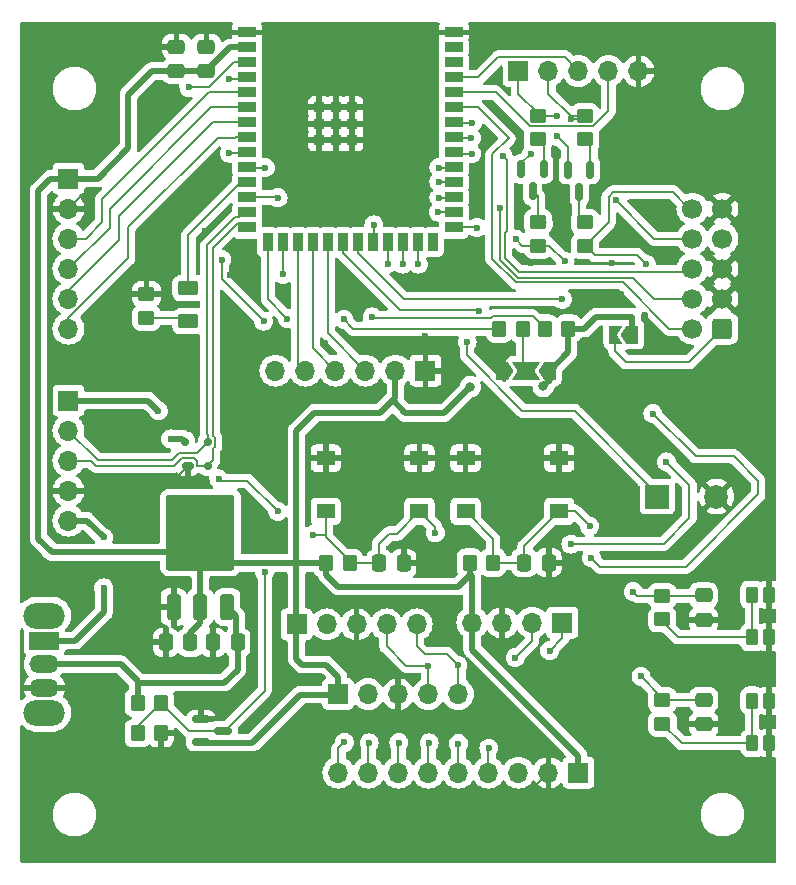
<source format=gbr>
%TF.GenerationSoftware,KiCad,Pcbnew,8.0.6*%
%TF.CreationDate,2024-11-05T15:10:12-06:00*%
%TF.ProjectId,werable_unit (1),77657261-626c-4655-9f75-6e6974202831,rev?*%
%TF.SameCoordinates,Original*%
%TF.FileFunction,Copper,L1,Top*%
%TF.FilePolarity,Positive*%
%FSLAX46Y46*%
G04 Gerber Fmt 4.6, Leading zero omitted, Abs format (unit mm)*
G04 Created by KiCad (PCBNEW 8.0.6) date 2024-11-05 15:10:12*
%MOMM*%
%LPD*%
G01*
G04 APERTURE LIST*
G04 Aperture macros list*
%AMRoundRect*
0 Rectangle with rounded corners*
0 $1 Rounding radius*
0 $2 $3 $4 $5 $6 $7 $8 $9 X,Y pos of 4 corners*
0 Add a 4 corners polygon primitive as box body*
4,1,4,$2,$3,$4,$5,$6,$7,$8,$9,$2,$3,0*
0 Add four circle primitives for the rounded corners*
1,1,$1+$1,$2,$3*
1,1,$1+$1,$4,$5*
1,1,$1+$1,$6,$7*
1,1,$1+$1,$8,$9*
0 Add four rect primitives between the rounded corners*
20,1,$1+$1,$2,$3,$4,$5,0*
20,1,$1+$1,$4,$5,$6,$7,0*
20,1,$1+$1,$6,$7,$8,$9,0*
20,1,$1+$1,$8,$9,$2,$3,0*%
%AMFreePoly0*
4,1,6,1.000000,0.000000,0.500000,-0.750000,-0.500000,-0.750000,-0.500000,0.750000,0.500000,0.750000,1.000000,0.000000,1.000000,0.000000,$1*%
%AMFreePoly1*
4,1,6,0.500000,-0.750000,-0.650000,-0.750000,-0.150000,0.000000,-0.650000,0.750000,0.500000,0.750000,0.500000,-0.750000,0.500000,-0.750000,$1*%
%AMFreePoly2*
4,1,7,0.700000,0.000000,1.200000,-0.750000,-1.200000,-0.750000,-0.700000,0.000000,-1.200000,0.750000,1.200000,0.750000,0.700000,0.000000,0.700000,0.000000,$1*%
G04 Aperture macros list end*
%TA.AperFunction,Conductor*%
%ADD10C,0.200000*%
%TD*%
%TA.AperFunction,SMDPad,CuDef*%
%ADD11RoundRect,0.150000X-0.150000X0.587500X-0.150000X-0.587500X0.150000X-0.587500X0.150000X0.587500X0*%
%TD*%
%TA.AperFunction,SMDPad,CuDef*%
%ADD12R,1.550000X1.300000*%
%TD*%
%TA.AperFunction,SMDPad,CuDef*%
%ADD13RoundRect,0.250000X-0.450000X0.350000X-0.450000X-0.350000X0.450000X-0.350000X0.450000X0.350000X0*%
%TD*%
%TA.AperFunction,SMDPad,CuDef*%
%ADD14RoundRect,0.250000X-0.350000X-0.450000X0.350000X-0.450000X0.350000X0.450000X-0.350000X0.450000X0*%
%TD*%
%TA.AperFunction,ComponentPad*%
%ADD15R,1.700000X1.700000*%
%TD*%
%TA.AperFunction,ComponentPad*%
%ADD16O,1.700000X1.700000*%
%TD*%
%TA.AperFunction,ComponentPad*%
%ADD17O,3.500000X2.200000*%
%TD*%
%TA.AperFunction,ComponentPad*%
%ADD18R,2.500000X1.500000*%
%TD*%
%TA.AperFunction,ComponentPad*%
%ADD19O,2.500000X1.500000*%
%TD*%
%TA.AperFunction,SMDPad,CuDef*%
%ADD20RoundRect,0.250000X-0.337500X-0.475000X0.337500X-0.475000X0.337500X0.475000X-0.337500X0.475000X0*%
%TD*%
%TA.AperFunction,ComponentPad*%
%ADD21RoundRect,0.250000X0.600000X0.600000X-0.600000X0.600000X-0.600000X-0.600000X0.600000X-0.600000X0*%
%TD*%
%TA.AperFunction,ComponentPad*%
%ADD22C,1.700000*%
%TD*%
%TA.AperFunction,SMDPad,CuDef*%
%ADD23R,1.498600X0.889000*%
%TD*%
%TA.AperFunction,SMDPad,CuDef*%
%ADD24R,0.889000X1.498600*%
%TD*%
%TA.AperFunction,SMDPad,CuDef*%
%ADD25R,0.889000X0.889000*%
%TD*%
%TA.AperFunction,SMDPad,CuDef*%
%ADD26RoundRect,0.250000X0.450000X-0.350000X0.450000X0.350000X-0.450000X0.350000X-0.450000X-0.350000X0*%
%TD*%
%TA.AperFunction,SMDPad,CuDef*%
%ADD27RoundRect,0.250000X0.275000X-0.450000X0.275000X0.450000X-0.275000X0.450000X-0.275000X-0.450000X0*%
%TD*%
%TA.AperFunction,SMDPad,CuDef*%
%ADD28RoundRect,0.250000X-0.475000X0.337500X-0.475000X-0.337500X0.475000X-0.337500X0.475000X0.337500X0*%
%TD*%
%TA.AperFunction,SMDPad,CuDef*%
%ADD29FreePoly0,180.000000*%
%TD*%
%TA.AperFunction,SMDPad,CuDef*%
%ADD30FreePoly1,180.000000*%
%TD*%
%TA.AperFunction,SMDPad,CuDef*%
%ADD31RoundRect,0.250000X0.350000X-0.850000X0.350000X0.850000X-0.350000X0.850000X-0.350000X-0.850000X0*%
%TD*%
%TA.AperFunction,SMDPad,CuDef*%
%ADD32RoundRect,0.250000X1.125000X-1.275000X1.125000X1.275000X-1.125000X1.275000X-1.125000X-1.275000X0*%
%TD*%
%TA.AperFunction,SMDPad,CuDef*%
%ADD33RoundRect,0.249997X2.650003X-2.950003X2.650003X2.950003X-2.650003X2.950003X-2.650003X-2.950003X0*%
%TD*%
%TA.AperFunction,ComponentPad*%
%ADD34R,2.000000X2.000000*%
%TD*%
%TA.AperFunction,ComponentPad*%
%ADD35C,2.000000*%
%TD*%
%TA.AperFunction,SMDPad,CuDef*%
%ADD36RoundRect,0.250000X0.475000X-0.337500X0.475000X0.337500X-0.475000X0.337500X-0.475000X-0.337500X0*%
%TD*%
%TA.AperFunction,SMDPad,CuDef*%
%ADD37FreePoly0,0.000000*%
%TD*%
%TA.AperFunction,SMDPad,CuDef*%
%ADD38FreePoly2,0.000000*%
%TD*%
%TA.AperFunction,SMDPad,CuDef*%
%ADD39RoundRect,0.250000X0.625000X-0.375000X0.625000X0.375000X-0.625000X0.375000X-0.625000X-0.375000X0*%
%TD*%
%TA.AperFunction,SMDPad,CuDef*%
%ADD40RoundRect,0.250000X0.337500X0.475000X-0.337500X0.475000X-0.337500X-0.475000X0.337500X-0.475000X0*%
%TD*%
%TA.AperFunction,SMDPad,CuDef*%
%ADD41RoundRect,0.150000X-0.587500X-0.150000X0.587500X-0.150000X0.587500X0.150000X-0.587500X0.150000X0*%
%TD*%
%TA.AperFunction,SMDPad,CuDef*%
%ADD42RoundRect,0.175000X0.325000X-0.175000X0.325000X0.175000X-0.325000X0.175000X-0.325000X-0.175000X0*%
%TD*%
%TA.AperFunction,SMDPad,CuDef*%
%ADD43RoundRect,0.150000X0.150000X-0.200000X0.150000X0.200000X-0.150000X0.200000X-0.150000X-0.200000X0*%
%TD*%
%TA.AperFunction,ViaPad*%
%ADD44C,0.600000*%
%TD*%
%TA.AperFunction,ViaPad*%
%ADD45C,0.800000*%
%TD*%
%TA.AperFunction,Conductor*%
%ADD46C,0.500000*%
%TD*%
G04 APERTURE END LIST*
D10*
%TO.N,+3V3*%
X74168000Y-61976000D02*
X73152000Y-62484000D01*
%TD*%
D11*
%TO.P,Q2,1,B*%
%TO.N,Net-(Q2-B)*%
X117346900Y-61216300D03*
%TO.P,Q2,2,E*%
%TO.N,/RTS*%
X115446900Y-61216300D03*
%TO.P,Q2,3,C*%
%TO.N,Net-(Q2-C)*%
X116396900Y-63091300D03*
%TD*%
D12*
%TO.P,SW4,1,1*%
%TO.N,GND*%
X106769000Y-85634000D03*
X114719000Y-85634000D03*
%TO.P,SW4,2,2*%
%TO.N,/GPIO0_STRAPPING*%
X106769000Y-90134000D03*
X114719000Y-90134000D03*
%TD*%
D13*
%TO.P,R14,1*%
%TO.N,/DTR*%
X116896900Y-56653800D03*
%TO.P,R14,2*%
%TO.N,Net-(Q2-B)*%
X116896900Y-58653800D03*
%TD*%
D14*
%TO.P,R9,1*%
%TO.N,/VBAT_SENSE*%
X79000600Y-108940600D03*
%TO.P,R9,2*%
%TO.N,GND*%
X81000600Y-108940600D03*
%TD*%
D15*
%TO.P,J5,1,Pin_1*%
%TO.N,+3V3*%
X95986600Y-105613200D03*
D16*
%TO.P,J5,2,Pin_2*%
%TO.N,unconnected-(J5-Pin_2-Pad2)*%
X98526600Y-105613200D03*
%TO.P,J5,3,Pin_3*%
%TO.N,GND*%
X101066600Y-105613200D03*
%TO.P,J5,4,Pin_4*%
%TO.N,/6DOF_SCL*%
X103606600Y-105613200D03*
%TO.P,J5,5,Pin_5*%
%TO.N,/6DOF_SDA*%
X106146600Y-105613200D03*
%TD*%
D14*
%TO.P,R8,1*%
%TO.N,/VBAT*%
X78997500Y-106347000D03*
%TO.P,R8,2*%
%TO.N,/VBAT_SENSE*%
X80997500Y-106347000D03*
%TD*%
%TO.P,R25,1*%
%TO.N,+3V3*%
X94989500Y-94546000D03*
%TO.P,R25,2*%
%TO.N,/CHIP_PU*%
X96989500Y-94546000D03*
%TD*%
D17*
%TO.P,U7,*%
%TO.N,*%
X71120000Y-98992000D03*
X71120000Y-107192000D03*
D18*
%TO.P,U7,1,1*%
%TO.N,Net-(J11-BAT)*%
X71120000Y-101092000D03*
D19*
%TO.P,U7,2,2*%
%TO.N,/VBAT*%
X71120000Y-103092000D03*
%TO.P,U7,3,3*%
%TO.N,GND*%
X71120000Y-105092000D03*
%TD*%
D20*
%TO.P,C19,1*%
%TO.N,/GPIO0_STRAPPING*%
X111738500Y-94488000D03*
%TO.P,C19,2*%
%TO.N,GND*%
X113813500Y-94488000D03*
%TD*%
D15*
%TO.P,J9,1,GND*%
%TO.N,GND*%
X103378000Y-78232000D03*
D16*
%TO.P,J9,2,3.3V*%
%TO.N,+3V3*%
X100838000Y-78232000D03*
%TO.P,J9,3,OUTPUT*%
%TO.N,/HR_OUTPUT*%
X98298000Y-78232000D03*
%TO.P,J9,4,LO-*%
%TO.N,/HR_LO-*%
X95758000Y-78232000D03*
%TO.P,J9,5,LO+*%
%TO.N,/HR_L0+*%
X93218000Y-78232000D03*
%TO.P,J9,6,SDN*%
%TO.N,unconnected-(J9-SDN-Pad6)*%
X90678000Y-78232000D03*
%TD*%
D15*
%TO.P,J2,1,Pin_1*%
%TO.N,+3V3*%
X92461000Y-99720400D03*
D16*
%TO.P,J2,2,Pin_2*%
%TO.N,unconnected-(J2-Pin_2-Pad2)*%
X95001000Y-99720400D03*
%TO.P,J2,3,Pin_3*%
%TO.N,GND*%
X97541000Y-99720400D03*
%TO.P,J2,4,Pin_4*%
%TO.N,/6DOF_SCL*%
X100081000Y-99720400D03*
%TO.P,J2,5,Pin_5*%
%TO.N,/6DOF_SDA*%
X102621000Y-99720400D03*
%TD*%
D21*
%TO.P,J12,1,VTref*%
%TO.N,Net-(J12-VTref)*%
X128524000Y-74676000D03*
D22*
%TO.P,J12,2,SWDIO/TMS*%
%TO.N,/MTMS*%
X125984000Y-74676000D03*
%TO.P,J12,3,GND*%
%TO.N,GND*%
X128524000Y-72136000D03*
%TO.P,J12,4,SWDCLK/TCK*%
%TO.N,/MTCK*%
X125984000Y-72136000D03*
%TO.P,J12,5,GND*%
%TO.N,GND*%
X128524000Y-69596000D03*
%TO.P,J12,6,SWO/TDO*%
%TO.N,/MTDO*%
X125984000Y-69596000D03*
%TO.P,J12,7,KEY*%
%TO.N,unconnected-(J12-KEY-Pad7)*%
X128524000Y-67056000D03*
%TO.P,J12,8,NC/TDI*%
%TO.N,/MTDI*%
X125984000Y-67056000D03*
%TO.P,J12,9,GNDDetect*%
%TO.N,GND*%
X128524000Y-64516000D03*
%TO.P,J12,10,~{RESET}*%
%TO.N,/CHIP_PU*%
X125984000Y-64516000D03*
%TD*%
D23*
%TO.P,U10,1,GND*%
%TO.N,GND*%
X88278000Y-49604000D03*
%TO.P,U10,2,3V3*%
%TO.N,+3V3*%
X88278000Y-50874000D03*
%TO.P,U10,3,EN*%
%TO.N,/CHIP_PU*%
X88278000Y-52144000D03*
%TO.P,U10,4,IO4*%
%TO.N,/VBAT_SENSE*%
X88278000Y-53414000D03*
%TO.P,U10,5,IO5*%
%TO.N,/GPIO5*%
X88278000Y-54684000D03*
%TO.P,U10,6,IO6*%
%TO.N,/GPIO6*%
X88278000Y-55954000D03*
%TO.P,U10,7,IO7*%
%TO.N,/GPIO7*%
X88278000Y-57224000D03*
%TO.P,U10,8,IO15*%
%TO.N,/GPIO15*%
X88278000Y-58494000D03*
%TO.P,U10,9,IO16*%
%TO.N,/GPS_TX*%
X88278000Y-59764000D03*
%TO.P,U10,10,IO17*%
%TO.N,/GPS_RX*%
X88278000Y-61034000D03*
%TO.P,U10,11,IO18*%
%TO.N,/LED*%
X88278000Y-62304000D03*
%TO.P,U10,12,IO8*%
%TO.N,/BUZZER*%
X88278000Y-63574000D03*
%TO.P,U10,13,IO19*%
%TO.N,/D-*%
X88278000Y-64844000D03*
%TO.P,U10,14,IO20*%
%TO.N,/D+*%
X88278000Y-66114000D03*
D24*
%TO.P,U10,15,IO3*%
%TO.N,/GPIO3_STRAPPING*%
X90043000Y-67364000D03*
%TO.P,U10,16,IO46*%
%TO.N,/GPIO46_STRAPPING*%
X91313000Y-67364000D03*
%TO.P,U10,17,IO9*%
%TO.N,/HR_L0+*%
X92583000Y-67364000D03*
%TO.P,U10,18,IO10*%
%TO.N,/HR_LO-*%
X93853000Y-67364000D03*
%TO.P,U10,19,IO11*%
%TO.N,/HR_OUTPUT*%
X95123000Y-67364000D03*
%TO.P,U10,20,IO12*%
%TO.N,/BUTTON_1*%
X96393000Y-67364000D03*
%TO.P,U10,21,IO13*%
%TO.N,/BUTTON_2*%
X97663000Y-67364000D03*
%TO.P,U10,22,IO14*%
%TO.N,/LORA_G0*%
X98933000Y-67364000D03*
%TO.P,U10,23,IO21*%
%TO.N,/LORA_RST*%
X100203000Y-67364000D03*
%TO.P,U10,24,IO47*%
%TO.N,/LORA_CS*%
X101473000Y-67364000D03*
%TO.P,U10,25,IO48*%
%TO.N,/LORA_MOSI*%
X102743000Y-67364000D03*
%TO.P,U10,26,IO45*%
%TO.N,/GPIO45_STRAPPING*%
X104013000Y-67364000D03*
D23*
%TO.P,U10,27,IO0*%
%TO.N,/GPIO0_STRAPPING*%
X105778000Y-66114000D03*
%TO.P,U10,28,IO35*%
%TO.N,/LORA_MISO*%
X105778000Y-64844000D03*
%TO.P,U10,29,IO36*%
%TO.N,/LORA_SCK*%
X105778000Y-63574000D03*
%TO.P,U10,30,IO37*%
%TO.N,/6DOF_SDA*%
X105778000Y-62304000D03*
%TO.P,U10,31,IO38*%
%TO.N,/6DOF_SCL*%
X105778000Y-61034000D03*
%TO.P,U10,32,IO39*%
%TO.N,/MTCK*%
X105778000Y-59764000D03*
%TO.P,U10,33,IO40*%
%TO.N,/MTDO*%
X105778000Y-58494000D03*
%TO.P,U10,34,IO41*%
%TO.N,/MTDI*%
X105778000Y-57224000D03*
%TO.P,U10,35,IO42*%
%TO.N,/MTMS*%
X105778000Y-55954000D03*
%TO.P,U10,36,RXD0*%
%TO.N,/RX*%
X105778000Y-54684000D03*
%TO.P,U10,37,TXD0*%
%TO.N,/TX*%
X105778000Y-53414000D03*
%TO.P,U10,38,IO2*%
%TO.N,/I_M_1*%
X105778000Y-52144000D03*
%TO.P,U10,39,IO1*%
%TO.N,/I_M_2*%
X105778000Y-50874000D03*
%TO.P,U10,40,GND*%
%TO.N,GND*%
X105778000Y-49604000D03*
D25*
%TO.P,U10,41,GND*%
X95778000Y-57324000D03*
%TO.P,U10,42,GND*%
X95778000Y-55924000D03*
%TO.P,U10,43,GND*%
X94378000Y-55924000D03*
%TO.P,U10,44,GND*%
X94378000Y-57324000D03*
%TO.P,U10,45,GND*%
X94378000Y-58724000D03*
%TO.P,U10,46,GND*%
X95778000Y-58724000D03*
%TO.P,U10,47,GND*%
X97178000Y-58724000D03*
%TO.P,U10,48,GND*%
X97178000Y-57324000D03*
%TO.P,U10,49,GND*%
X97178000Y-55924000D03*
%TD*%
D26*
%TO.P,R7,1*%
%TO.N,Net-(D6-K)*%
X79756000Y-73752000D03*
%TO.P,R7,2*%
%TO.N,GND*%
X79756000Y-71752000D03*
%TD*%
D13*
%TO.P,R15,1*%
%TO.N,/RTS*%
X112896900Y-56653800D03*
%TO.P,R15,2*%
%TO.N,Net-(Q3-B)*%
X112896900Y-58653800D03*
%TD*%
D27*
%TO.P,SW5,1,1\u002A*%
%TO.N,Net-(SW5-1\u002A)*%
X131021000Y-100805800D03*
X131021000Y-97205800D03*
%TO.P,SW5,2,2*%
%TO.N,GND*%
X132461000Y-100805800D03*
X132461000Y-97205800D03*
%TD*%
D28*
%TO.P,C2,1*%
%TO.N,/BUTTON_2*%
X126944000Y-106086500D03*
%TO.P,C2,2*%
%TO.N,GND*%
X126944000Y-108161500D03*
%TD*%
D13*
%TO.P,R20,1*%
%TO.N,Net-(Q3-C)*%
X112896900Y-65653800D03*
%TO.P,R20,2*%
%TO.N,/GPIO0_STRAPPING*%
X112896900Y-67653800D03*
%TD*%
D29*
%TO.P,JP1,1,A*%
%TO.N,+3V3*%
X120904000Y-75184000D03*
D30*
%TO.P,JP1,2,B*%
%TO.N,Net-(J12-VTref)*%
X119454000Y-75184000D03*
%TD*%
D15*
%TO.P,J1,1,Pin_1*%
%TO.N,+3V3*%
X73152000Y-61976000D03*
D16*
%TO.P,J1,2,Pin_2*%
%TO.N,GND*%
X73152000Y-64516000D03*
%TO.P,J1,3,Pin_3*%
%TO.N,/GPIO5*%
X73152000Y-67056000D03*
%TO.P,J1,4,Pin_4*%
%TO.N,/GPIO6*%
X73152000Y-69596000D03*
%TO.P,J1,5,Pin_5*%
%TO.N,/GPIO7*%
X73152000Y-72136000D03*
%TO.P,J1,6,Pin_6*%
%TO.N,/GPIO15*%
X73152000Y-74676000D03*
%TD*%
D31*
%TO.P,U5,1,GND*%
%TO.N,GND*%
X82048000Y-98248000D03*
%TO.P,U5,2,VO*%
%TO.N,+3V3*%
X84328000Y-98248000D03*
D32*
X82803000Y-93623000D03*
X85853000Y-93623000D03*
D33*
X84328000Y-91948000D03*
D32*
X82803000Y-90273000D03*
X85853000Y-90273000D03*
D31*
%TO.P,U5,3,VI*%
%TO.N,/VBAT*%
X86608000Y-98248000D03*
%TD*%
D27*
%TO.P,SW6,1,1\u002A*%
%TO.N,Net-(SW6-1\u002A)*%
X131055000Y-109772000D03*
X131055000Y-106172000D03*
%TO.P,SW6,2,2*%
%TO.N,GND*%
X132495000Y-109772000D03*
X132495000Y-106172000D03*
%TD*%
D34*
%TO.P,U4,1,1*%
%TO.N,/BUZZER*%
X123016000Y-88900000D03*
D35*
%TO.P,U4,2,2*%
%TO.N,GND*%
X128016000Y-88900000D03*
%TD*%
D14*
%TO.P,R18,1*%
%TO.N,/GPIO3_STRAPPING*%
X109621500Y-74676000D03*
%TO.P,R18,2*%
%TO.N,Net-(JP2-C)*%
X111621500Y-74676000D03*
%TD*%
D36*
%TO.P,C24,1*%
%TO.N,+3V3*%
X82296000Y-52875000D03*
%TO.P,C24,2*%
%TO.N,GND*%
X82296000Y-50800000D03*
%TD*%
D37*
%TO.P,JP2,1,A*%
%TO.N,GND*%
X109896500Y-78266000D03*
D38*
%TO.P,JP2,2,C*%
%TO.N,Net-(JP2-C)*%
X111896500Y-78266000D03*
D29*
%TO.P,JP2,3,B*%
%TO.N,+3V3*%
X113896500Y-78266000D03*
%TD*%
D14*
%TO.P,DNP,1*%
%TO.N,/GPIO46_STRAPPING*%
X113477800Y-74676000D03*
%TO.P,DNP,2*%
%TO.N,+3V3*%
X115477800Y-74676000D03*
%TD*%
D39*
%TO.P,D6,1,K*%
%TO.N,Net-(D6-K)*%
X83312000Y-74044000D03*
%TO.P,D6,2,A*%
%TO.N,/LED*%
X83312000Y-71244000D03*
%TD*%
D13*
%TO.P,R19,1*%
%TO.N,Net-(Q2-C)*%
X116896900Y-65653800D03*
%TO.P,R19,2*%
%TO.N,/CHIP_PU*%
X116896900Y-67653800D03*
%TD*%
D15*
%TO.P,J13,1,VIN*%
%TO.N,+3V3*%
X116332000Y-112268000D03*
D16*
%TO.P,J13,2,GND*%
%TO.N,GND*%
X113792000Y-112268000D03*
%TO.P,J13,3,EN*%
%TO.N,unconnected-(J13-EN-Pad3)*%
X111252000Y-112268000D03*
%TO.P,J13,4,G0*%
%TO.N,/LORA_G0*%
X108712000Y-112268000D03*
%TO.P,J13,5,SCK*%
%TO.N,/LORA_SCK*%
X106172000Y-112268000D03*
%TO.P,J13,6,MISO*%
%TO.N,/LORA_MISO*%
X103632000Y-112268000D03*
%TO.P,J13,7,MOSI*%
%TO.N,/LORA_MOSI*%
X101092000Y-112268000D03*
%TO.P,J13,8,CS*%
%TO.N,/LORA_CS*%
X98552000Y-112268000D03*
%TO.P,J13,9,RST*%
%TO.N,/LORA_RST*%
X96012000Y-112268000D03*
%TD*%
D15*
%TO.P,J11,1,5V*%
%TO.N,+5V*%
X73152000Y-80772000D03*
D16*
%TO.P,J11,2,D-*%
%TO.N,/D-*%
X73152000Y-83312000D03*
%TO.P,J11,3,D+*%
%TO.N,/D+*%
X73152000Y-85852000D03*
%TO.P,J11,4,GND*%
%TO.N,GND*%
X73152000Y-88392000D03*
%TO.P,J11,5,BAT*%
%TO.N,Net-(J11-BAT)*%
X73152000Y-90932000D03*
%TD*%
D14*
%TO.P,R26,1*%
%TO.N,+3V3*%
X107113500Y-94488000D03*
%TO.P,R26,2*%
%TO.N,/GPIO0_STRAPPING*%
X109113500Y-94488000D03*
%TD*%
D26*
%TO.P,R3,1*%
%TO.N,Net-(SW5-1\u002A)*%
X123423800Y-99293300D03*
%TO.P,R3,2*%
%TO.N,/BUTTON_1*%
X123423800Y-97293300D03*
%TD*%
%TO.P,R2,1*%
%TO.N,Net-(SW6-1\u002A)*%
X123444000Y-108124000D03*
%TO.P,R2,2*%
%TO.N,/BUTTON_2*%
X123444000Y-106124000D03*
%TD*%
D15*
%TO.P,J8,1,Pin_1*%
%TO.N,/RTS*%
X111252000Y-52857400D03*
D16*
%TO.P,J8,2,Pin_2*%
%TO.N,/DTR*%
X113792000Y-52857400D03*
%TO.P,J8,3,Pin_3*%
%TO.N,/TX*%
X116332000Y-52857400D03*
%TO.P,J8,4,Pin_4*%
%TO.N,/RX*%
X118872000Y-52857400D03*
%TO.P,J8,5,Pin_5*%
%TO.N,GND*%
X121412000Y-52857400D03*
%TD*%
D12*
%TO.P,SW3,1,1*%
%TO.N,GND*%
X94921000Y-85634000D03*
X102871000Y-85634000D03*
%TO.P,SW3,2,2*%
%TO.N,/CHIP_PU*%
X94921000Y-90134000D03*
X102871000Y-90134000D03*
%TD*%
D11*
%TO.P,Q3,1,B*%
%TO.N,Net-(Q3-B)*%
X113396900Y-61153800D03*
%TO.P,Q3,2,E*%
%TO.N,/DTR*%
X111496900Y-61153800D03*
%TO.P,Q3,3,C*%
%TO.N,Net-(Q3-C)*%
X112446900Y-63028800D03*
%TD*%
D40*
%TO.P,C4,1*%
%TO.N,+3V3*%
X83469250Y-101243000D03*
%TO.P,C4,2*%
%TO.N,GND*%
X81394250Y-101243000D03*
%TD*%
D20*
%TO.P,C18,1*%
%TO.N,/CHIP_PU*%
X99452000Y-94546000D03*
%TO.P,C18,2*%
%TO.N,GND*%
X101527000Y-94546000D03*
%TD*%
D36*
%TO.P,C23,1*%
%TO.N,+3V3*%
X84836000Y-52875000D03*
%TO.P,C23,2*%
%TO.N,GND*%
X84836000Y-50800000D03*
%TD*%
D41*
%TO.P,D4,1*%
%TO.N,GND*%
X84362500Y-107767500D03*
%TO.P,D4,2*%
%TO.N,+3V3*%
X84362500Y-109667500D03*
%TO.P,D4,3*%
%TO.N,/VBAT_SENSE*%
X86237500Y-108717500D03*
%TD*%
D42*
%TO.P,D2,1,A*%
%TO.N,GND*%
X83253000Y-86273000D03*
D43*
%TO.P,D2,2,K*%
%TO.N,/D+*%
X84953000Y-86273000D03*
%TO.P,D2,3,K*%
%TO.N,/D-*%
X84953000Y-84273000D03*
%TO.P,D2,4,K*%
%TO.N,+5V*%
X83053000Y-84273000D03*
%TD*%
D28*
%TO.P,C1,1*%
%TO.N,/BUTTON_1*%
X126923800Y-97255800D03*
%TO.P,C1,2*%
%TO.N,GND*%
X126923800Y-99330800D03*
%TD*%
D15*
%TO.P,J3,1,Pin_1*%
%TO.N,/GPS_RX*%
X114960400Y-99568000D03*
D16*
%TO.P,J3,2,Pin_2*%
%TO.N,/GPS_TX*%
X112420400Y-99568000D03*
%TO.P,J3,3,Pin_3*%
%TO.N,GND*%
X109880400Y-99568000D03*
%TO.P,J3,4,Pin_4*%
%TO.N,+3V3*%
X107340400Y-99568000D03*
%TD*%
D40*
%TO.P,C3,1*%
%TO.N,/VBAT*%
X87469250Y-101243000D03*
%TO.P,C3,2*%
%TO.N,GND*%
X85394250Y-101243000D03*
%TD*%
D44*
%TO.N,/BUTTON_1*%
X120980200Y-96951800D03*
X107950000Y-73150000D03*
%TO.N,GND*%
X97950000Y-75880000D03*
X79900000Y-57190000D03*
X90820000Y-75420000D03*
X75895200Y-88315800D03*
X82780000Y-106100000D03*
X108340000Y-76690000D03*
X121930000Y-73540000D03*
X91240000Y-81890000D03*
X120370000Y-67100000D03*
X108950000Y-55710000D03*
X108110000Y-70130000D03*
X90970000Y-92550000D03*
X91110000Y-98020000D03*
X84700000Y-66380000D03*
X94910000Y-75930000D03*
X103320000Y-75276000D03*
X112300000Y-69140000D03*
X95810000Y-83270000D03*
X97230000Y-70440000D03*
X94160000Y-87800000D03*
X125020000Y-76430000D03*
X119190000Y-69110000D03*
X116850000Y-72000000D03*
X86520000Y-81030000D03*
X115280000Y-54730000D03*
X110972600Y-114731800D03*
X89930000Y-106750000D03*
X106780000Y-78170000D03*
X91370000Y-71810000D03*
X114230000Y-64430000D03*
X74472800Y-106451400D03*
X111470000Y-64790000D03*
X107620000Y-64400000D03*
X100930000Y-75950000D03*
X86830000Y-70170000D03*
X119940000Y-71760000D03*
X108900000Y-53740000D03*
X121910000Y-64350000D03*
X104860000Y-87760000D03*
X96080000Y-72450000D03*
%TO.N,/BUTTON_2*%
X114960000Y-72200000D03*
X121630000Y-104120000D03*
D45*
%TO.N,+3V3*%
X107176918Y-79589400D03*
X113343595Y-79568164D03*
D44*
%TO.N,/CHIP_PU*%
X104220000Y-91950000D03*
X123780000Y-85960000D03*
X83340000Y-54250000D03*
X115690000Y-92920000D03*
X93840000Y-92110000D03*
X122070000Y-69220000D03*
X85880000Y-87410000D03*
X90870000Y-90140000D03*
%TO.N,/GPIO0_STRAPPING*%
X115190000Y-68970000D03*
X117420000Y-94070000D03*
X122630000Y-81870000D03*
X107740000Y-66120000D03*
X117270000Y-91400000D03*
X111020000Y-67090000D03*
%TO.N,+5V*%
X80770000Y-81620000D03*
X81790000Y-84020000D03*
%TO.N,/VBAT_SENSE*%
X86131400Y-68834000D03*
X89671400Y-74041000D03*
X89763600Y-95296000D03*
X86715600Y-53543200D03*
%TO.N,/RTS*%
X114503200Y-56642000D03*
X114503200Y-58394600D03*
%TO.N,/DTR*%
X112318800Y-59867800D03*
X115722400Y-56953800D03*
%TO.N,/MTCK*%
X109651800Y-64439800D03*
X107289600Y-59867800D03*
%TO.N,/MTDI*%
X119481600Y-63779400D03*
X107340400Y-57251600D03*
%TO.N,/MTDO*%
X107264200Y-58547000D03*
X109956600Y-60071000D03*
%TO.N,/GPIO46_STRAPPING*%
X98860000Y-73680000D03*
X91320000Y-70090000D03*
%TO.N,/GPIO3_STRAPPING*%
X96469200Y-73888600D03*
X91694000Y-73837800D03*
%TO.N,/BUZZER*%
X90893900Y-63588900D03*
X106900000Y-75810000D03*
%TO.N,/LORA_CS*%
X98602800Y-109753400D03*
X101447600Y-69215000D03*
%TO.N,/LORA_SCK*%
X104521000Y-63576200D03*
X106172000Y-109807200D03*
%TO.N,/LORA_G0*%
X99009200Y-65887600D03*
X108737400Y-110207200D03*
%TO.N,/LORA_MISO*%
X104470200Y-64820800D03*
X103682800Y-109753400D03*
%TO.N,/LORA_RST*%
X100228400Y-69164200D03*
X96520000Y-109702600D03*
%TO.N,/6DOF_SDA*%
X104521000Y-62230000D03*
X106121200Y-103174800D03*
%TO.N,/LORA_MOSI*%
X102768400Y-69215000D03*
X101117400Y-109728000D03*
%TO.N,/6DOF_SCL*%
X103632000Y-103225600D03*
X104521000Y-61036200D03*
%TO.N,Net-(J11-BAT)*%
X76130000Y-96627800D03*
X76130000Y-92360000D03*
%TO.N,/GPS_TX*%
X110972600Y-102539800D03*
X86766400Y-59817000D03*
%TO.N,/GPS_RX*%
X113893600Y-101939800D03*
X89814400Y-61036200D03*
%TD*%
D10*
%TO.N,/BUTTON_1*%
X120980200Y-96951800D02*
X121321700Y-97293300D01*
X121321700Y-97293300D02*
X123423800Y-97293300D01*
X107950000Y-73150000D02*
X107920000Y-73120000D01*
X96393000Y-68313300D02*
X96393000Y-67364000D01*
X101199700Y-73120000D02*
X96393000Y-68313300D01*
X107920000Y-73120000D02*
X101199700Y-73120000D01*
X123423800Y-97293300D02*
X126886300Y-97293300D01*
X126886300Y-97293300D02*
X126923800Y-97255800D01*
D46*
%TO.N,GND*%
X71120000Y-105092000D02*
X73113400Y-105092000D01*
D10*
X103378000Y-80252000D02*
X103350000Y-80280000D01*
X101092000Y-105664000D02*
X101092000Y-107242000D01*
X84836000Y-49556000D02*
X84820000Y-49540000D01*
X73152000Y-64516000D02*
X74308000Y-63360000D01*
X103378000Y-78232000D02*
X103378000Y-76138000D01*
X103378000Y-76138000D02*
X103370000Y-76130000D01*
X111328200Y-114731800D02*
X110972600Y-114731800D01*
X82296000Y-49524000D02*
X82300000Y-49520000D01*
X82296000Y-50800000D02*
X82296000Y-49524000D01*
X84836000Y-50800000D02*
X84836000Y-49556000D01*
X103378000Y-78232000D02*
X103378000Y-80252000D01*
X109778800Y-99568000D02*
X109778800Y-100365729D01*
X101092000Y-107242000D02*
X101100000Y-107250000D01*
X83253000Y-86273000D02*
X82046000Y-87480000D01*
D46*
X73113400Y-105092000D02*
X74472800Y-106451400D01*
D10*
X74308000Y-63360000D02*
X75340000Y-63360000D01*
D46*
X73152000Y-88392000D02*
X75819000Y-88392000D01*
X75819000Y-88392000D02*
X75895200Y-88315800D01*
D10*
X82046000Y-87480000D02*
X82020000Y-87480000D01*
X113792000Y-112268000D02*
X111328200Y-114731800D01*
%TO.N,/BUTTON_2*%
X123444000Y-106124000D02*
X126906500Y-106124000D01*
X126906500Y-106124000D02*
X126944000Y-106086500D01*
X97663000Y-68313300D02*
X101549700Y-72200000D01*
X97663000Y-67364000D02*
X97663000Y-68313300D01*
X101549700Y-72200000D02*
X114960000Y-72200000D01*
X123444000Y-105934000D02*
X123444000Y-106124000D01*
X121630000Y-104120000D02*
X123444000Y-105934000D01*
D46*
%TO.N,/VBAT*%
X79248000Y-104648000D02*
X78997500Y-104898500D01*
X86360000Y-104648000D02*
X79248000Y-104648000D01*
X87376000Y-99016000D02*
X87376000Y-101149750D01*
X87469250Y-103538750D02*
X86360000Y-104648000D01*
X86608000Y-98248000D02*
X87376000Y-99016000D01*
X87469250Y-101243000D02*
X87469250Y-103538750D01*
X78997500Y-104524500D02*
X78997500Y-106347000D01*
X71120000Y-103092000D02*
X77565000Y-103092000D01*
X87376000Y-101149750D02*
X87469250Y-101243000D01*
X77565000Y-103092000D02*
X78997500Y-104524500D01*
X78997500Y-104898500D02*
X78997500Y-106347000D01*
%TO.N,+3V3*%
X96012000Y-96520000D02*
X106172000Y-96520000D01*
X94996000Y-103124000D02*
X96012000Y-104140000D01*
X84362500Y-109667500D02*
X84425000Y-109730000D01*
X115477800Y-74676000D02*
X115477800Y-76684700D01*
X107176918Y-79589400D02*
X104936318Y-81830000D01*
X104936318Y-81830000D02*
X101670000Y-81830000D01*
X99568000Y-81788000D02*
X100598000Y-80758000D01*
X86837000Y-50874000D02*
X84836000Y-52875000D01*
X107340400Y-95656400D02*
X107340400Y-99568000D01*
X78232000Y-59359800D02*
X78232000Y-54864000D01*
X92456000Y-102616000D02*
X92964000Y-103124000D01*
X107113500Y-95578500D02*
X107113500Y-94488000D01*
X84328000Y-98248000D02*
X84328000Y-95148000D01*
X94989500Y-95497500D02*
X96012000Y-96520000D01*
X107113500Y-95429500D02*
X107340400Y-95656400D01*
X96012000Y-104140000D02*
X96012000Y-105664000D01*
X84328000Y-98248000D02*
X84328000Y-99568000D01*
X106172000Y-96520000D02*
X107113500Y-95578500D01*
X116840000Y-74676000D02*
X117856000Y-73660000D01*
X92964000Y-103124000D02*
X94996000Y-103124000D01*
X101670000Y-81830000D02*
X100598000Y-80758000D01*
X117856000Y-73660000D02*
X120904000Y-73660000D01*
X88720200Y-109730000D02*
X92786200Y-105664000D01*
X94989500Y-94546000D02*
X94989500Y-95497500D01*
X94989500Y-94546000D02*
X92456000Y-94546000D01*
X73152000Y-61976000D02*
X71628000Y-61976000D01*
X107340400Y-99568000D02*
X107340400Y-101854000D01*
X84425000Y-109730000D02*
X88720200Y-109730000D01*
X70612000Y-62992000D02*
X70612000Y-92456000D01*
X84836000Y-52875000D02*
X82296000Y-52875000D01*
X100598000Y-80758000D02*
X100838000Y-80518000D01*
X88278000Y-50874000D02*
X86837000Y-50874000D01*
X78232000Y-54864000D02*
X80221000Y-52875000D01*
X73152000Y-61976000D02*
X75615800Y-61976000D01*
X83469250Y-100426750D02*
X83469250Y-101243000D01*
X80221000Y-52875000D02*
X82296000Y-52875000D01*
X107340400Y-101854000D02*
X116332000Y-110845600D01*
X93980000Y-81788000D02*
X99568000Y-81788000D01*
X100838000Y-80518000D02*
X100838000Y-78232000D01*
X113896500Y-78266000D02*
X113896500Y-79015259D01*
X84328000Y-99568000D02*
X83469250Y-100426750D01*
X92456000Y-94546000D02*
X86776000Y-94546000D01*
X120904000Y-73660000D02*
X120904000Y-75184000D01*
X84328000Y-95148000D02*
X85853000Y-93623000D01*
X77130000Y-93623000D02*
X82803000Y-93623000D01*
X92456000Y-94546000D02*
X92456000Y-102616000D01*
X107113500Y-94488000D02*
X107113500Y-95429500D01*
X71628000Y-61976000D02*
X70612000Y-62992000D01*
X115477800Y-76684700D02*
X113896500Y-78266000D01*
X70612000Y-92456000D02*
X71779000Y-93623000D01*
X115284000Y-74676000D02*
X116840000Y-74676000D01*
X71779000Y-93623000D02*
X77130000Y-93623000D01*
X92456000Y-83312000D02*
X93980000Y-81788000D01*
X92786200Y-105664000D02*
X96012000Y-105664000D01*
X92456000Y-94546000D02*
X92456000Y-83312000D01*
X86776000Y-94546000D02*
X85853000Y-93623000D01*
X116332000Y-110845600D02*
X116332000Y-112268000D01*
X75615800Y-61976000D02*
X78232000Y-59359800D01*
X113896500Y-79015259D02*
X113343595Y-79568164D01*
D10*
%TO.N,/CHIP_PU*%
X116896900Y-67653800D02*
X117689100Y-68446000D01*
X99452000Y-92876800D02*
X100304600Y-92024200D01*
X96989500Y-94546000D02*
X96989500Y-94373300D01*
X119268071Y-63144400D02*
X124358400Y-63144400D01*
X96989500Y-94373300D02*
X94921000Y-92304800D01*
X85058244Y-54250000D02*
X83340000Y-54250000D01*
X125730000Y-90710000D02*
X123540000Y-92900000D01*
X124358400Y-63144400D02*
X125730000Y-64516000D01*
X115710000Y-92900000D02*
X115690000Y-92920000D01*
X87164244Y-52144000D02*
X85058244Y-54250000D01*
X121296000Y-68446000D02*
X122070000Y-69220000D01*
X99452000Y-94546000D02*
X99452000Y-92876800D01*
X94921000Y-92110000D02*
X94921000Y-90134000D01*
X118881600Y-63530871D02*
X119268071Y-63144400D01*
X123780000Y-85960000D02*
X125730000Y-87910000D01*
X116896900Y-67653800D02*
X118881600Y-65669100D01*
X85880000Y-87410000D02*
X86040000Y-87570000D01*
X125730000Y-87910000D02*
X125730000Y-90710000D01*
X118881600Y-65669100D02*
X118881600Y-63530871D01*
X100980800Y-92024200D02*
X102871000Y-90134000D01*
X94921000Y-92304800D02*
X94921000Y-92110000D01*
X88278000Y-52144000D02*
X87164244Y-52144000D01*
X123540000Y-92900000D02*
X115710000Y-92900000D01*
X93840000Y-92110000D02*
X94921000Y-92110000D01*
X96989500Y-94546000D02*
X99452000Y-94546000D01*
X125730000Y-64516000D02*
X125984000Y-64516000D01*
X117689100Y-68446000D02*
X121296000Y-68446000D01*
X86040000Y-87570000D02*
X88300000Y-87570000D01*
X104220000Y-91483000D02*
X102871000Y-90134000D01*
X88300000Y-87570000D02*
X90870000Y-90140000D01*
X100304600Y-92024200D02*
X100980800Y-92024200D01*
X104220000Y-91950000D02*
X104220000Y-91483000D01*
%TO.N,/GPIO0_STRAPPING*%
X116004000Y-90134000D02*
X114719000Y-90134000D01*
X112896900Y-67653800D02*
X113873800Y-67653800D01*
X129490000Y-85480000D02*
X131560000Y-87550000D01*
X109113500Y-94488000D02*
X109113500Y-92478500D01*
X109113500Y-92478500D02*
X106769000Y-90134000D01*
X131560000Y-87880000D02*
X131560000Y-88710000D01*
X126240000Y-85480000D02*
X129490000Y-85480000D01*
X111738500Y-93114500D02*
X114719000Y-90134000D01*
X122630000Y-81870000D02*
X126240000Y-85480000D01*
X109113500Y-94488000D02*
X111738500Y-94488000D01*
X111020000Y-67090000D02*
X111583800Y-67653800D01*
X105778000Y-66114000D02*
X107734000Y-66114000D01*
X107734000Y-66114000D02*
X107740000Y-66120000D01*
X131560000Y-88710000D02*
X125430000Y-94840000D01*
X111738500Y-94488000D02*
X111738500Y-93114500D01*
X111583800Y-67653800D02*
X112896900Y-67653800D01*
X113873800Y-67653800D02*
X115190000Y-68970000D01*
X117270000Y-91400000D02*
X116004000Y-90134000D01*
X125430000Y-94840000D02*
X118190000Y-94840000D01*
X118190000Y-94840000D02*
X117420000Y-94070000D01*
X131560000Y-87550000D02*
X131560000Y-87880000D01*
%TO.N,/D-*%
X82540010Y-85173020D02*
X81890031Y-85822999D01*
X87563200Y-65254000D02*
X87277800Y-65254000D01*
X84905020Y-83566388D02*
X84953000Y-83614368D01*
X81890031Y-85822999D02*
X75662999Y-85822999D01*
X87973200Y-64844000D02*
X87563200Y-65254000D01*
X84953000Y-83614368D02*
X84953000Y-84273000D01*
X84905000Y-83552206D02*
X84905020Y-83552226D01*
X84905000Y-67626800D02*
X84905000Y-83552206D01*
X84953000Y-84273000D02*
X84009485Y-85216515D01*
X84009485Y-85216515D02*
X83965990Y-85173020D01*
X84905020Y-83552226D02*
X84905020Y-83566388D01*
X83965990Y-85173020D02*
X82540010Y-85173020D01*
X88278000Y-64844000D02*
X87973200Y-64844000D01*
X75662999Y-85822999D02*
X73152000Y-83312000D01*
X87277800Y-65254000D02*
X84905000Y-67626800D01*
X84953000Y-84273000D02*
X84947000Y-84273000D01*
D46*
%TO.N,+5V*%
X82800000Y-84020000D02*
X83053000Y-84273000D01*
X81790000Y-84020000D02*
X82800000Y-84020000D01*
X73152000Y-80772000D02*
X79922000Y-80772000D01*
X79922000Y-80772000D02*
X80770000Y-81620000D01*
D10*
%TO.N,/D+*%
X83779602Y-85623000D02*
X82726398Y-85623000D01*
X82076398Y-86273000D02*
X75476603Y-86273000D01*
X87464200Y-65704000D02*
X85355000Y-67813200D01*
X87973200Y-66114000D02*
X87563200Y-65704000D01*
X85355000Y-67813200D02*
X85355000Y-83380000D01*
X85403000Y-85823000D02*
X84953000Y-86273000D01*
X85403000Y-83428000D02*
X85403000Y-83732448D01*
X84053000Y-86273000D02*
X84053000Y-85896398D01*
X87563200Y-65704000D02*
X87464200Y-65704000D01*
X85553000Y-83882448D02*
X85553000Y-84663552D01*
X88278000Y-66114000D02*
X87973200Y-66114000D01*
X75476603Y-86273000D02*
X75055603Y-85852000D01*
X85355000Y-83380000D02*
X85403000Y-83428000D01*
X85403000Y-84813552D02*
X85403000Y-85823000D01*
X75055603Y-85852000D02*
X73152000Y-85852000D01*
X84953000Y-86273000D02*
X84053000Y-86273000D01*
X85403000Y-83732448D02*
X85553000Y-83882448D01*
X84053000Y-85896398D02*
X83779602Y-85623000D01*
X82726398Y-85623000D02*
X82076398Y-86273000D01*
X85553000Y-84663552D02*
X85403000Y-84813552D01*
%TO.N,/VBAT_SENSE*%
X83368000Y-108717500D02*
X86362500Y-108717500D01*
X86715600Y-53543200D02*
X88148800Y-53543200D01*
X79000600Y-108343900D02*
X79000600Y-108940600D01*
X80997500Y-106347000D02*
X79000600Y-108343900D01*
X80997500Y-106347000D02*
X83368000Y-108717500D01*
X86362500Y-108717500D02*
X89763600Y-105316400D01*
X89671400Y-74041000D02*
X86131400Y-70501000D01*
X86131400Y-70501000D02*
X86131400Y-68834000D01*
X88148800Y-53543200D02*
X88278000Y-53414000D01*
X89763600Y-105316400D02*
X89763600Y-95296000D01*
%TO.N,/LED*%
X87754200Y-62304000D02*
X88278000Y-62304000D01*
X83312000Y-66746200D02*
X87754200Y-62304000D01*
X83312000Y-71244000D02*
X83312000Y-66746200D01*
%TO.N,Net-(D6-K)*%
X79756000Y-73752000D02*
X83020000Y-73752000D01*
X83020000Y-73752000D02*
X83312000Y-74044000D01*
%TO.N,/TX*%
X116332000Y-52857400D02*
X115182000Y-51707400D01*
X115182000Y-51707400D02*
X109557200Y-51707400D01*
X109557200Y-51707400D02*
X107850600Y-53414000D01*
X107850600Y-53414000D02*
X105778000Y-53414000D01*
%TO.N,/RTS*%
X111252000Y-54813200D02*
X112896900Y-56458100D01*
X115446900Y-59338300D02*
X114503200Y-58394600D01*
X114503200Y-56642000D02*
X112908700Y-56642000D01*
X115446900Y-61216300D02*
X115446900Y-59338300D01*
X111252000Y-52857400D02*
X111252000Y-54813200D01*
X112896900Y-56458100D02*
X112896900Y-56653800D01*
X112908700Y-56642000D02*
X112896900Y-56653800D01*
%TO.N,/RX*%
X118872000Y-52857400D02*
X118872000Y-56263444D01*
X112189200Y-57553800D02*
X109319400Y-54684000D01*
X109319400Y-54684000D02*
X105778000Y-54684000D01*
X117581644Y-57553800D02*
X112189200Y-57553800D01*
X118872000Y-56263444D02*
X117581644Y-57553800D01*
%TO.N,/DTR*%
X113792000Y-52857400D02*
X113792000Y-54787800D01*
X116596900Y-56953800D02*
X116896900Y-56653800D01*
X111496900Y-61153800D02*
X111496900Y-60689700D01*
X115722400Y-56953800D02*
X116596900Y-56953800D01*
X111496900Y-60689700D02*
X112318800Y-59867800D01*
X115658000Y-56653800D02*
X116896900Y-56653800D01*
X113792000Y-54787800D02*
X115658000Y-56653800D01*
%TO.N,/GPIO15*%
X73152000Y-73787000D02*
X73152000Y-74676000D01*
X85801200Y-58496200D02*
X78206600Y-66090800D01*
X87240871Y-58494000D02*
X87238671Y-58496200D01*
X88278000Y-58494000D02*
X87240871Y-58494000D01*
X78206600Y-68732400D02*
X73152000Y-73787000D01*
X78206600Y-66090800D02*
X78206600Y-68732400D01*
X87238671Y-58496200D02*
X85801200Y-58496200D01*
%TO.N,/GPIO6*%
X76631800Y-64566800D02*
X76631800Y-66116200D01*
X88278000Y-55954000D02*
X85244600Y-55954000D01*
X76631800Y-66116200D02*
X73152000Y-69596000D01*
X85244600Y-55954000D02*
X76631800Y-64566800D01*
%TO.N,/GPIO7*%
X85346200Y-57224000D02*
X88278000Y-57224000D01*
X73152000Y-71475600D02*
X77444600Y-67183000D01*
X77444600Y-65125600D02*
X85346200Y-57224000D01*
X73152000Y-72136000D02*
X73152000Y-71475600D01*
X77444600Y-67183000D02*
X77444600Y-65125600D01*
%TO.N,/GPIO5*%
X85041400Y-54684000D02*
X88278000Y-54684000D01*
X75996800Y-63728600D02*
X85041400Y-54684000D01*
X74625200Y-67056000D02*
X75996800Y-65684400D01*
X75996800Y-65684400D02*
X75996800Y-63728600D01*
X73152000Y-67056000D02*
X74625200Y-67056000D01*
%TO.N,/MTCK*%
X109702600Y-68834000D02*
X109702600Y-64490600D01*
X122707400Y-72136000D02*
X120929400Y-70358000D01*
X105881800Y-59867800D02*
X105778000Y-59764000D01*
X111226600Y-70358000D02*
X109702600Y-68834000D01*
X120929400Y-70358000D02*
X111226600Y-70358000D01*
X107289600Y-59867800D02*
X105881800Y-59867800D01*
X125984000Y-72136000D02*
X122707400Y-72136000D01*
X109702600Y-64490600D02*
X109651800Y-64439800D01*
%TO.N,Net-(J12-VTref)*%
X128524000Y-74676000D02*
X125670000Y-77530000D01*
X125670000Y-77530000D02*
X120370000Y-77530000D01*
X120370000Y-77530000D02*
X119454000Y-76614000D01*
X119454000Y-76614000D02*
X119454000Y-75184000D01*
%TO.N,/MTDI*%
X105805600Y-57251600D02*
X105778000Y-57224000D01*
X107340400Y-57251600D02*
X105805600Y-57251600D01*
X122758200Y-67056000D02*
X119481600Y-63779400D01*
X125984000Y-67056000D02*
X122758200Y-67056000D01*
%TO.N,/MTMS*%
X109051800Y-68748886D02*
X111060914Y-70758000D01*
X120084800Y-70758000D02*
X124002800Y-74676000D01*
X105778000Y-55954000D02*
X107795400Y-55954000D01*
X111060914Y-70758000D02*
X120084800Y-70758000D01*
X124002800Y-74676000D02*
X125984000Y-74676000D01*
X110413800Y-58572400D02*
X109051800Y-59934400D01*
X107795400Y-55954000D02*
X110413800Y-58572400D01*
X109051800Y-59934400D02*
X109051800Y-68748886D01*
%TO.N,/MTDO*%
X107264200Y-58547000D02*
X105831000Y-58547000D01*
X105831000Y-58547000D02*
X105778000Y-58494000D01*
X110251800Y-66424200D02*
X110251800Y-60366200D01*
X110251800Y-60366200D02*
X109956600Y-60071000D01*
X111331643Y-69897357D02*
X110102600Y-68668314D01*
X126285357Y-69897357D02*
X111331643Y-69897357D01*
X110102600Y-66573400D02*
X110251800Y-66424200D01*
X110102600Y-68668314D02*
X110102600Y-66573400D01*
%TO.N,Net-(JP2-C)*%
X111621500Y-77991000D02*
X111896500Y-78266000D01*
X111621500Y-74676000D02*
X111621500Y-77991000D01*
%TO.N,Net-(Q2-B)*%
X117346900Y-61216300D02*
X117346900Y-59103800D01*
X117346900Y-59103800D02*
X116896900Y-58653800D01*
%TO.N,Net-(Q2-C)*%
X116396900Y-65153800D02*
X116896900Y-65653800D01*
X116396900Y-63091300D02*
X116396900Y-65153800D01*
%TO.N,Net-(Q3-B)*%
X112896900Y-58653800D02*
X113417100Y-59174000D01*
X113417100Y-59174000D02*
X113417100Y-61133600D01*
X113417100Y-61133600D02*
X113396900Y-61153800D01*
%TO.N,Net-(Q3-C)*%
X113573644Y-65760152D02*
X113073644Y-65260152D01*
X112896900Y-63478800D02*
X112446900Y-63028800D01*
X112896900Y-65653800D02*
X112896900Y-63478800D01*
%TO.N,/GPIO46_STRAPPING*%
X112451800Y-73650000D02*
X113477800Y-74676000D01*
X98860000Y-73680000D02*
X98930000Y-73750000D01*
X91313000Y-67364000D02*
X91313000Y-70083000D01*
X109060000Y-73650000D02*
X112451800Y-73650000D01*
X108960000Y-73750000D02*
X109060000Y-73650000D01*
X98930000Y-73750000D02*
X108960000Y-73750000D01*
X91313000Y-70083000D02*
X91320000Y-70090000D01*
%TO.N,/GPIO3_STRAPPING*%
X97256600Y-74676000D02*
X96469200Y-73888600D01*
X91694000Y-73837800D02*
X90043000Y-72186800D01*
X90043000Y-72186800D02*
X90043000Y-67364000D01*
X109621500Y-74676000D02*
X97256600Y-74676000D01*
%TO.N,/BUZZER*%
X90893900Y-63588900D02*
X90879000Y-63574000D01*
X106900000Y-75810000D02*
X106900000Y-76950836D01*
X123016000Y-88649800D02*
X123016000Y-88900000D01*
X106900000Y-76950836D02*
X111584764Y-81635600D01*
X116001800Y-81635600D02*
X123016000Y-88649800D01*
X90879000Y-63574000D02*
X88278000Y-63574000D01*
X111584764Y-81635600D02*
X116001800Y-81635600D01*
%TO.N,/HR_LO-*%
X95758000Y-78232000D02*
X93853000Y-76327000D01*
X93853000Y-76327000D02*
X93853000Y-67364000D01*
%TO.N,/LORA_CS*%
X98552000Y-109804200D02*
X98602800Y-109753400D01*
X101447600Y-69215000D02*
X101447600Y-67389400D01*
X101447600Y-67389400D02*
X101473000Y-67364000D01*
X98552000Y-112268000D02*
X98552000Y-109804200D01*
%TO.N,/HR_OUTPUT*%
X95123000Y-67364000D02*
X95123000Y-75057000D01*
X95123000Y-75057000D02*
X98298000Y-78232000D01*
%TO.N,/LORA_SCK*%
X104521000Y-63576200D02*
X105775800Y-63576200D01*
X106172000Y-112268000D02*
X106172000Y-109807200D01*
X105775800Y-63576200D02*
X105778000Y-63574000D01*
%TO.N,/LORA_G0*%
X99009200Y-65887600D02*
X99009200Y-67287800D01*
X99009200Y-67287800D02*
X98933000Y-67364000D01*
X108712000Y-110232600D02*
X108737400Y-110207200D01*
X108712000Y-112268000D02*
X108712000Y-110232600D01*
%TO.N,/LORA_MISO*%
X104470200Y-64820800D02*
X104493400Y-64844000D01*
X104493400Y-64844000D02*
X105778000Y-64844000D01*
X103632000Y-109804200D02*
X103682800Y-109753400D01*
X103632000Y-112268000D02*
X103632000Y-109804200D01*
%TO.N,/LORA_RST*%
X96012000Y-110210600D02*
X96520000Y-109702600D01*
X100228400Y-69164200D02*
X100228400Y-67389400D01*
X96012000Y-112268000D02*
X96012000Y-110210600D01*
X100228400Y-67389400D02*
X100203000Y-67364000D01*
%TO.N,/HR_L0+*%
X92583000Y-67364000D02*
X92583000Y-77597000D01*
X92583000Y-77597000D02*
X93218000Y-78232000D01*
%TO.N,/6DOF_SDA*%
X102621000Y-101554200D02*
X103301800Y-102235000D01*
X106172000Y-105664000D02*
X106172000Y-103225600D01*
X106172000Y-103225600D02*
X106121200Y-103174800D01*
X103301800Y-102235000D02*
X105181400Y-102235000D01*
X104521000Y-62230000D02*
X105704000Y-62230000D01*
X102621000Y-99720400D02*
X102621000Y-101554200D01*
X105181400Y-102235000D02*
X106121200Y-103174800D01*
X105704000Y-62230000D02*
X105778000Y-62304000D01*
%TO.N,/LORA_MOSI*%
X101092000Y-112268000D02*
X101092000Y-109753400D01*
X102768400Y-69215000D02*
X102768400Y-67389400D01*
X101092000Y-109753400D02*
X101117400Y-109728000D01*
X102768400Y-67389400D02*
X102743000Y-67364000D01*
%TO.N,/6DOF_SCL*%
X105775800Y-61036200D02*
X105778000Y-61034000D01*
X104521000Y-61036200D02*
X105775800Y-61036200D01*
X103632000Y-105664000D02*
X103632000Y-103225600D01*
X100081000Y-101579600D02*
X101727000Y-103225600D01*
X101727000Y-103225600D02*
X103632000Y-103225600D01*
X100081000Y-99720400D02*
X100081000Y-101579600D01*
D46*
%TO.N,Net-(J11-BAT)*%
X74702000Y-90932000D02*
X76130000Y-92360000D01*
X76130000Y-96627800D02*
X76130000Y-98698200D01*
X73736200Y-101092000D02*
X71120000Y-101092000D01*
X73152000Y-90932000D02*
X74702000Y-90932000D01*
X76130000Y-98698200D02*
X73736200Y-101092000D01*
D10*
%TO.N,Net-(SW6-1\u002A)*%
X123444000Y-108124000D02*
X125092000Y-109772000D01*
X131055000Y-106172000D02*
X131055000Y-109772000D01*
X125092000Y-109772000D02*
X127810000Y-109772000D01*
X127810000Y-109772000D02*
X131055000Y-109772000D01*
%TO.N,Net-(SW5-1\u002A)*%
X124758000Y-100805800D02*
X131021000Y-100805800D01*
X123423800Y-99471600D02*
X124758000Y-100805800D01*
X131021000Y-97205800D02*
X131021000Y-100805800D01*
X123423800Y-99293300D02*
X123423800Y-99471600D01*
%TO.N,/GPS_TX*%
X110972600Y-102539800D02*
X112420400Y-101092000D01*
X88225000Y-59817000D02*
X88278000Y-59764000D01*
X112420400Y-101092000D02*
X112420400Y-99568000D01*
X86766400Y-59817000D02*
X88225000Y-59817000D01*
%TO.N,/GPS_RX*%
X113893600Y-101939800D02*
X114960400Y-100873000D01*
X114960400Y-100873000D02*
X114960400Y-99568000D01*
X88280200Y-61036200D02*
X88278000Y-61034000D01*
X89814400Y-61036200D02*
X88280200Y-61036200D01*
%TD*%
%TA.AperFunction,Conductor*%
%TO.N,GND*%
G36*
X86971700Y-48743331D02*
G01*
X87038736Y-48763026D01*
X87084482Y-48815837D01*
X87094415Y-48884997D01*
X87087862Y-48910663D01*
X87035103Y-49052117D01*
X87035101Y-49052127D01*
X87028700Y-49111655D01*
X87028700Y-49354000D01*
X89527300Y-49354000D01*
X89527300Y-49111672D01*
X89527299Y-49111655D01*
X89520898Y-49052127D01*
X89520896Y-49052120D01*
X89468286Y-48911065D01*
X89463302Y-48841374D01*
X89496787Y-48780051D01*
X89558110Y-48746566D01*
X89584475Y-48743733D01*
X104470700Y-48746022D01*
X104537733Y-48765716D01*
X104583479Y-48818527D01*
X104593412Y-48887687D01*
X104586859Y-48913354D01*
X104535103Y-49052119D01*
X104535101Y-49052127D01*
X104528700Y-49111655D01*
X104528700Y-49354000D01*
X107027300Y-49354000D01*
X107027300Y-49111672D01*
X107027299Y-49111655D01*
X107020898Y-49052127D01*
X107020897Y-49052123D01*
X106969290Y-48913758D01*
X106964306Y-48844066D01*
X106997791Y-48782743D01*
X107059114Y-48749258D01*
X107085485Y-48746424D01*
X132955608Y-48750402D01*
X133022642Y-48770097D01*
X133068388Y-48822908D01*
X133079586Y-48874385D01*
X133086104Y-95909972D01*
X133066429Y-95977014D01*
X133013631Y-96022776D01*
X132944474Y-96032729D01*
X132923099Y-96027695D01*
X132888694Y-96016294D01*
X132888690Y-96016293D01*
X132785986Y-96005800D01*
X132711000Y-96005800D01*
X132711000Y-98405799D01*
X132785972Y-98405799D01*
X132785986Y-98405798D01*
X132888698Y-98395305D01*
X132923458Y-98383787D01*
X132993287Y-98381384D01*
X133053329Y-98417115D01*
X133084522Y-98479635D01*
X133086464Y-98501475D01*
X133086603Y-99510137D01*
X133066928Y-99577179D01*
X133014130Y-99622941D01*
X132944973Y-99632894D01*
X132923599Y-99627860D01*
X132888697Y-99616294D01*
X132888690Y-99616293D01*
X132785986Y-99605800D01*
X132711000Y-99605800D01*
X132711000Y-102005799D01*
X132785972Y-102005799D01*
X132785986Y-102005798D01*
X132888695Y-101995306D01*
X132923958Y-101983621D01*
X132993787Y-101981219D01*
X133053829Y-102016950D01*
X133085022Y-102079471D01*
X133086963Y-102101310D01*
X133087346Y-104865316D01*
X133067671Y-104932358D01*
X133014873Y-104978120D01*
X132945716Y-104988073D01*
X132924344Y-104983040D01*
X132922695Y-104982493D01*
X132819986Y-104972000D01*
X132745000Y-104972000D01*
X132745000Y-107371999D01*
X132819972Y-107371999D01*
X132819986Y-107371998D01*
X132922691Y-107361506D01*
X132924687Y-107360845D01*
X132925998Y-107360799D01*
X132929319Y-107360089D01*
X132929445Y-107360680D01*
X132994515Y-107358434D01*
X133054562Y-107394158D01*
X133085763Y-107456674D01*
X133087707Y-107478529D01*
X133087845Y-108465481D01*
X133068170Y-108532523D01*
X133015372Y-108578285D01*
X132946215Y-108588238D01*
X132924847Y-108583206D01*
X132922698Y-108582494D01*
X132819986Y-108572000D01*
X132745000Y-108572000D01*
X132745000Y-110971999D01*
X132819972Y-110971999D01*
X132819986Y-110971998D01*
X132922692Y-110961506D01*
X132925188Y-110960679D01*
X132926820Y-110960622D01*
X132929313Y-110960089D01*
X132929408Y-110960533D01*
X132995016Y-110958269D01*
X133055062Y-110993993D01*
X133086262Y-111056509D01*
X133088206Y-111078363D01*
X133089412Y-119775289D01*
X133069737Y-119842331D01*
X133016939Y-119888093D01*
X132965374Y-119899306D01*
X69204288Y-119879692D01*
X69137254Y-119859987D01*
X69091516Y-119807169D01*
X69080326Y-119755728D01*
X69079202Y-115702711D01*
X71809500Y-115702711D01*
X71809500Y-115945288D01*
X71841161Y-116185785D01*
X71903947Y-116420104D01*
X71996773Y-116644205D01*
X71996776Y-116644212D01*
X72118064Y-116854289D01*
X72118066Y-116854292D01*
X72118067Y-116854293D01*
X72265733Y-117046736D01*
X72265739Y-117046743D01*
X72437256Y-117218260D01*
X72437262Y-117218265D01*
X72629711Y-117365936D01*
X72839788Y-117487224D01*
X73063900Y-117580054D01*
X73298211Y-117642838D01*
X73478586Y-117666584D01*
X73538711Y-117674500D01*
X73538712Y-117674500D01*
X73781289Y-117674500D01*
X73829388Y-117668167D01*
X74021789Y-117642838D01*
X74256100Y-117580054D01*
X74480212Y-117487224D01*
X74690289Y-117365936D01*
X74882738Y-117218265D01*
X75054265Y-117046738D01*
X75201936Y-116854289D01*
X75323224Y-116644212D01*
X75416054Y-116420100D01*
X75478838Y-116185789D01*
X75510500Y-115945288D01*
X75510500Y-115702712D01*
X75510500Y-115702711D01*
X126673500Y-115702711D01*
X126673500Y-115945288D01*
X126705161Y-116185785D01*
X126767947Y-116420104D01*
X126860773Y-116644205D01*
X126860776Y-116644212D01*
X126982064Y-116854289D01*
X126982066Y-116854292D01*
X126982067Y-116854293D01*
X127129733Y-117046736D01*
X127129739Y-117046743D01*
X127301256Y-117218260D01*
X127301262Y-117218265D01*
X127493711Y-117365936D01*
X127703788Y-117487224D01*
X127927900Y-117580054D01*
X128162211Y-117642838D01*
X128342586Y-117666584D01*
X128402711Y-117674500D01*
X128402712Y-117674500D01*
X128645289Y-117674500D01*
X128693388Y-117668167D01*
X128885789Y-117642838D01*
X129120100Y-117580054D01*
X129344212Y-117487224D01*
X129554289Y-117365936D01*
X129746738Y-117218265D01*
X129918265Y-117046738D01*
X130065936Y-116854289D01*
X130187224Y-116644212D01*
X130280054Y-116420100D01*
X130342838Y-116185789D01*
X130374500Y-115945288D01*
X130374500Y-115702712D01*
X130342838Y-115462211D01*
X130280054Y-115227900D01*
X130187224Y-115003788D01*
X130065936Y-114793711D01*
X129918265Y-114601262D01*
X129918260Y-114601256D01*
X129746743Y-114429739D01*
X129746736Y-114429733D01*
X129554293Y-114282067D01*
X129554292Y-114282066D01*
X129554289Y-114282064D01*
X129344212Y-114160776D01*
X129344205Y-114160773D01*
X129120104Y-114067947D01*
X128885785Y-114005161D01*
X128645289Y-113973500D01*
X128645288Y-113973500D01*
X128402712Y-113973500D01*
X128402711Y-113973500D01*
X128162214Y-114005161D01*
X127927895Y-114067947D01*
X127703794Y-114160773D01*
X127703785Y-114160777D01*
X127493706Y-114282067D01*
X127301263Y-114429733D01*
X127301256Y-114429739D01*
X127129739Y-114601256D01*
X127129733Y-114601263D01*
X126982067Y-114793706D01*
X126860777Y-115003785D01*
X126860773Y-115003794D01*
X126767947Y-115227895D01*
X126705161Y-115462214D01*
X126673500Y-115702711D01*
X75510500Y-115702711D01*
X75478838Y-115462211D01*
X75416054Y-115227900D01*
X75323224Y-115003788D01*
X75201936Y-114793711D01*
X75054265Y-114601262D01*
X75054260Y-114601256D01*
X74882743Y-114429739D01*
X74882736Y-114429733D01*
X74690293Y-114282067D01*
X74690292Y-114282066D01*
X74690289Y-114282064D01*
X74480212Y-114160776D01*
X74480205Y-114160773D01*
X74256104Y-114067947D01*
X74021785Y-114005161D01*
X73781289Y-113973500D01*
X73781288Y-113973500D01*
X73538712Y-113973500D01*
X73538711Y-113973500D01*
X73298214Y-114005161D01*
X73063895Y-114067947D01*
X72839794Y-114160773D01*
X72839785Y-114160777D01*
X72629706Y-114282067D01*
X72437263Y-114429733D01*
X72437256Y-114429739D01*
X72265739Y-114601256D01*
X72265733Y-114601263D01*
X72118067Y-114793706D01*
X71996777Y-115003785D01*
X71996773Y-115003794D01*
X71903947Y-115227895D01*
X71841161Y-115462214D01*
X71809500Y-115702711D01*
X69079202Y-115702711D01*
X69077167Y-108362008D01*
X69096833Y-108294967D01*
X69149624Y-108249198D01*
X69218780Y-108239235D01*
X69282344Y-108268243D01*
X69288848Y-108274297D01*
X69427345Y-108412794D01*
X69427350Y-108412798D01*
X69513328Y-108475264D01*
X69631155Y-108560870D01*
X69760542Y-108626796D01*
X69855616Y-108675239D01*
X69855618Y-108675239D01*
X69855621Y-108675241D01*
X70095215Y-108753090D01*
X70344038Y-108792500D01*
X70344039Y-108792500D01*
X71895961Y-108792500D01*
X71895962Y-108792500D01*
X72144785Y-108753090D01*
X72384379Y-108675241D01*
X72608845Y-108560870D01*
X72812656Y-108412793D01*
X72990793Y-108234656D01*
X73138870Y-108030845D01*
X73253241Y-107806379D01*
X73331090Y-107566785D01*
X73370500Y-107317962D01*
X73370500Y-107066038D01*
X73331090Y-106817215D01*
X73253241Y-106577621D01*
X73253239Y-106577618D01*
X73253239Y-106577616D01*
X73207062Y-106486989D01*
X73138870Y-106353155D01*
X73093734Y-106291030D01*
X72990798Y-106149350D01*
X72990794Y-106149345D01*
X72812654Y-105971205D01*
X72812649Y-105971201D01*
X72724837Y-105907402D01*
X72682171Y-105852072D01*
X72676192Y-105782459D01*
X72687237Y-105750789D01*
X72778418Y-105571837D01*
X72839218Y-105384716D01*
X72845984Y-105342000D01*
X71495278Y-105342000D01*
X71539333Y-105265694D01*
X71570000Y-105151244D01*
X71570000Y-105032756D01*
X71539333Y-104918306D01*
X71495278Y-104842000D01*
X72845984Y-104842000D01*
X72839218Y-104799283D01*
X72778418Y-104612162D01*
X72689095Y-104436856D01*
X72573444Y-104277678D01*
X72475801Y-104180035D01*
X72442316Y-104118712D01*
X72447300Y-104049020D01*
X72475801Y-104004673D01*
X72475802Y-104004672D01*
X72573828Y-103906646D01*
X72583297Y-103893612D01*
X72638628Y-103850948D01*
X72683614Y-103842500D01*
X77202770Y-103842500D01*
X77269809Y-103862185D01*
X77290451Y-103878819D01*
X78210681Y-104799049D01*
X78244166Y-104860372D01*
X78247000Y-104886730D01*
X78247000Y-105193042D01*
X78227315Y-105260081D01*
X78188098Y-105298580D01*
X78178844Y-105304287D01*
X78054789Y-105428342D01*
X77962687Y-105577663D01*
X77962685Y-105577668D01*
X77950911Y-105613200D01*
X77907501Y-105744203D01*
X77907501Y-105744204D01*
X77907500Y-105744204D01*
X77897000Y-105846983D01*
X77897000Y-106847001D01*
X77897001Y-106847019D01*
X77907500Y-106949796D01*
X77907501Y-106949799D01*
X77946243Y-107066712D01*
X77962686Y-107116334D01*
X78054788Y-107265656D01*
X78178844Y-107389712D01*
X78328166Y-107481814D01*
X78463345Y-107526608D01*
X78520789Y-107566379D01*
X78547612Y-107630895D01*
X78535297Y-107699671D01*
X78487754Y-107750871D01*
X78463345Y-107762019D01*
X78331266Y-107805786D01*
X78331263Y-107805787D01*
X78181942Y-107897889D01*
X78057889Y-108021942D01*
X77965787Y-108171263D01*
X77965786Y-108171266D01*
X77910601Y-108337803D01*
X77910601Y-108337804D01*
X77910600Y-108337804D01*
X77900100Y-108440583D01*
X77900100Y-109440601D01*
X77900101Y-109440619D01*
X77910600Y-109543396D01*
X77910601Y-109543399D01*
X77963354Y-109702596D01*
X77965786Y-109709934D01*
X78057888Y-109859256D01*
X78181944Y-109983312D01*
X78331266Y-110075414D01*
X78497803Y-110130599D01*
X78600591Y-110141100D01*
X79400608Y-110141099D01*
X79400616Y-110141098D01*
X79400619Y-110141098D01*
X79456902Y-110135348D01*
X79503397Y-110130599D01*
X79669934Y-110075414D01*
X79819256Y-109983312D01*
X79913275Y-109889292D01*
X79974594Y-109855810D01*
X80044286Y-109860794D01*
X80088634Y-109889295D01*
X80182254Y-109982915D01*
X80331475Y-110074956D01*
X80331480Y-110074958D01*
X80497902Y-110130105D01*
X80497909Y-110130106D01*
X80600619Y-110140599D01*
X80750599Y-110140599D01*
X81250600Y-110140599D01*
X81400572Y-110140599D01*
X81400586Y-110140598D01*
X81503297Y-110130105D01*
X81669719Y-110074958D01*
X81669724Y-110074956D01*
X81818945Y-109982915D01*
X81942915Y-109858945D01*
X82034956Y-109709724D01*
X82034958Y-109709719D01*
X82090105Y-109543297D01*
X82090106Y-109543290D01*
X82100599Y-109440586D01*
X82100600Y-109440573D01*
X82100600Y-109190600D01*
X81250600Y-109190600D01*
X81250600Y-110140599D01*
X80750599Y-110140599D01*
X80750600Y-110140598D01*
X80750600Y-108814600D01*
X80770285Y-108747561D01*
X80823089Y-108701806D01*
X80874600Y-108690600D01*
X82100599Y-108690600D01*
X82100599Y-108598696D01*
X82120284Y-108531657D01*
X82173088Y-108485902D01*
X82242246Y-108475958D01*
X82305802Y-108504983D01*
X82312280Y-108511015D01*
X82883139Y-109081874D01*
X82883149Y-109081885D01*
X82887479Y-109086215D01*
X82887480Y-109086216D01*
X82999284Y-109198020D01*
X83078761Y-109243905D01*
X83126978Y-109294471D01*
X83140202Y-109363078D01*
X83135840Y-109385886D01*
X83127403Y-109414927D01*
X83127401Y-109414936D01*
X83124500Y-109451798D01*
X83124500Y-109883201D01*
X83127401Y-109920067D01*
X83127402Y-109920073D01*
X83173254Y-110077893D01*
X83173255Y-110077896D01*
X83256917Y-110219362D01*
X83256923Y-110219370D01*
X83373129Y-110335576D01*
X83373133Y-110335579D01*
X83373135Y-110335581D01*
X83514602Y-110419244D01*
X83546079Y-110428389D01*
X83672426Y-110465097D01*
X83672429Y-110465097D01*
X83672431Y-110465098D01*
X83709306Y-110468000D01*
X84276029Y-110468000D01*
X84300221Y-110470383D01*
X84351080Y-110480500D01*
X84351082Y-110480500D01*
X88794120Y-110480500D01*
X88909764Y-110457496D01*
X88939113Y-110451658D01*
X89075695Y-110395084D01*
X89157093Y-110340696D01*
X89198616Y-110312952D01*
X93060748Y-106450818D01*
X93122071Y-106417334D01*
X93148429Y-106414500D01*
X94514335Y-106414500D01*
X94581374Y-106434185D01*
X94627129Y-106486989D01*
X94637625Y-106525248D01*
X94642508Y-106570683D01*
X94692802Y-106705528D01*
X94692806Y-106705535D01*
X94779052Y-106820744D01*
X94779055Y-106820747D01*
X94894264Y-106906993D01*
X94894271Y-106906997D01*
X95029117Y-106957291D01*
X95029116Y-106957291D01*
X95036044Y-106958035D01*
X95088727Y-106963700D01*
X96884472Y-106963699D01*
X96944083Y-106957291D01*
X97078931Y-106906996D01*
X97194146Y-106820746D01*
X97280396Y-106705531D01*
X97329410Y-106574116D01*
X97371281Y-106518184D01*
X97436745Y-106493766D01*
X97505018Y-106508617D01*
X97533273Y-106529769D01*
X97655199Y-106651695D01*
X97751984Y-106719465D01*
X97848765Y-106787232D01*
X97848767Y-106787233D01*
X97848770Y-106787235D01*
X98062937Y-106887103D01*
X98291192Y-106948263D01*
X98467634Y-106963700D01*
X98526599Y-106968859D01*
X98526600Y-106968859D01*
X98526601Y-106968859D01*
X98585566Y-106963700D01*
X98762008Y-106948263D01*
X98990263Y-106887103D01*
X99204430Y-106787235D01*
X99398001Y-106651695D01*
X99565095Y-106484601D01*
X99695330Y-106298605D01*
X99749907Y-106254981D01*
X99819405Y-106247787D01*
X99881760Y-106279310D01*
X99898479Y-106298605D01*
X100028490Y-106484278D01*
X100195517Y-106651305D01*
X100389021Y-106786800D01*
X100603107Y-106886629D01*
X100603116Y-106886633D01*
X100816600Y-106943834D01*
X100816600Y-106046212D01*
X100873607Y-106079125D01*
X101000774Y-106113200D01*
X101132426Y-106113200D01*
X101259593Y-106079125D01*
X101316600Y-106046212D01*
X101316600Y-106943833D01*
X101530083Y-106886633D01*
X101530092Y-106886629D01*
X101744178Y-106786800D01*
X101937682Y-106651305D01*
X102104705Y-106484282D01*
X102234719Y-106298605D01*
X102289296Y-106254981D01*
X102358795Y-106247788D01*
X102421149Y-106279310D01*
X102437869Y-106298605D01*
X102568105Y-106484601D01*
X102735199Y-106651695D01*
X102831984Y-106719465D01*
X102928765Y-106787232D01*
X102928767Y-106787233D01*
X102928770Y-106787235D01*
X103142937Y-106887103D01*
X103371192Y-106948263D01*
X103547634Y-106963700D01*
X103606599Y-106968859D01*
X103606600Y-106968859D01*
X103606601Y-106968859D01*
X103665566Y-106963700D01*
X103842008Y-106948263D01*
X104070263Y-106887103D01*
X104284430Y-106787235D01*
X104478001Y-106651695D01*
X104645095Y-106484601D01*
X104775025Y-106299042D01*
X104829602Y-106255417D01*
X104899100Y-106248223D01*
X104961455Y-106279746D01*
X104978175Y-106299042D01*
X105108100Y-106484595D01*
X105108105Y-106484601D01*
X105275199Y-106651695D01*
X105371984Y-106719465D01*
X105468765Y-106787232D01*
X105468767Y-106787233D01*
X105468770Y-106787235D01*
X105682937Y-106887103D01*
X105911192Y-106948263D01*
X106087634Y-106963700D01*
X106146599Y-106968859D01*
X106146600Y-106968859D01*
X106146601Y-106968859D01*
X106205566Y-106963700D01*
X106382008Y-106948263D01*
X106610263Y-106887103D01*
X106824430Y-106787235D01*
X107018001Y-106651695D01*
X107185095Y-106484601D01*
X107320635Y-106291030D01*
X107420503Y-106076863D01*
X107481663Y-105848608D01*
X107502259Y-105613200D01*
X107481663Y-105377792D01*
X107422312Y-105156288D01*
X107420505Y-105149544D01*
X107420504Y-105149543D01*
X107420503Y-105149537D01*
X107320635Y-104935371D01*
X107318526Y-104932358D01*
X107185094Y-104741797D01*
X107018002Y-104574706D01*
X107018001Y-104574705D01*
X106867784Y-104469522D01*
X106825376Y-104439827D01*
X106781751Y-104385250D01*
X106772500Y-104338252D01*
X106772500Y-103678594D01*
X106791507Y-103612621D01*
X106846988Y-103524324D01*
X106888792Y-103404855D01*
X106906568Y-103354055D01*
X106907547Y-103345365D01*
X106926765Y-103174803D01*
X106926765Y-103174796D01*
X106906569Y-102995547D01*
X106906568Y-102995545D01*
X106905879Y-102993577D01*
X106846989Y-102825278D01*
X106751016Y-102672538D01*
X106751014Y-102672536D01*
X106750634Y-102671931D01*
X106731634Y-102604695D01*
X106749805Y-102545062D01*
X106698886Y-102564055D01*
X106630613Y-102549203D01*
X106624068Y-102545365D01*
X106622586Y-102544434D01*
X106525463Y-102483407D01*
X106470721Y-102449010D01*
X106300449Y-102389430D01*
X106213530Y-102379637D01*
X106149116Y-102352570D01*
X106139733Y-102344098D01*
X105668990Y-101873355D01*
X105668988Y-101873352D01*
X105550117Y-101754481D01*
X105550112Y-101754477D01*
X105442763Y-101692500D01*
X105442761Y-101692499D01*
X105413187Y-101675424D01*
X105413186Y-101675423D01*
X105413185Y-101675423D01*
X105260457Y-101634499D01*
X105102343Y-101634499D01*
X105094747Y-101634499D01*
X105094731Y-101634500D01*
X103601898Y-101634500D01*
X103534859Y-101614815D01*
X103514217Y-101598181D01*
X103257819Y-101341783D01*
X103224334Y-101280460D01*
X103221500Y-101254102D01*
X103221500Y-101009490D01*
X103241185Y-100942451D01*
X103293101Y-100897106D01*
X103298830Y-100894435D01*
X103492401Y-100758895D01*
X103659495Y-100591801D01*
X103795035Y-100398230D01*
X103894903Y-100184063D01*
X103956063Y-99955808D01*
X103976659Y-99720400D01*
X103956063Y-99484992D01*
X103894903Y-99256737D01*
X103795035Y-99042571D01*
X103789731Y-99034995D01*
X103659494Y-98848997D01*
X103492402Y-98681906D01*
X103492395Y-98681901D01*
X103481368Y-98674180D01*
X103415518Y-98628071D01*
X103298834Y-98546367D01*
X103298830Y-98546365D01*
X103252914Y-98524954D01*
X103084663Y-98446497D01*
X103084659Y-98446496D01*
X103084655Y-98446494D01*
X102856413Y-98385338D01*
X102856403Y-98385336D01*
X102621001Y-98364741D01*
X102620999Y-98364741D01*
X102385596Y-98385336D01*
X102385586Y-98385338D01*
X102157344Y-98446494D01*
X102157335Y-98446498D01*
X101943171Y-98546364D01*
X101943169Y-98546365D01*
X101749597Y-98681905D01*
X101582505Y-98848997D01*
X101452575Y-99034558D01*
X101397998Y-99078183D01*
X101328500Y-99085377D01*
X101266145Y-99053854D01*
X101249425Y-99034558D01*
X101119494Y-98848997D01*
X100952402Y-98681906D01*
X100952395Y-98681901D01*
X100941368Y-98674180D01*
X100875518Y-98628071D01*
X100758834Y-98546367D01*
X100758830Y-98546365D01*
X100712914Y-98524954D01*
X100544663Y-98446497D01*
X100544659Y-98446496D01*
X100544655Y-98446494D01*
X100316413Y-98385338D01*
X100316403Y-98385336D01*
X100081001Y-98364741D01*
X100080999Y-98364741D01*
X99845596Y-98385336D01*
X99845586Y-98385338D01*
X99617344Y-98446494D01*
X99617335Y-98446498D01*
X99403171Y-98546364D01*
X99403169Y-98546365D01*
X99209597Y-98681905D01*
X99042508Y-98848994D01*
X98912269Y-99034995D01*
X98857692Y-99078619D01*
X98788193Y-99085812D01*
X98725839Y-99054290D01*
X98709119Y-99034994D01*
X98579113Y-98849326D01*
X98579108Y-98849320D01*
X98412082Y-98682294D01*
X98218578Y-98546799D01*
X98004492Y-98446970D01*
X98004486Y-98446967D01*
X97791000Y-98389764D01*
X97791000Y-99287388D01*
X97733993Y-99254475D01*
X97606826Y-99220400D01*
X97475174Y-99220400D01*
X97348007Y-99254475D01*
X97291000Y-99287388D01*
X97291000Y-98389764D01*
X97290999Y-98389764D01*
X97077513Y-98446967D01*
X97077507Y-98446970D01*
X96863422Y-98546799D01*
X96863420Y-98546800D01*
X96669926Y-98682286D01*
X96669920Y-98682291D01*
X96502891Y-98849320D01*
X96502890Y-98849322D01*
X96372880Y-99034995D01*
X96318303Y-99078619D01*
X96248804Y-99085812D01*
X96186450Y-99054290D01*
X96169730Y-99034994D01*
X96039494Y-98848997D01*
X95872402Y-98681906D01*
X95872395Y-98681901D01*
X95861368Y-98674180D01*
X95795518Y-98628071D01*
X95678834Y-98546367D01*
X95678830Y-98546365D01*
X95632914Y-98524954D01*
X95464663Y-98446497D01*
X95464659Y-98446496D01*
X95464655Y-98446494D01*
X95236413Y-98385338D01*
X95236403Y-98385336D01*
X95001001Y-98364741D01*
X95000999Y-98364741D01*
X94765596Y-98385336D01*
X94765586Y-98385338D01*
X94537344Y-98446494D01*
X94537335Y-98446498D01*
X94323171Y-98546364D01*
X94323169Y-98546365D01*
X94129600Y-98681903D01*
X94007673Y-98803830D01*
X93946350Y-98837314D01*
X93876658Y-98832330D01*
X93820725Y-98790458D01*
X93803810Y-98759481D01*
X93754797Y-98628071D01*
X93754793Y-98628064D01*
X93668547Y-98512855D01*
X93668544Y-98512852D01*
X93553335Y-98426606D01*
X93553328Y-98426602D01*
X93418482Y-98376308D01*
X93418483Y-98376308D01*
X93358883Y-98369901D01*
X93358881Y-98369900D01*
X93358873Y-98369900D01*
X93358865Y-98369900D01*
X93330500Y-98369900D01*
X93263461Y-98350215D01*
X93217706Y-98297411D01*
X93206500Y-98245900D01*
X93206500Y-95420500D01*
X93226185Y-95353461D01*
X93278989Y-95307706D01*
X93330500Y-95296500D01*
X93873862Y-95296500D01*
X93940901Y-95316185D01*
X93979399Y-95355401D01*
X94046788Y-95464656D01*
X94046789Y-95464657D01*
X94170844Y-95588712D01*
X94206472Y-95610688D01*
X94253196Y-95662636D01*
X94262990Y-95692030D01*
X94267839Y-95716403D01*
X94267841Y-95716411D01*
X94324417Y-95852997D01*
X94324418Y-95852999D01*
X94325707Y-95854928D01*
X94325710Y-95854933D01*
X94406546Y-95975914D01*
X94406552Y-95975921D01*
X95533580Y-97102948D01*
X95533584Y-97102951D01*
X95656498Y-97185080D01*
X95656511Y-97185087D01*
X95793082Y-97241656D01*
X95793087Y-97241658D01*
X95793091Y-97241658D01*
X95793092Y-97241659D01*
X95938079Y-97270500D01*
X95938082Y-97270500D01*
X106245920Y-97270500D01*
X106343462Y-97251096D01*
X106390913Y-97241658D01*
X106418447Y-97230252D01*
X106487914Y-97222783D01*
X106550394Y-97254056D01*
X106586048Y-97314144D01*
X106589900Y-97344813D01*
X106589900Y-98380298D01*
X106570215Y-98447337D01*
X106537025Y-98481872D01*
X106468995Y-98529507D01*
X106301905Y-98696597D01*
X106166365Y-98890169D01*
X106166364Y-98890171D01*
X106066498Y-99104335D01*
X106066494Y-99104344D01*
X106005338Y-99332586D01*
X106005336Y-99332596D01*
X105984741Y-99567999D01*
X105984741Y-99568000D01*
X106005336Y-99803403D01*
X106005338Y-99803413D01*
X106066494Y-100031655D01*
X106066496Y-100031659D01*
X106066497Y-100031663D01*
X106158311Y-100228559D01*
X106166365Y-100245830D01*
X106166367Y-100245834D01*
X106262621Y-100383298D01*
X106301904Y-100439400D01*
X106301906Y-100439402D01*
X106468995Y-100606492D01*
X106468998Y-100606494D01*
X106468999Y-100606495D01*
X106537023Y-100654125D01*
X106580648Y-100708701D01*
X106589900Y-100755700D01*
X106589900Y-101927918D01*
X106589900Y-101927920D01*
X106589899Y-101927920D01*
X106618740Y-102072907D01*
X106618743Y-102072917D01*
X106675312Y-102209488D01*
X106675317Y-102209497D01*
X106681058Y-102218089D01*
X106692541Y-102235274D01*
X106692542Y-102235277D01*
X106757446Y-102332414D01*
X106757452Y-102332421D01*
X106777721Y-102352690D01*
X106811206Y-102414013D01*
X106806222Y-102483705D01*
X106789525Y-102506007D01*
X106805269Y-102492645D01*
X106874525Y-102483407D01*
X106937782Y-102513079D01*
X106943309Y-102518278D01*
X115229734Y-110804701D01*
X115263219Y-110866024D01*
X115258235Y-110935716D01*
X115216365Y-110991648D01*
X115124452Y-111060455D01*
X115038206Y-111175664D01*
X115038202Y-111175671D01*
X114988997Y-111307598D01*
X114947126Y-111363532D01*
X114881661Y-111387949D01*
X114813388Y-111373097D01*
X114785134Y-111351946D01*
X114663082Y-111229894D01*
X114469578Y-111094399D01*
X114255492Y-110994570D01*
X114255486Y-110994567D01*
X114042000Y-110937364D01*
X114042000Y-111834988D01*
X113984993Y-111802075D01*
X113857826Y-111768000D01*
X113726174Y-111768000D01*
X113599007Y-111802075D01*
X113542000Y-111834988D01*
X113542000Y-110937364D01*
X113541999Y-110937364D01*
X113328513Y-110994567D01*
X113328507Y-110994570D01*
X113114422Y-111094399D01*
X113114420Y-111094400D01*
X112920926Y-111229886D01*
X112920920Y-111229891D01*
X112753891Y-111396920D01*
X112753890Y-111396922D01*
X112623880Y-111582595D01*
X112569303Y-111626219D01*
X112499804Y-111633412D01*
X112437450Y-111601890D01*
X112420730Y-111582594D01*
X112290494Y-111396597D01*
X112123402Y-111229506D01*
X112123395Y-111229501D01*
X111929834Y-111093967D01*
X111929830Y-111093965D01*
X111896371Y-111078363D01*
X111715663Y-110994097D01*
X111715659Y-110994096D01*
X111715655Y-110994094D01*
X111487413Y-110932938D01*
X111487403Y-110932936D01*
X111252001Y-110912341D01*
X111251999Y-110912341D01*
X111016596Y-110932936D01*
X111016586Y-110932938D01*
X110788344Y-110994094D01*
X110788335Y-110994098D01*
X110574171Y-111093964D01*
X110574169Y-111093965D01*
X110380597Y-111229505D01*
X110213505Y-111396597D01*
X110083575Y-111582158D01*
X110028998Y-111625783D01*
X109959500Y-111632977D01*
X109897145Y-111601454D01*
X109880425Y-111582158D01*
X109750494Y-111396597D01*
X109583402Y-111229506D01*
X109583395Y-111229501D01*
X109389831Y-111093965D01*
X109389826Y-111093962D01*
X109384091Y-111091288D01*
X109331653Y-111045113D01*
X109312500Y-110978908D01*
X109312500Y-110815540D01*
X109332185Y-110748501D01*
X109348819Y-110727859D01*
X109367216Y-110709462D01*
X109463189Y-110556722D01*
X109522768Y-110386455D01*
X109522769Y-110386449D01*
X109542965Y-110207203D01*
X109542965Y-110207196D01*
X109522769Y-110027950D01*
X109522768Y-110027945D01*
X109507150Y-109983312D01*
X109463189Y-109857678D01*
X109462015Y-109855810D01*
X109423982Y-109795280D01*
X109367216Y-109704938D01*
X109239662Y-109577384D01*
X109234507Y-109574145D01*
X109086923Y-109481411D01*
X108916654Y-109421831D01*
X108916649Y-109421830D01*
X108737404Y-109401635D01*
X108737396Y-109401635D01*
X108558150Y-109421830D01*
X108558145Y-109421831D01*
X108387876Y-109481411D01*
X108235137Y-109577384D01*
X108107584Y-109704937D01*
X108011611Y-109857676D01*
X107952031Y-110027945D01*
X107952030Y-110027950D01*
X107931835Y-110207196D01*
X107931835Y-110207203D01*
X107952030Y-110386449D01*
X107952031Y-110386454D01*
X108011611Y-110556722D01*
X108092494Y-110685446D01*
X108111500Y-110751418D01*
X108111500Y-110978908D01*
X108091815Y-111045947D01*
X108039914Y-111091286D01*
X108034173Y-111093963D01*
X108034169Y-111093965D01*
X107840597Y-111229505D01*
X107673505Y-111396597D01*
X107543575Y-111582158D01*
X107488998Y-111625783D01*
X107419500Y-111632977D01*
X107357145Y-111601454D01*
X107340425Y-111582158D01*
X107210494Y-111396597D01*
X107043402Y-111229506D01*
X107043395Y-111229501D01*
X106849831Y-111093965D01*
X106849826Y-111093962D01*
X106844091Y-111091288D01*
X106791653Y-111045113D01*
X106772500Y-110978908D01*
X106772500Y-110389612D01*
X106792185Y-110322573D01*
X106799555Y-110312297D01*
X106801810Y-110309467D01*
X106801816Y-110309462D01*
X106897789Y-110156722D01*
X106957368Y-109986455D01*
X106957722Y-109983312D01*
X106977565Y-109807203D01*
X106977565Y-109807196D01*
X106957369Y-109627950D01*
X106957368Y-109627945D01*
X106938544Y-109574150D01*
X106897789Y-109457678D01*
X106894099Y-109451806D01*
X106801815Y-109304937D01*
X106674262Y-109177384D01*
X106521523Y-109081411D01*
X106351254Y-109021831D01*
X106351249Y-109021830D01*
X106172004Y-109001635D01*
X106171996Y-109001635D01*
X105992750Y-109021830D01*
X105992745Y-109021831D01*
X105822476Y-109081411D01*
X105669737Y-109177384D01*
X105542184Y-109304937D01*
X105446211Y-109457676D01*
X105386631Y-109627945D01*
X105386630Y-109627950D01*
X105366435Y-109807196D01*
X105366435Y-109807203D01*
X105386630Y-109986449D01*
X105386631Y-109986454D01*
X105446211Y-110156723D01*
X105467888Y-110191221D01*
X105536024Y-110299659D01*
X105542185Y-110309463D01*
X105544445Y-110312297D01*
X105545334Y-110314475D01*
X105545889Y-110315358D01*
X105545734Y-110315455D01*
X105570855Y-110376983D01*
X105571500Y-110389612D01*
X105571500Y-110978908D01*
X105551815Y-111045947D01*
X105499914Y-111091286D01*
X105494173Y-111093963D01*
X105494169Y-111093965D01*
X105300597Y-111229505D01*
X105133505Y-111396597D01*
X105003575Y-111582158D01*
X104948998Y-111625783D01*
X104879500Y-111632977D01*
X104817145Y-111601454D01*
X104800425Y-111582158D01*
X104670494Y-111396597D01*
X104503402Y-111229506D01*
X104503395Y-111229501D01*
X104309831Y-111093965D01*
X104309826Y-111093962D01*
X104304091Y-111091288D01*
X104251653Y-111045113D01*
X104232500Y-110978908D01*
X104232500Y-110387140D01*
X104252185Y-110320101D01*
X104268819Y-110299459D01*
X104283561Y-110284717D01*
X104312616Y-110255662D01*
X104408589Y-110102922D01*
X104468168Y-109932655D01*
X104469586Y-109920069D01*
X104488365Y-109753403D01*
X104488365Y-109753396D01*
X104468169Y-109574150D01*
X104468168Y-109574145D01*
X104459280Y-109548745D01*
X104408589Y-109403878D01*
X104312616Y-109251138D01*
X104185062Y-109123584D01*
X104153936Y-109104026D01*
X104032323Y-109027611D01*
X103862054Y-108968031D01*
X103862049Y-108968030D01*
X103682804Y-108947835D01*
X103682796Y-108947835D01*
X103503550Y-108968030D01*
X103503545Y-108968031D01*
X103333276Y-109027611D01*
X103180537Y-109123584D01*
X103052984Y-109251137D01*
X102957011Y-109403876D01*
X102897431Y-109574145D01*
X102897430Y-109574150D01*
X102877235Y-109753396D01*
X102877235Y-109753403D01*
X102897430Y-109932649D01*
X102897431Y-109932654D01*
X102957011Y-110102924D01*
X103012493Y-110191221D01*
X103031500Y-110257194D01*
X103031500Y-110978908D01*
X103011815Y-111045947D01*
X102959914Y-111091286D01*
X102954173Y-111093963D01*
X102954169Y-111093965D01*
X102760597Y-111229505D01*
X102593505Y-111396597D01*
X102463575Y-111582158D01*
X102408998Y-111625783D01*
X102339500Y-111632977D01*
X102277145Y-111601454D01*
X102260425Y-111582158D01*
X102130494Y-111396597D01*
X101963402Y-111229506D01*
X101963395Y-111229501D01*
X101769831Y-111093965D01*
X101769826Y-111093962D01*
X101764091Y-111091288D01*
X101711653Y-111045113D01*
X101692500Y-110978908D01*
X101692500Y-110336340D01*
X101712185Y-110269301D01*
X101728819Y-110248659D01*
X101747216Y-110230262D01*
X101843189Y-110077522D01*
X101902768Y-109907255D01*
X101904792Y-109889295D01*
X101922965Y-109728003D01*
X101922965Y-109727996D01*
X101902769Y-109548750D01*
X101902768Y-109548745D01*
X101870902Y-109457678D01*
X101843189Y-109378478D01*
X101747216Y-109225738D01*
X101619662Y-109098184D01*
X101466923Y-109002211D01*
X101296654Y-108942631D01*
X101296649Y-108942630D01*
X101117404Y-108922435D01*
X101117396Y-108922435D01*
X100938150Y-108942630D01*
X100938145Y-108942631D01*
X100767876Y-109002211D01*
X100615137Y-109098184D01*
X100487584Y-109225737D01*
X100391611Y-109378476D01*
X100332031Y-109548745D01*
X100332030Y-109548750D01*
X100311835Y-109727996D01*
X100311835Y-109728003D01*
X100332030Y-109907249D01*
X100332031Y-109907254D01*
X100390713Y-110074956D01*
X100391611Y-110077522D01*
X100441376Y-110156723D01*
X100472494Y-110206246D01*
X100491500Y-110272218D01*
X100491500Y-110978908D01*
X100471815Y-111045947D01*
X100419914Y-111091286D01*
X100414173Y-111093963D01*
X100414169Y-111093965D01*
X100220597Y-111229505D01*
X100053505Y-111396597D01*
X99923575Y-111582158D01*
X99868998Y-111625783D01*
X99799500Y-111632977D01*
X99737145Y-111601454D01*
X99720425Y-111582158D01*
X99590494Y-111396597D01*
X99423402Y-111229506D01*
X99423395Y-111229501D01*
X99229831Y-111093965D01*
X99229826Y-111093962D01*
X99224091Y-111091288D01*
X99171653Y-111045113D01*
X99152500Y-110978908D01*
X99152500Y-110387140D01*
X99172185Y-110320101D01*
X99188819Y-110299459D01*
X99203561Y-110284717D01*
X99232616Y-110255662D01*
X99328589Y-110102922D01*
X99388168Y-109932655D01*
X99389586Y-109920069D01*
X99408365Y-109753403D01*
X99408365Y-109753396D01*
X99388169Y-109574150D01*
X99388168Y-109574145D01*
X99379280Y-109548745D01*
X99328589Y-109403878D01*
X99232616Y-109251138D01*
X99105062Y-109123584D01*
X99073936Y-109104026D01*
X98952323Y-109027611D01*
X98782054Y-108968031D01*
X98782049Y-108968030D01*
X98602804Y-108947835D01*
X98602796Y-108947835D01*
X98423550Y-108968030D01*
X98423545Y-108968031D01*
X98253276Y-109027611D01*
X98100537Y-109123584D01*
X97972984Y-109251137D01*
X97877011Y-109403876D01*
X97817431Y-109574145D01*
X97817430Y-109574150D01*
X97797235Y-109753396D01*
X97797235Y-109753403D01*
X97817430Y-109932649D01*
X97817431Y-109932654D01*
X97877011Y-110102924D01*
X97932493Y-110191221D01*
X97951500Y-110257194D01*
X97951500Y-110978908D01*
X97931815Y-111045947D01*
X97879914Y-111091286D01*
X97874173Y-111093963D01*
X97874169Y-111093965D01*
X97680597Y-111229505D01*
X97513505Y-111396597D01*
X97383575Y-111582158D01*
X97328998Y-111625783D01*
X97259500Y-111632977D01*
X97197145Y-111601454D01*
X97180425Y-111582158D01*
X97050494Y-111396597D01*
X96883402Y-111229506D01*
X96883395Y-111229501D01*
X96689831Y-111093965D01*
X96689826Y-111093962D01*
X96684091Y-111091288D01*
X96631653Y-111045113D01*
X96612500Y-110978908D01*
X96612500Y-110606307D01*
X96632185Y-110539268D01*
X96684989Y-110493513D01*
X96695546Y-110489265D01*
X96699251Y-110487968D01*
X96699255Y-110487968D01*
X96869522Y-110428389D01*
X97022262Y-110332416D01*
X97149816Y-110204862D01*
X97245789Y-110052122D01*
X97305368Y-109881855D01*
X97307914Y-109859257D01*
X97325565Y-109702603D01*
X97325565Y-109702596D01*
X97305369Y-109523350D01*
X97305368Y-109523345D01*
X97280335Y-109451806D01*
X97245789Y-109353078D01*
X97149816Y-109200338D01*
X97022262Y-109072784D01*
X96869523Y-108976811D01*
X96699254Y-108917231D01*
X96699249Y-108917230D01*
X96520004Y-108897035D01*
X96519996Y-108897035D01*
X96340750Y-108917230D01*
X96340745Y-108917231D01*
X96170476Y-108976811D01*
X96017737Y-109072784D01*
X95890184Y-109200337D01*
X95794210Y-109353078D01*
X95734630Y-109523350D01*
X95724837Y-109610268D01*
X95697770Y-109674682D01*
X95689299Y-109684064D01*
X95643287Y-109730077D01*
X95643286Y-109730078D01*
X95531481Y-109841882D01*
X95531477Y-109841887D01*
X95492028Y-109910217D01*
X95492028Y-109910218D01*
X95452423Y-109978814D01*
X95451218Y-109983312D01*
X95411499Y-110131543D01*
X95411499Y-110131545D01*
X95411499Y-110299646D01*
X95411500Y-110299659D01*
X95411500Y-110978908D01*
X95391815Y-111045947D01*
X95339914Y-111091286D01*
X95334173Y-111093963D01*
X95334169Y-111093965D01*
X95140597Y-111229505D01*
X94973505Y-111396597D01*
X94837965Y-111590169D01*
X94837964Y-111590171D01*
X94738098Y-111804335D01*
X94738094Y-111804344D01*
X94676938Y-112032586D01*
X94676936Y-112032596D01*
X94656341Y-112267999D01*
X94656341Y-112268000D01*
X94676936Y-112503403D01*
X94676938Y-112503413D01*
X94738094Y-112731655D01*
X94738096Y-112731659D01*
X94738097Y-112731663D01*
X94818004Y-112903023D01*
X94837965Y-112945830D01*
X94837967Y-112945834D01*
X94946281Y-113100521D01*
X94973505Y-113139401D01*
X95140599Y-113306495D01*
X95237384Y-113374265D01*
X95334165Y-113442032D01*
X95334167Y-113442033D01*
X95334170Y-113442035D01*
X95548337Y-113541903D01*
X95776592Y-113603063D01*
X95953034Y-113618500D01*
X96011999Y-113623659D01*
X96012000Y-113623659D01*
X96012001Y-113623659D01*
X96070966Y-113618500D01*
X96247408Y-113603063D01*
X96475663Y-113541903D01*
X96689830Y-113442035D01*
X96883401Y-113306495D01*
X97050495Y-113139401D01*
X97180425Y-112953842D01*
X97235002Y-112910217D01*
X97304500Y-112903023D01*
X97366855Y-112934546D01*
X97383575Y-112953842D01*
X97513500Y-113139395D01*
X97513505Y-113139401D01*
X97680599Y-113306495D01*
X97777384Y-113374265D01*
X97874165Y-113442032D01*
X97874167Y-113442033D01*
X97874170Y-113442035D01*
X98088337Y-113541903D01*
X98316592Y-113603063D01*
X98493034Y-113618500D01*
X98551999Y-113623659D01*
X98552000Y-113623659D01*
X98552001Y-113623659D01*
X98610966Y-113618500D01*
X98787408Y-113603063D01*
X99015663Y-113541903D01*
X99229830Y-113442035D01*
X99423401Y-113306495D01*
X99590495Y-113139401D01*
X99720425Y-112953842D01*
X99775002Y-112910217D01*
X99844500Y-112903023D01*
X99906855Y-112934546D01*
X99923575Y-112953842D01*
X100053500Y-113139395D01*
X100053505Y-113139401D01*
X100220599Y-113306495D01*
X100317384Y-113374265D01*
X100414165Y-113442032D01*
X100414167Y-113442033D01*
X100414170Y-113442035D01*
X100628337Y-113541903D01*
X100856592Y-113603063D01*
X101033034Y-113618500D01*
X101091999Y-113623659D01*
X101092000Y-113623659D01*
X101092001Y-113623659D01*
X101150966Y-113618500D01*
X101327408Y-113603063D01*
X101555663Y-113541903D01*
X101769830Y-113442035D01*
X101963401Y-113306495D01*
X102130495Y-113139401D01*
X102260425Y-112953842D01*
X102315002Y-112910217D01*
X102384500Y-112903023D01*
X102446855Y-112934546D01*
X102463575Y-112953842D01*
X102593500Y-113139395D01*
X102593505Y-113139401D01*
X102760599Y-113306495D01*
X102857384Y-113374265D01*
X102954165Y-113442032D01*
X102954167Y-113442033D01*
X102954170Y-113442035D01*
X103168337Y-113541903D01*
X103396592Y-113603063D01*
X103573034Y-113618500D01*
X103631999Y-113623659D01*
X103632000Y-113623659D01*
X103632001Y-113623659D01*
X103690966Y-113618500D01*
X103867408Y-113603063D01*
X104095663Y-113541903D01*
X104309830Y-113442035D01*
X104503401Y-113306495D01*
X104670495Y-113139401D01*
X104800425Y-112953842D01*
X104855002Y-112910217D01*
X104924500Y-112903023D01*
X104986855Y-112934546D01*
X105003575Y-112953842D01*
X105133500Y-113139395D01*
X105133505Y-113139401D01*
X105300599Y-113306495D01*
X105397384Y-113374265D01*
X105494165Y-113442032D01*
X105494167Y-113442033D01*
X105494170Y-113442035D01*
X105708337Y-113541903D01*
X105936592Y-113603063D01*
X106113034Y-113618500D01*
X106171999Y-113623659D01*
X106172000Y-113623659D01*
X106172001Y-113623659D01*
X106230966Y-113618500D01*
X106407408Y-113603063D01*
X106635663Y-113541903D01*
X106849830Y-113442035D01*
X107043401Y-113306495D01*
X107210495Y-113139401D01*
X107340425Y-112953842D01*
X107395002Y-112910217D01*
X107464500Y-112903023D01*
X107526855Y-112934546D01*
X107543575Y-112953842D01*
X107673500Y-113139395D01*
X107673505Y-113139401D01*
X107840599Y-113306495D01*
X107937384Y-113374265D01*
X108034165Y-113442032D01*
X108034167Y-113442033D01*
X108034170Y-113442035D01*
X108248337Y-113541903D01*
X108476592Y-113603063D01*
X108653034Y-113618500D01*
X108711999Y-113623659D01*
X108712000Y-113623659D01*
X108712001Y-113623659D01*
X108770966Y-113618500D01*
X108947408Y-113603063D01*
X109175663Y-113541903D01*
X109389830Y-113442035D01*
X109583401Y-113306495D01*
X109750495Y-113139401D01*
X109880425Y-112953842D01*
X109935002Y-112910217D01*
X110004500Y-112903023D01*
X110066855Y-112934546D01*
X110083575Y-112953842D01*
X110213500Y-113139395D01*
X110213505Y-113139401D01*
X110380599Y-113306495D01*
X110477384Y-113374265D01*
X110574165Y-113442032D01*
X110574167Y-113442033D01*
X110574170Y-113442035D01*
X110788337Y-113541903D01*
X111016592Y-113603063D01*
X111193034Y-113618500D01*
X111251999Y-113623659D01*
X111252000Y-113623659D01*
X111252001Y-113623659D01*
X111310966Y-113618500D01*
X111487408Y-113603063D01*
X111715663Y-113541903D01*
X111929830Y-113442035D01*
X112123401Y-113306495D01*
X112290495Y-113139401D01*
X112420730Y-112953405D01*
X112475307Y-112909781D01*
X112544805Y-112902587D01*
X112607160Y-112934110D01*
X112623879Y-112953405D01*
X112753890Y-113139078D01*
X112920917Y-113306105D01*
X113114421Y-113441600D01*
X113328507Y-113541429D01*
X113328516Y-113541433D01*
X113542000Y-113598634D01*
X113542000Y-112701012D01*
X113599007Y-112733925D01*
X113726174Y-112768000D01*
X113857826Y-112768000D01*
X113984993Y-112733925D01*
X114042000Y-112701012D01*
X114042000Y-113598633D01*
X114255483Y-113541433D01*
X114255492Y-113541429D01*
X114469578Y-113441600D01*
X114663078Y-113306108D01*
X114785133Y-113184053D01*
X114846456Y-113150568D01*
X114916148Y-113155552D01*
X114972082Y-113197423D01*
X114988997Y-113228401D01*
X115038202Y-113360328D01*
X115038206Y-113360335D01*
X115124452Y-113475544D01*
X115124455Y-113475547D01*
X115239664Y-113561793D01*
X115239671Y-113561797D01*
X115374517Y-113612091D01*
X115374516Y-113612091D01*
X115381444Y-113612835D01*
X115434127Y-113618500D01*
X117229872Y-113618499D01*
X117289483Y-113612091D01*
X117424331Y-113561796D01*
X117539546Y-113475546D01*
X117625796Y-113360331D01*
X117676091Y-113225483D01*
X117682500Y-113165873D01*
X117682499Y-111370128D01*
X117676091Y-111310517D01*
X117675002Y-111307598D01*
X117625797Y-111175671D01*
X117625793Y-111175664D01*
X117539547Y-111060455D01*
X117539544Y-111060452D01*
X117424335Y-110974206D01*
X117424328Y-110974202D01*
X117289482Y-110923908D01*
X117289483Y-110923908D01*
X117229883Y-110917501D01*
X117229881Y-110917500D01*
X117229873Y-110917500D01*
X117229865Y-110917500D01*
X117206500Y-110917500D01*
X117139461Y-110897815D01*
X117093706Y-110845011D01*
X117082500Y-110793500D01*
X117082500Y-110771680D01*
X117073783Y-110727859D01*
X117070851Y-110713119D01*
X117053659Y-110626688D01*
X117024678Y-110556722D01*
X117006038Y-110511722D01*
X117006037Y-110511720D01*
X117000247Y-110497742D01*
X116997084Y-110490105D01*
X116933593Y-110395084D01*
X116928285Y-110387140D01*
X116914954Y-110367187D01*
X116914952Y-110367185D01*
X110667764Y-104119996D01*
X120824435Y-104119996D01*
X120824435Y-104120003D01*
X120844630Y-104299249D01*
X120844631Y-104299254D01*
X120904211Y-104469523D01*
X120970541Y-104575086D01*
X121000184Y-104622262D01*
X121127738Y-104749816D01*
X121280478Y-104845789D01*
X121450745Y-104905368D01*
X121537669Y-104915161D01*
X121602080Y-104942226D01*
X121611465Y-104950700D01*
X122214927Y-105554162D01*
X122248412Y-105615485D01*
X122250604Y-105654444D01*
X122243500Y-105723978D01*
X122243500Y-106524001D01*
X122243501Y-106524019D01*
X122254000Y-106626796D01*
X122254001Y-106626799D01*
X122309185Y-106793331D01*
X122309187Y-106793336D01*
X122326094Y-106820746D01*
X122379293Y-106906997D01*
X122401289Y-106942657D01*
X122494951Y-107036319D01*
X122528436Y-107097642D01*
X122523452Y-107167334D01*
X122494951Y-107211681D01*
X122401289Y-107305342D01*
X122309187Y-107454663D01*
X122309185Y-107454668D01*
X122300190Y-107481814D01*
X122254001Y-107621203D01*
X122254001Y-107621204D01*
X122254000Y-107621204D01*
X122243500Y-107723983D01*
X122243500Y-108524001D01*
X122243501Y-108524019D01*
X122254000Y-108626796D01*
X122254001Y-108626799D01*
X122309185Y-108793331D01*
X122309187Y-108793336D01*
X122344069Y-108849888D01*
X122401288Y-108942656D01*
X122525344Y-109066712D01*
X122674666Y-109158814D01*
X122841203Y-109213999D01*
X122943991Y-109224500D01*
X123643902Y-109224499D01*
X123710941Y-109244183D01*
X123731583Y-109260818D01*
X124607139Y-110136374D01*
X124607149Y-110136385D01*
X124611479Y-110140715D01*
X124611480Y-110140716D01*
X124723284Y-110252520D01*
X124779055Y-110284719D01*
X124860215Y-110331577D01*
X125012943Y-110372501D01*
X125012946Y-110372501D01*
X125178653Y-110372501D01*
X125178669Y-110372500D01*
X127730943Y-110372500D01*
X129949699Y-110372500D01*
X130016738Y-110392185D01*
X130062493Y-110444989D01*
X130067403Y-110457492D01*
X130095186Y-110541334D01*
X130187288Y-110690656D01*
X130311344Y-110814712D01*
X130460666Y-110906814D01*
X130627203Y-110961999D01*
X130729991Y-110972500D01*
X131380008Y-110972499D01*
X131380016Y-110972498D01*
X131380019Y-110972498D01*
X131436302Y-110966748D01*
X131482797Y-110961999D01*
X131649334Y-110906814D01*
X131710378Y-110869162D01*
X131777770Y-110850721D01*
X131840571Y-110869161D01*
X131900871Y-110906354D01*
X131900880Y-110906358D01*
X132067302Y-110961505D01*
X132067309Y-110961506D01*
X132170019Y-110971999D01*
X132244999Y-110971998D01*
X132245000Y-110971998D01*
X132245000Y-108572000D01*
X132244999Y-108571999D01*
X132170028Y-108572000D01*
X132170011Y-108572001D01*
X132067302Y-108582494D01*
X131900880Y-108637641D01*
X131900871Y-108637646D01*
X131844596Y-108672356D01*
X131777203Y-108690796D01*
X131710540Y-108669873D01*
X131665771Y-108616230D01*
X131655500Y-108566817D01*
X131655500Y-107377182D01*
X131675185Y-107310143D01*
X131727989Y-107264388D01*
X131797147Y-107254444D01*
X131844597Y-107271643D01*
X131900875Y-107306356D01*
X131900880Y-107306358D01*
X132067302Y-107361505D01*
X132067309Y-107361506D01*
X132170019Y-107371999D01*
X132244999Y-107371998D01*
X132245000Y-107371998D01*
X132245000Y-104972000D01*
X132244999Y-104971999D01*
X132170028Y-104972000D01*
X132170011Y-104972001D01*
X132067302Y-104982494D01*
X131900880Y-105037641D01*
X131900873Y-105037645D01*
X131840570Y-105074839D01*
X131773177Y-105093278D01*
X131710379Y-105074838D01*
X131649340Y-105037189D01*
X131649335Y-105037187D01*
X131649334Y-105037186D01*
X131482797Y-104982001D01*
X131482795Y-104982000D01*
X131380010Y-104971500D01*
X130729998Y-104971500D01*
X130729980Y-104971501D01*
X130627203Y-104982000D01*
X130627200Y-104982001D01*
X130460668Y-105037185D01*
X130460663Y-105037187D01*
X130311342Y-105129289D01*
X130187289Y-105253342D01*
X130095187Y-105402663D01*
X130095186Y-105402666D01*
X130040001Y-105569203D01*
X130040001Y-105569204D01*
X130040000Y-105569204D01*
X130029500Y-105671983D01*
X130029500Y-106672001D01*
X130029501Y-106672019D01*
X130040000Y-106774796D01*
X130040001Y-106774799D01*
X130095185Y-106941331D01*
X130095187Y-106941336D01*
X130099460Y-106948263D01*
X130174978Y-107070699D01*
X130187289Y-107090657D01*
X130311345Y-107214713D01*
X130311348Y-107214715D01*
X130395595Y-107266678D01*
X130442321Y-107318625D01*
X130454500Y-107372217D01*
X130454500Y-108571781D01*
X130434815Y-108638820D01*
X130395597Y-108677319D01*
X130311347Y-108729285D01*
X130311343Y-108729288D01*
X130187289Y-108853342D01*
X130095187Y-109002663D01*
X130095185Y-109002668D01*
X130088835Y-109021831D01*
X130068936Y-109081885D01*
X130067405Y-109086504D01*
X130027632Y-109143949D01*
X129963116Y-109170772D01*
X129949699Y-109171500D01*
X128106017Y-109171500D01*
X128038978Y-109151815D01*
X127993223Y-109099011D01*
X127983279Y-109029853D01*
X128008751Y-108970589D01*
X128011315Y-108967346D01*
X128103356Y-108818124D01*
X128103358Y-108818119D01*
X128158505Y-108651697D01*
X128158506Y-108651690D01*
X128168999Y-108548986D01*
X128169000Y-108548973D01*
X128169000Y-108411500D01*
X125719001Y-108411500D01*
X125719001Y-108548986D01*
X125729494Y-108651697D01*
X125784641Y-108818119D01*
X125784643Y-108818124D01*
X125876684Y-108967346D01*
X125879249Y-108970589D01*
X125880315Y-108973232D01*
X125880475Y-108973491D01*
X125880430Y-108973518D01*
X125905390Y-109035384D01*
X125892350Y-109104026D01*
X125844269Y-109154722D01*
X125781983Y-109171500D01*
X125392097Y-109171500D01*
X125325058Y-109151815D01*
X125304416Y-109135181D01*
X124680818Y-108511583D01*
X124647333Y-108450260D01*
X124644499Y-108423902D01*
X124644499Y-107723998D01*
X124644498Y-107723981D01*
X124633999Y-107621203D01*
X124633998Y-107621200D01*
X124578814Y-107454666D01*
X124486712Y-107305344D01*
X124393049Y-107211681D01*
X124359564Y-107150358D01*
X124364548Y-107080666D01*
X124393049Y-107036319D01*
X124413152Y-107016216D01*
X124486712Y-106942656D01*
X124578814Y-106793334D01*
X124578815Y-106793331D01*
X124582605Y-106787187D01*
X124584399Y-106788293D01*
X124623687Y-106743663D01*
X124689908Y-106724500D01*
X125703362Y-106724500D01*
X125770401Y-106744185D01*
X125808899Y-106783401D01*
X125876288Y-106892656D01*
X126000344Y-107016712D01*
X126003628Y-107018737D01*
X126003653Y-107018753D01*
X126005445Y-107020746D01*
X126006011Y-107021193D01*
X126005934Y-107021289D01*
X126050379Y-107070699D01*
X126061603Y-107139661D01*
X126033761Y-107203744D01*
X126003665Y-107229826D01*
X126000660Y-107231679D01*
X126000655Y-107231683D01*
X125876684Y-107355654D01*
X125784643Y-107504875D01*
X125784641Y-107504880D01*
X125729494Y-107671302D01*
X125729493Y-107671309D01*
X125719000Y-107774013D01*
X125719000Y-107911500D01*
X128168999Y-107911500D01*
X128168999Y-107774028D01*
X128168998Y-107774013D01*
X128158505Y-107671302D01*
X128103358Y-107504880D01*
X128103356Y-107504875D01*
X128011315Y-107355654D01*
X127887344Y-107231683D01*
X127887341Y-107231681D01*
X127884339Y-107229829D01*
X127882713Y-107228021D01*
X127881677Y-107227202D01*
X127881817Y-107227024D01*
X127837617Y-107177880D01*
X127826397Y-107108917D01*
X127854243Y-107044836D01*
X127884344Y-107018754D01*
X127887656Y-107016712D01*
X128011712Y-106892656D01*
X128103814Y-106743334D01*
X128158999Y-106576797D01*
X128169500Y-106474009D01*
X128169499Y-105698992D01*
X128167459Y-105679026D01*
X128158999Y-105596203D01*
X128158998Y-105596200D01*
X128152855Y-105577663D01*
X128103814Y-105429666D01*
X128011712Y-105280344D01*
X127887656Y-105156288D01*
X127778864Y-105089185D01*
X127738336Y-105064187D01*
X127738331Y-105064185D01*
X127736862Y-105063698D01*
X127571797Y-105009001D01*
X127571795Y-105009000D01*
X127469010Y-104998500D01*
X126418998Y-104998500D01*
X126418980Y-104998501D01*
X126316203Y-105009000D01*
X126316200Y-105009001D01*
X126149668Y-105064185D01*
X126149663Y-105064187D01*
X126000342Y-105156289D01*
X125876289Y-105280342D01*
X125784185Y-105429667D01*
X125781256Y-105438507D01*
X125741482Y-105495951D01*
X125676965Y-105522772D01*
X125663551Y-105523500D01*
X124689908Y-105523500D01*
X124622869Y-105503815D01*
X124584363Y-105459728D01*
X124582605Y-105460813D01*
X124577225Y-105452090D01*
X124486712Y-105305344D01*
X124362656Y-105181288D01*
X124237324Y-105103983D01*
X124213336Y-105089187D01*
X124213331Y-105089185D01*
X124188775Y-105081048D01*
X124046797Y-105034001D01*
X124046795Y-105034000D01*
X123944016Y-105023500D01*
X123944009Y-105023500D01*
X123434097Y-105023500D01*
X123367058Y-105003815D01*
X123346416Y-104987181D01*
X122460700Y-104101465D01*
X122427215Y-104040142D01*
X122425163Y-104027686D01*
X122415368Y-103940745D01*
X122355789Y-103770478D01*
X122259816Y-103617738D01*
X122132262Y-103490184D01*
X122091916Y-103464833D01*
X121979523Y-103394211D01*
X121809254Y-103334631D01*
X121809249Y-103334630D01*
X121630004Y-103314435D01*
X121629996Y-103314435D01*
X121450750Y-103334630D01*
X121450745Y-103334631D01*
X121280476Y-103394211D01*
X121127737Y-103490184D01*
X121000184Y-103617737D01*
X120904211Y-103770476D01*
X120844631Y-103940745D01*
X120844630Y-103940750D01*
X120824435Y-104119996D01*
X110667764Y-104119996D01*
X108127219Y-101579451D01*
X108093734Y-101518128D01*
X108090900Y-101491770D01*
X108090900Y-100755700D01*
X108110585Y-100688661D01*
X108143775Y-100654126D01*
X108211801Y-100606495D01*
X108378895Y-100439401D01*
X108509130Y-100253405D01*
X108563707Y-100209781D01*
X108633205Y-100202587D01*
X108695560Y-100234110D01*
X108712279Y-100253405D01*
X108842290Y-100439078D01*
X109009317Y-100606105D01*
X109202821Y-100741600D01*
X109416907Y-100841429D01*
X109416916Y-100841433D01*
X109630400Y-100898634D01*
X109630400Y-100001012D01*
X109687407Y-100033925D01*
X109814574Y-100068000D01*
X109946226Y-100068000D01*
X110073393Y-100033925D01*
X110130400Y-100001012D01*
X110130400Y-100898633D01*
X110343883Y-100841433D01*
X110343892Y-100841429D01*
X110557978Y-100741600D01*
X110751482Y-100606105D01*
X110918505Y-100439082D01*
X111048519Y-100253405D01*
X111103096Y-100209781D01*
X111172595Y-100202588D01*
X111234949Y-100234110D01*
X111251669Y-100253405D01*
X111381905Y-100439401D01*
X111381906Y-100439402D01*
X111548997Y-100606493D01*
X111549003Y-100606498D01*
X111726539Y-100730810D01*
X111770164Y-100785387D01*
X111777358Y-100854885D01*
X111745835Y-100917240D01*
X111743097Y-100920066D01*
X110954065Y-101709098D01*
X110892742Y-101742583D01*
X110880268Y-101744637D01*
X110793350Y-101754430D01*
X110623078Y-101814010D01*
X110470337Y-101909984D01*
X110342784Y-102037537D01*
X110246811Y-102190276D01*
X110187231Y-102360545D01*
X110187230Y-102360550D01*
X110167035Y-102539796D01*
X110167035Y-102539803D01*
X110187230Y-102719049D01*
X110187231Y-102719054D01*
X110246811Y-102889323D01*
X110342784Y-103042062D01*
X110470338Y-103169616D01*
X110623078Y-103265589D01*
X110762672Y-103314435D01*
X110793345Y-103325168D01*
X110793350Y-103325169D01*
X110972596Y-103345365D01*
X110972600Y-103345365D01*
X110972604Y-103345365D01*
X111151849Y-103325169D01*
X111151852Y-103325168D01*
X111151855Y-103325168D01*
X111322122Y-103265589D01*
X111474862Y-103169616D01*
X111602416Y-103042062D01*
X111698389Y-102889322D01*
X111757968Y-102719055D01*
X111767761Y-102632129D01*
X111794826Y-102567718D01*
X111803290Y-102558343D01*
X112778906Y-101582728D01*
X112778911Y-101582724D01*
X112789114Y-101572520D01*
X112789116Y-101572520D01*
X112900920Y-101460716D01*
X112979977Y-101323784D01*
X113020900Y-101171057D01*
X113020900Y-100857090D01*
X113040585Y-100790051D01*
X113092501Y-100744706D01*
X113098230Y-100742035D01*
X113291801Y-100606495D01*
X113413729Y-100484566D01*
X113475048Y-100451084D01*
X113544740Y-100456068D01*
X113600674Y-100497939D01*
X113617589Y-100528917D01*
X113666602Y-100660328D01*
X113666606Y-100660335D01*
X113752852Y-100775544D01*
X113752855Y-100775547D01*
X113868064Y-100861793D01*
X113868066Y-100861794D01*
X113868069Y-100861796D01*
X113868072Y-100861797D01*
X113868076Y-100861799D01*
X113872503Y-100863451D01*
X113928437Y-100905322D01*
X113952853Y-100970787D01*
X113938001Y-101039060D01*
X113916850Y-101067313D01*
X113875065Y-101109098D01*
X113813742Y-101142583D01*
X113801268Y-101144637D01*
X113714350Y-101154430D01*
X113544078Y-101214010D01*
X113391337Y-101309984D01*
X113263784Y-101437537D01*
X113167811Y-101590276D01*
X113108231Y-101760545D01*
X113108230Y-101760550D01*
X113088035Y-101939796D01*
X113088035Y-101939803D01*
X113108230Y-102119049D01*
X113108231Y-102119054D01*
X113167811Y-102289323D01*
X113239123Y-102402814D01*
X113263784Y-102442062D01*
X113391338Y-102569616D01*
X113544078Y-102665589D01*
X113696858Y-102719049D01*
X113714345Y-102725168D01*
X113714350Y-102725169D01*
X113893596Y-102745365D01*
X113893600Y-102745365D01*
X113893604Y-102745365D01*
X114072849Y-102725169D01*
X114072852Y-102725168D01*
X114072855Y-102725168D01*
X114243122Y-102665589D01*
X114395862Y-102569616D01*
X114523416Y-102442062D01*
X114619389Y-102289322D01*
X114678968Y-102119055D01*
X114688761Y-102032129D01*
X114715826Y-101967718D01*
X114724290Y-101958343D01*
X115318906Y-101363728D01*
X115318911Y-101363724D01*
X115329114Y-101353520D01*
X115329116Y-101353520D01*
X115440920Y-101241716D01*
X115504067Y-101132342D01*
X115519977Y-101104785D01*
X115545266Y-101010403D01*
X115581632Y-100950745D01*
X115644479Y-100920216D01*
X115665041Y-100918499D01*
X115858271Y-100918499D01*
X115858272Y-100918499D01*
X115917883Y-100912091D01*
X116052731Y-100861796D01*
X116167946Y-100775546D01*
X116254196Y-100660331D01*
X116304491Y-100525483D01*
X116310900Y-100465873D01*
X116310899Y-98670128D01*
X116304491Y-98610517D01*
X116303210Y-98607083D01*
X116254197Y-98475671D01*
X116254193Y-98475664D01*
X116167947Y-98360455D01*
X116167944Y-98360452D01*
X116052735Y-98274206D01*
X116052728Y-98274202D01*
X115917882Y-98223908D01*
X115917883Y-98223908D01*
X115858283Y-98217501D01*
X115858281Y-98217500D01*
X115858273Y-98217500D01*
X115858264Y-98217500D01*
X114062529Y-98217500D01*
X114062523Y-98217501D01*
X114002916Y-98223908D01*
X113868071Y-98274202D01*
X113868064Y-98274206D01*
X113752855Y-98360452D01*
X113752852Y-98360455D01*
X113666606Y-98475664D01*
X113666603Y-98475669D01*
X113617589Y-98607083D01*
X113575717Y-98663016D01*
X113510253Y-98687433D01*
X113441980Y-98672581D01*
X113413726Y-98651430D01*
X113291802Y-98529506D01*
X113291795Y-98529501D01*
X113285301Y-98524954D01*
X113223774Y-98481872D01*
X113098234Y-98393967D01*
X113098230Y-98393965D01*
X113089221Y-98389764D01*
X112884063Y-98294097D01*
X112884059Y-98294096D01*
X112884055Y-98294094D01*
X112655813Y-98232938D01*
X112655803Y-98232936D01*
X112420401Y-98212341D01*
X112420399Y-98212341D01*
X112184996Y-98232936D01*
X112184986Y-98232938D01*
X111956744Y-98294094D01*
X111956735Y-98294098D01*
X111742571Y-98393964D01*
X111742569Y-98393965D01*
X111548997Y-98529505D01*
X111381908Y-98696594D01*
X111251669Y-98882595D01*
X111197092Y-98926219D01*
X111127593Y-98933412D01*
X111065239Y-98901890D01*
X111048519Y-98882594D01*
X110918513Y-98696926D01*
X110918508Y-98696920D01*
X110751482Y-98529894D01*
X110557978Y-98394399D01*
X110343892Y-98294570D01*
X110343886Y-98294567D01*
X110130400Y-98237364D01*
X110130400Y-99134988D01*
X110073393Y-99102075D01*
X109946226Y-99068000D01*
X109814574Y-99068000D01*
X109687407Y-99102075D01*
X109630400Y-99134988D01*
X109630400Y-98237364D01*
X109630399Y-98237364D01*
X109416913Y-98294567D01*
X109416907Y-98294570D01*
X109202822Y-98394399D01*
X109202820Y-98394400D01*
X109009326Y-98529886D01*
X109009320Y-98529891D01*
X108842291Y-98696920D01*
X108842290Y-98696922D01*
X108712280Y-98882595D01*
X108657703Y-98926219D01*
X108588204Y-98933412D01*
X108525850Y-98901890D01*
X108509130Y-98882594D01*
X108378894Y-98696597D01*
X108211804Y-98529507D01*
X108143775Y-98481872D01*
X108100151Y-98427294D01*
X108090900Y-98380298D01*
X108090900Y-96951796D01*
X120174635Y-96951796D01*
X120174635Y-96951803D01*
X120194830Y-97131049D01*
X120194831Y-97131054D01*
X120254411Y-97301323D01*
X120335837Y-97430910D01*
X120350384Y-97454062D01*
X120477938Y-97581616D01*
X120630678Y-97677589D01*
X120800945Y-97737168D01*
X120888910Y-97747078D01*
X120945792Y-97770020D01*
X120945945Y-97769756D01*
X120947820Y-97770838D01*
X120950516Y-97771926D01*
X120952983Y-97773819D01*
X120952984Y-97773820D01*
X121013221Y-97808597D01*
X121039795Y-97823939D01*
X121039797Y-97823941D01*
X121077851Y-97845911D01*
X121089915Y-97852877D01*
X121242643Y-97893801D01*
X121242646Y-97893801D01*
X121408353Y-97893801D01*
X121408369Y-97893800D01*
X122177892Y-97893800D01*
X122244931Y-97913485D01*
X122283436Y-97957571D01*
X122285195Y-97956487D01*
X122288985Y-97962632D01*
X122288986Y-97962634D01*
X122310800Y-97998000D01*
X122381089Y-98111957D01*
X122474751Y-98205619D01*
X122508236Y-98266942D01*
X122503252Y-98336634D01*
X122474751Y-98380981D01*
X122381089Y-98474642D01*
X122288987Y-98623963D01*
X122288985Y-98623968D01*
X122269661Y-98682286D01*
X122233801Y-98790503D01*
X122233801Y-98790504D01*
X122233800Y-98790504D01*
X122223300Y-98893283D01*
X122223300Y-99693301D01*
X122223301Y-99693319D01*
X122233800Y-99796096D01*
X122233801Y-99796099D01*
X122288985Y-99962631D01*
X122288987Y-99962636D01*
X122304273Y-99987419D01*
X122381088Y-100111956D01*
X122505144Y-100236012D01*
X122654466Y-100328114D01*
X122821003Y-100383299D01*
X122923791Y-100393800D01*
X123445402Y-100393799D01*
X123512441Y-100413483D01*
X123533082Y-100430117D01*
X124389284Y-101286320D01*
X124389286Y-101286321D01*
X124389290Y-101286324D01*
X124523353Y-101363724D01*
X124526216Y-101365377D01*
X124678943Y-101406301D01*
X124678945Y-101406301D01*
X124844654Y-101406301D01*
X124844670Y-101406300D01*
X129915699Y-101406300D01*
X129982738Y-101425985D01*
X130028493Y-101478789D01*
X130033403Y-101491292D01*
X130036468Y-101500539D01*
X130061185Y-101575131D01*
X130061187Y-101575136D01*
X130070527Y-101590278D01*
X130153288Y-101724456D01*
X130277344Y-101848512D01*
X130426666Y-101940614D01*
X130593203Y-101995799D01*
X130695991Y-102006300D01*
X131346008Y-102006299D01*
X131346016Y-102006298D01*
X131346019Y-102006298D01*
X131402302Y-102000548D01*
X131448797Y-101995799D01*
X131615334Y-101940614D01*
X131676378Y-101902962D01*
X131743770Y-101884521D01*
X131806571Y-101902961D01*
X131866871Y-101940154D01*
X131866880Y-101940158D01*
X132033302Y-101995305D01*
X132033309Y-101995306D01*
X132136019Y-102005799D01*
X132210999Y-102005798D01*
X132211000Y-102005798D01*
X132211000Y-99605800D01*
X132210999Y-99605799D01*
X132136028Y-99605800D01*
X132136011Y-99605801D01*
X132033302Y-99616294D01*
X131866880Y-99671441D01*
X131866871Y-99671446D01*
X131810596Y-99706156D01*
X131743203Y-99724596D01*
X131676540Y-99703673D01*
X131631771Y-99650030D01*
X131621500Y-99600617D01*
X131621500Y-98410982D01*
X131641185Y-98343943D01*
X131693989Y-98298188D01*
X131763147Y-98288244D01*
X131810597Y-98305443D01*
X131866875Y-98340156D01*
X131866880Y-98340158D01*
X132033302Y-98395305D01*
X132033309Y-98395306D01*
X132136019Y-98405799D01*
X132210999Y-98405798D01*
X132211000Y-98405798D01*
X132211000Y-96005800D01*
X132210999Y-96005799D01*
X132136028Y-96005800D01*
X132136011Y-96005801D01*
X132033302Y-96016294D01*
X131866880Y-96071441D01*
X131866873Y-96071445D01*
X131806570Y-96108639D01*
X131739177Y-96127078D01*
X131676379Y-96108638D01*
X131615340Y-96070989D01*
X131615335Y-96070987D01*
X131615334Y-96070986D01*
X131448797Y-96015801D01*
X131448795Y-96015800D01*
X131346010Y-96005300D01*
X130695998Y-96005300D01*
X130695980Y-96005301D01*
X130593203Y-96015800D01*
X130593200Y-96015801D01*
X130426668Y-96070985D01*
X130426663Y-96070987D01*
X130277342Y-96163089D01*
X130153289Y-96287142D01*
X130061187Y-96436463D01*
X130061185Y-96436468D01*
X130056854Y-96449538D01*
X130006001Y-96603003D01*
X130006001Y-96603004D01*
X130006000Y-96603004D01*
X129995500Y-96705783D01*
X129995500Y-97705801D01*
X129995501Y-97705819D01*
X130006000Y-97808596D01*
X130006001Y-97808599D01*
X130061185Y-97975131D01*
X130061187Y-97975136D01*
X130153289Y-98124457D01*
X130277345Y-98248513D01*
X130277348Y-98248515D01*
X130361595Y-98300478D01*
X130408321Y-98352425D01*
X130420500Y-98406017D01*
X130420500Y-99605581D01*
X130400815Y-99672620D01*
X130361597Y-99711119D01*
X130277347Y-99763085D01*
X130277343Y-99763088D01*
X130153289Y-99887142D01*
X130061187Y-100036463D01*
X130061185Y-100036468D01*
X130033405Y-100120304D01*
X129993632Y-100177749D01*
X129929116Y-100204572D01*
X129915699Y-100205300D01*
X128170944Y-100205300D01*
X128103905Y-100185615D01*
X128058150Y-100132811D01*
X128048206Y-100063653D01*
X128065406Y-100016203D01*
X128083153Y-99987430D01*
X128083158Y-99987419D01*
X128138305Y-99820997D01*
X128138306Y-99820990D01*
X128148799Y-99718286D01*
X128148800Y-99718273D01*
X128148800Y-99580800D01*
X125698801Y-99580800D01*
X125698801Y-99718286D01*
X125709294Y-99820997D01*
X125764441Y-99987419D01*
X125764446Y-99987430D01*
X125782194Y-100016203D01*
X125800635Y-100083595D01*
X125779713Y-100150259D01*
X125726071Y-100195028D01*
X125676656Y-100205300D01*
X125058098Y-100205300D01*
X124991059Y-100185615D01*
X124970417Y-100168981D01*
X124653956Y-99852520D01*
X124620471Y-99791197D01*
X124618279Y-99752241D01*
X124624300Y-99693309D01*
X124624299Y-98893292D01*
X124619807Y-98849322D01*
X124613799Y-98790503D01*
X124613798Y-98790500D01*
X124603519Y-98759481D01*
X124558614Y-98623966D01*
X124466512Y-98474644D01*
X124372849Y-98380981D01*
X124339364Y-98319658D01*
X124344348Y-98249966D01*
X124372849Y-98205619D01*
X124392460Y-98186008D01*
X124466512Y-98111956D01*
X124558614Y-97962634D01*
X124558614Y-97962632D01*
X124562405Y-97956487D01*
X124564199Y-97957593D01*
X124603487Y-97912963D01*
X124669708Y-97893800D01*
X125683162Y-97893800D01*
X125750201Y-97913485D01*
X125788699Y-97952701D01*
X125856088Y-98061956D01*
X125980144Y-98186012D01*
X125983428Y-98188037D01*
X125983453Y-98188053D01*
X125985245Y-98190046D01*
X125985811Y-98190493D01*
X125985734Y-98190589D01*
X126030179Y-98239999D01*
X126041403Y-98308961D01*
X126013561Y-98373044D01*
X125983465Y-98399126D01*
X125980460Y-98400979D01*
X125980455Y-98400983D01*
X125856484Y-98524954D01*
X125764443Y-98674175D01*
X125764441Y-98674180D01*
X125709294Y-98840602D01*
X125709293Y-98840609D01*
X125698800Y-98943313D01*
X125698800Y-99080800D01*
X128148799Y-99080800D01*
X128148799Y-98943328D01*
X128148798Y-98943313D01*
X128138305Y-98840602D01*
X128083158Y-98674180D01*
X128083156Y-98674175D01*
X127991115Y-98524954D01*
X127867144Y-98400983D01*
X127867141Y-98400981D01*
X127864139Y-98399129D01*
X127862513Y-98397321D01*
X127861477Y-98396502D01*
X127861617Y-98396324D01*
X127817417Y-98347180D01*
X127806197Y-98278217D01*
X127834043Y-98214136D01*
X127864144Y-98188054D01*
X127867456Y-98186012D01*
X127991512Y-98061956D01*
X128083614Y-97912634D01*
X128138799Y-97746097D01*
X128149300Y-97643309D01*
X128149299Y-96868292D01*
X128143043Y-96807054D01*
X128138799Y-96765503D01*
X128138798Y-96765500D01*
X128121614Y-96713643D01*
X128083614Y-96598966D01*
X127991512Y-96449644D01*
X127867456Y-96325588D01*
X127718134Y-96233486D01*
X127551597Y-96178301D01*
X127551595Y-96178300D01*
X127448810Y-96167800D01*
X126398798Y-96167800D01*
X126398780Y-96167801D01*
X126296003Y-96178300D01*
X126296000Y-96178301D01*
X126129468Y-96233485D01*
X126129463Y-96233487D01*
X125980142Y-96325589D01*
X125856089Y-96449642D01*
X125763985Y-96598967D01*
X125761056Y-96607807D01*
X125721282Y-96665251D01*
X125656765Y-96692072D01*
X125643351Y-96692800D01*
X124669708Y-96692800D01*
X124602669Y-96673115D01*
X124564163Y-96629028D01*
X124562405Y-96630113D01*
X124558614Y-96623966D01*
X124466512Y-96474644D01*
X124342456Y-96350588D01*
X124193134Y-96258486D01*
X124026597Y-96203301D01*
X124026595Y-96203300D01*
X123923810Y-96192800D01*
X122923798Y-96192800D01*
X122923780Y-96192801D01*
X122821003Y-96203300D01*
X122821000Y-96203301D01*
X122654468Y-96258485D01*
X122654463Y-96258487D01*
X122505142Y-96350589D01*
X122381089Y-96474642D01*
X122381088Y-96474644D01*
X122291241Y-96620311D01*
X122285195Y-96630113D01*
X122283400Y-96629006D01*
X122244113Y-96673637D01*
X122177892Y-96692800D01*
X121825647Y-96692800D01*
X121758608Y-96673115D01*
X121712853Y-96620311D01*
X121708605Y-96609752D01*
X121705990Y-96602280D01*
X121705989Y-96602278D01*
X121610016Y-96449538D01*
X121482462Y-96321984D01*
X121427015Y-96287144D01*
X121329723Y-96226011D01*
X121159454Y-96166431D01*
X121159449Y-96166430D01*
X120980204Y-96146235D01*
X120980196Y-96146235D01*
X120800950Y-96166430D01*
X120800945Y-96166431D01*
X120630676Y-96226011D01*
X120477937Y-96321984D01*
X120350384Y-96449537D01*
X120254411Y-96602276D01*
X120194831Y-96772545D01*
X120194830Y-96772550D01*
X120174635Y-96951796D01*
X108090900Y-96951796D01*
X108090900Y-95625579D01*
X108110585Y-95558540D01*
X108163389Y-95512785D01*
X108232547Y-95502841D01*
X108288669Y-95526964D01*
X108288697Y-95526920D01*
X108288998Y-95527105D01*
X108291816Y-95528317D01*
X108294842Y-95530710D01*
X108294844Y-95530712D01*
X108444166Y-95622814D01*
X108610703Y-95677999D01*
X108713491Y-95688500D01*
X109513508Y-95688499D01*
X109513516Y-95688498D01*
X109513519Y-95688498D01*
X109569802Y-95682748D01*
X109616297Y-95677999D01*
X109782834Y-95622814D01*
X109932156Y-95530712D01*
X110056212Y-95406656D01*
X110148314Y-95257334D01*
X110176095Y-95173495D01*
X110215868Y-95116051D01*
X110280384Y-95089228D01*
X110293801Y-95088500D01*
X110562415Y-95088500D01*
X110629454Y-95108185D01*
X110675209Y-95160989D01*
X110680118Y-95173489D01*
X110707904Y-95257340D01*
X110716185Y-95282331D01*
X110716187Y-95282336D01*
X110736540Y-95315334D01*
X110808288Y-95431656D01*
X110932344Y-95555712D01*
X111081666Y-95647814D01*
X111248203Y-95702999D01*
X111350991Y-95713500D01*
X112126008Y-95713499D01*
X112126016Y-95713498D01*
X112126019Y-95713498D01*
X112182302Y-95707748D01*
X112228797Y-95702999D01*
X112395334Y-95647814D01*
X112544656Y-95555712D01*
X112668712Y-95431656D01*
X112670752Y-95428347D01*
X112672745Y-95426555D01*
X112673193Y-95425989D01*
X112673289Y-95426065D01*
X112722694Y-95381623D01*
X112791656Y-95370395D01*
X112855740Y-95398234D01*
X112881829Y-95428339D01*
X112883681Y-95431341D01*
X112883683Y-95431344D01*
X113007654Y-95555315D01*
X113156875Y-95647356D01*
X113156880Y-95647358D01*
X113323302Y-95702505D01*
X113323309Y-95702506D01*
X113426019Y-95712999D01*
X113563499Y-95712999D01*
X114063500Y-95712999D01*
X114200972Y-95712999D01*
X114200986Y-95712998D01*
X114303697Y-95702505D01*
X114470119Y-95647358D01*
X114470124Y-95647356D01*
X114619345Y-95555315D01*
X114743315Y-95431345D01*
X114835356Y-95282124D01*
X114835358Y-95282119D01*
X114890505Y-95115697D01*
X114890506Y-95115690D01*
X114900999Y-95012986D01*
X114901000Y-95012973D01*
X114901000Y-94738000D01*
X114063500Y-94738000D01*
X114063500Y-95712999D01*
X113563499Y-95712999D01*
X113563500Y-95712998D01*
X113563500Y-94238000D01*
X114063500Y-94238000D01*
X114900999Y-94238000D01*
X114900999Y-93963028D01*
X114900998Y-93963013D01*
X114890505Y-93860302D01*
X114835358Y-93693880D01*
X114835356Y-93693875D01*
X114743315Y-93544654D01*
X114619345Y-93420684D01*
X114470124Y-93328643D01*
X114470119Y-93328641D01*
X114303697Y-93273494D01*
X114303690Y-93273493D01*
X114200986Y-93263000D01*
X114063500Y-93263000D01*
X114063500Y-94238000D01*
X113563500Y-94238000D01*
X113563500Y-93263000D01*
X113426027Y-93263000D01*
X113426012Y-93263001D01*
X113323302Y-93273494D01*
X113156880Y-93328641D01*
X113156875Y-93328643D01*
X113007654Y-93420684D01*
X112883683Y-93544655D01*
X112883679Y-93544660D01*
X112881826Y-93547665D01*
X112880018Y-93549290D01*
X112879202Y-93550323D01*
X112879025Y-93550183D01*
X112829874Y-93594385D01*
X112760911Y-93605601D01*
X112696831Y-93577752D01*
X112670753Y-93547653D01*
X112670737Y-93547628D01*
X112668712Y-93544344D01*
X112544656Y-93420288D01*
X112544655Y-93420287D01*
X112515643Y-93402392D01*
X112468919Y-93350443D01*
X112457698Y-93281480D01*
X112485542Y-93217399D01*
X112493048Y-93209185D01*
X114381417Y-91320818D01*
X114442740Y-91287333D01*
X114469098Y-91284499D01*
X115541871Y-91284499D01*
X115541872Y-91284499D01*
X115601483Y-91278091D01*
X115736331Y-91227796D01*
X115851546Y-91141546D01*
X115898830Y-91078381D01*
X115954762Y-91036511D01*
X116024454Y-91031527D01*
X116085777Y-91065012D01*
X116439298Y-91418533D01*
X116472783Y-91479856D01*
X116474837Y-91492330D01*
X116484630Y-91579249D01*
X116544210Y-91749521D01*
X116578065Y-91803401D01*
X116640184Y-91902262D01*
X116767738Y-92029816D01*
X116832496Y-92070506D01*
X116878787Y-92122841D01*
X116889435Y-92191894D01*
X116861060Y-92255743D01*
X116802670Y-92294115D01*
X116766524Y-92299500D01*
X116242812Y-92299500D01*
X116176840Y-92280494D01*
X116175759Y-92279815D01*
X116039522Y-92194211D01*
X116001053Y-92180750D01*
X115869254Y-92134631D01*
X115869249Y-92134630D01*
X115690004Y-92114435D01*
X115689996Y-92114435D01*
X115510750Y-92134630D01*
X115510745Y-92134631D01*
X115340476Y-92194211D01*
X115187737Y-92290184D01*
X115060184Y-92417737D01*
X114964211Y-92570476D01*
X114904631Y-92740745D01*
X114904630Y-92740750D01*
X114884435Y-92919996D01*
X114884435Y-92920003D01*
X114904630Y-93099249D01*
X114904631Y-93099254D01*
X114964211Y-93269523D01*
X115016781Y-93353187D01*
X115060184Y-93422262D01*
X115187738Y-93549816D01*
X115224618Y-93572989D01*
X115334681Y-93642147D01*
X115340478Y-93645789D01*
X115387444Y-93662223D01*
X115510745Y-93705368D01*
X115510750Y-93705369D01*
X115689996Y-93725565D01*
X115690000Y-93725565D01*
X115690004Y-93725565D01*
X115869249Y-93705369D01*
X115869252Y-93705368D01*
X115869255Y-93705368D01*
X116039522Y-93645789D01*
X116192262Y-93549816D01*
X116205259Y-93536819D01*
X116266582Y-93503334D01*
X116292940Y-93500500D01*
X116608071Y-93500500D01*
X116675110Y-93520185D01*
X116720865Y-93572989D01*
X116730809Y-93642147D01*
X116713064Y-93690473D01*
X116694211Y-93720475D01*
X116634631Y-93890745D01*
X116634630Y-93890750D01*
X116614435Y-94069996D01*
X116614435Y-94070003D01*
X116634630Y-94249249D01*
X116634631Y-94249254D01*
X116694211Y-94419523D01*
X116710841Y-94445989D01*
X116790184Y-94572262D01*
X116917738Y-94699816D01*
X117070478Y-94795789D01*
X117240745Y-94855368D01*
X117327669Y-94865161D01*
X117392080Y-94892226D01*
X117401465Y-94900700D01*
X117705139Y-95204374D01*
X117705149Y-95204385D01*
X117709479Y-95208715D01*
X117709480Y-95208716D01*
X117821284Y-95320520D01*
X117821286Y-95320521D01*
X117821290Y-95320524D01*
X117927118Y-95381623D01*
X117958216Y-95399577D01*
X118047808Y-95423583D01*
X118110942Y-95440500D01*
X118110943Y-95440500D01*
X125343331Y-95440500D01*
X125343347Y-95440501D01*
X125350943Y-95440501D01*
X125509054Y-95440501D01*
X125509057Y-95440501D01*
X125661785Y-95399577D01*
X125718362Y-95366912D01*
X125798716Y-95320520D01*
X125910520Y-95208716D01*
X125910520Y-95208714D01*
X125920724Y-95198511D01*
X125920728Y-95198506D01*
X131918506Y-89200728D01*
X131918511Y-89200724D01*
X131928714Y-89190520D01*
X131928716Y-89190520D01*
X132040520Y-89078716D01*
X132095492Y-88983501D01*
X132119577Y-88941785D01*
X132160500Y-88789057D01*
X132160500Y-88630943D01*
X132160500Y-87800943D01*
X132160500Y-87470943D01*
X132149390Y-87429480D01*
X132119577Y-87318215D01*
X132055747Y-87207659D01*
X132040520Y-87181284D01*
X132040518Y-87181282D01*
X132040517Y-87181280D01*
X131924397Y-87065160D01*
X131924374Y-87065139D01*
X129977590Y-85118355D01*
X129977588Y-85118352D01*
X129858717Y-84999481D01*
X129858716Y-84999480D01*
X129752375Y-84938084D01*
X129752375Y-84938083D01*
X129752372Y-84938083D01*
X129721785Y-84920423D01*
X129569057Y-84879499D01*
X129410943Y-84879499D01*
X129403347Y-84879499D01*
X129403331Y-84879500D01*
X126540097Y-84879500D01*
X126473058Y-84859815D01*
X126452416Y-84843181D01*
X123460700Y-81851465D01*
X123427215Y-81790142D01*
X123425163Y-81777686D01*
X123415368Y-81690745D01*
X123355789Y-81520478D01*
X123259816Y-81367738D01*
X123132262Y-81240184D01*
X122979523Y-81144211D01*
X122809254Y-81084631D01*
X122809249Y-81084630D01*
X122630004Y-81064435D01*
X122629996Y-81064435D01*
X122450750Y-81084630D01*
X122450745Y-81084631D01*
X122280476Y-81144211D01*
X122127737Y-81240184D01*
X122000184Y-81367737D01*
X121904211Y-81520476D01*
X121844631Y-81690745D01*
X121844630Y-81690750D01*
X121824435Y-81869996D01*
X121824435Y-81870003D01*
X121844630Y-82049249D01*
X121844631Y-82049254D01*
X121904211Y-82219523D01*
X121948758Y-82290418D01*
X122000184Y-82372262D01*
X122127738Y-82499816D01*
X122280478Y-82595789D01*
X122450745Y-82655368D01*
X122537669Y-82665161D01*
X122602080Y-82692226D01*
X122611465Y-82700700D01*
X125755139Y-85844374D01*
X125755149Y-85844385D01*
X125759479Y-85848715D01*
X125759480Y-85848716D01*
X125871284Y-85960520D01*
X125958095Y-86010639D01*
X125958097Y-86010641D01*
X125996151Y-86032611D01*
X126008215Y-86039577D01*
X126160943Y-86080501D01*
X126160946Y-86080501D01*
X126326653Y-86080501D01*
X126326669Y-86080500D01*
X129189903Y-86080500D01*
X129256942Y-86100185D01*
X129277584Y-86116819D01*
X130923181Y-87762416D01*
X130956666Y-87823739D01*
X130959500Y-87850097D01*
X130959500Y-88409903D01*
X130939815Y-88476942D01*
X130923181Y-88497584D01*
X125217584Y-94203181D01*
X125156261Y-94236666D01*
X125129903Y-94239500D01*
X118490097Y-94239500D01*
X118423058Y-94219815D01*
X118402416Y-94203181D01*
X118250700Y-94051465D01*
X118217215Y-93990142D01*
X118215163Y-93977686D01*
X118205368Y-93890745D01*
X118145789Y-93720478D01*
X118144652Y-93718668D01*
X118126936Y-93690473D01*
X118107935Y-93623236D01*
X118128302Y-93556401D01*
X118181570Y-93511186D01*
X118231929Y-93500500D01*
X123453331Y-93500500D01*
X123453347Y-93500501D01*
X123460943Y-93500501D01*
X123619054Y-93500501D01*
X123619057Y-93500501D01*
X123771785Y-93459577D01*
X123855600Y-93411186D01*
X123908716Y-93380520D01*
X124020520Y-93268716D01*
X124020520Y-93268714D01*
X124030724Y-93258511D01*
X124030727Y-93258506D01*
X126210520Y-91078716D01*
X126289577Y-90941784D01*
X126330501Y-90789057D01*
X126330501Y-90630942D01*
X126330501Y-90623347D01*
X126330500Y-90623329D01*
X126330500Y-89349239D01*
X126350185Y-89282200D01*
X126402989Y-89236445D01*
X126472147Y-89226501D01*
X126535703Y-89255526D01*
X126573477Y-89314304D01*
X126574706Y-89318799D01*
X126592411Y-89388716D01*
X126692266Y-89616364D01*
X126792564Y-89769882D01*
X127533037Y-89029409D01*
X127550075Y-89092993D01*
X127615901Y-89207007D01*
X127708993Y-89300099D01*
X127823007Y-89365925D01*
X127886590Y-89382962D01*
X127145942Y-90123609D01*
X127192768Y-90160055D01*
X127192770Y-90160056D01*
X127411385Y-90278364D01*
X127411396Y-90278369D01*
X127646506Y-90359083D01*
X127891707Y-90400000D01*
X128140293Y-90400000D01*
X128385493Y-90359083D01*
X128620603Y-90278369D01*
X128620614Y-90278364D01*
X128839228Y-90160057D01*
X128839231Y-90160055D01*
X128886056Y-90123609D01*
X128145409Y-89382962D01*
X128208993Y-89365925D01*
X128323007Y-89300099D01*
X128416099Y-89207007D01*
X128481925Y-89092993D01*
X128498962Y-89029410D01*
X129239434Y-89769882D01*
X129339731Y-89616369D01*
X129439587Y-89388717D01*
X129500612Y-89147738D01*
X129500614Y-89147729D01*
X129521141Y-88900005D01*
X129521141Y-88899994D01*
X129500614Y-88652270D01*
X129500612Y-88652261D01*
X129439587Y-88411282D01*
X129339731Y-88183630D01*
X129239434Y-88030116D01*
X128498962Y-88770589D01*
X128481925Y-88707007D01*
X128416099Y-88592993D01*
X128323007Y-88499901D01*
X128208993Y-88434075D01*
X128145410Y-88417037D01*
X128886057Y-87676390D01*
X128886056Y-87676389D01*
X128839229Y-87639943D01*
X128620614Y-87521635D01*
X128620603Y-87521630D01*
X128385493Y-87440916D01*
X128140293Y-87400000D01*
X127891707Y-87400000D01*
X127646506Y-87440916D01*
X127411396Y-87521630D01*
X127411390Y-87521632D01*
X127192761Y-87639949D01*
X127145942Y-87676388D01*
X127145942Y-87676390D01*
X127886590Y-88417037D01*
X127823007Y-88434075D01*
X127708993Y-88499901D01*
X127615901Y-88592993D01*
X127550075Y-88707007D01*
X127533037Y-88770589D01*
X126792564Y-88030116D01*
X126692267Y-88183632D01*
X126592411Y-88411282D01*
X126574706Y-88481201D01*
X126539166Y-88541356D01*
X126476745Y-88572748D01*
X126407262Y-88565410D01*
X126352777Y-88521671D01*
X126330588Y-88455418D01*
X126330500Y-88450760D01*
X126330500Y-87830945D01*
X126330500Y-87830943D01*
X126289577Y-87678216D01*
X126238216Y-87589255D01*
X126210524Y-87541290D01*
X126210521Y-87541286D01*
X126210520Y-87541284D01*
X126098716Y-87429480D01*
X126098715Y-87429479D01*
X126094385Y-87425149D01*
X126094374Y-87425139D01*
X124610700Y-85941465D01*
X124577215Y-85880142D01*
X124575163Y-85867686D01*
X124565368Y-85780745D01*
X124505789Y-85610478D01*
X124409816Y-85457738D01*
X124282262Y-85330184D01*
X124190833Y-85272735D01*
X124129523Y-85234211D01*
X123959254Y-85174631D01*
X123959249Y-85174630D01*
X123780004Y-85154435D01*
X123779996Y-85154435D01*
X123600750Y-85174630D01*
X123600745Y-85174631D01*
X123430476Y-85234211D01*
X123277737Y-85330184D01*
X123150184Y-85457737D01*
X123054211Y-85610476D01*
X122994631Y-85780745D01*
X122994630Y-85780750D01*
X122974435Y-85959996D01*
X122974435Y-85960003D01*
X122994630Y-86139249D01*
X122994631Y-86139254D01*
X123054211Y-86309523D01*
X123094158Y-86373098D01*
X123150184Y-86462262D01*
X123277738Y-86589816D01*
X123430478Y-86685789D01*
X123600745Y-86745368D01*
X123687669Y-86755161D01*
X123752080Y-86782226D01*
X123761465Y-86790700D01*
X124158794Y-87188029D01*
X124192279Y-87249352D01*
X124187295Y-87319044D01*
X124145423Y-87374977D01*
X124079959Y-87399394D01*
X124064478Y-87399532D01*
X124063881Y-87399500D01*
X124063873Y-87399500D01*
X122666298Y-87399500D01*
X122599259Y-87379815D01*
X122578617Y-87363181D01*
X116489390Y-81273955D01*
X116489388Y-81273952D01*
X116370517Y-81155081D01*
X116370516Y-81155080D01*
X116276761Y-81100951D01*
X116233585Y-81076023D01*
X116080857Y-81035099D01*
X115922743Y-81035099D01*
X115915147Y-81035099D01*
X115915131Y-81035100D01*
X111884862Y-81035100D01*
X111817823Y-81015415D01*
X111797181Y-80998781D01*
X110520100Y-79721700D01*
X110486615Y-79660377D01*
X110491599Y-79590685D01*
X110533471Y-79534752D01*
X110598935Y-79510335D01*
X110625422Y-79511280D01*
X110696500Y-79521500D01*
X112321580Y-79521500D01*
X112388619Y-79541185D01*
X112434374Y-79593989D01*
X112444900Y-79632536D01*
X112457921Y-79756420D01*
X112457922Y-79756423D01*
X112516413Y-79936441D01*
X112516416Y-79936448D01*
X112611062Y-80100380D01*
X112690903Y-80189052D01*
X112737724Y-80241052D01*
X112890860Y-80352312D01*
X112890865Y-80352315D01*
X113063787Y-80429306D01*
X113063792Y-80429308D01*
X113248949Y-80468664D01*
X113248950Y-80468664D01*
X113438239Y-80468664D01*
X113438241Y-80468664D01*
X113623398Y-80429308D01*
X113796325Y-80352315D01*
X113949466Y-80241052D01*
X114076128Y-80100380D01*
X114170774Y-79936448D01*
X114226117Y-79766119D01*
X114256364Y-79716761D01*
X114429542Y-79543583D01*
X114482284Y-79512289D01*
X114606492Y-79475819D01*
X114727532Y-79398031D01*
X114821754Y-79289294D01*
X114874866Y-79172996D01*
X114881523Y-79158419D01*
X114881524Y-79158414D01*
X114882709Y-79150174D01*
X114902000Y-79016000D01*
X114902000Y-78373230D01*
X114921685Y-78306191D01*
X114938319Y-78285549D01*
X115491868Y-77732000D01*
X116060752Y-77163116D01*
X116109986Y-77089429D01*
X116142884Y-77040195D01*
X116199458Y-76903613D01*
X116210961Y-76845783D01*
X116228300Y-76758620D01*
X116228300Y-75829957D01*
X116247985Y-75762918D01*
X116287207Y-75724416D01*
X116296456Y-75718712D01*
X116420512Y-75594656D01*
X116487899Y-75485402D01*
X116539847Y-75438679D01*
X116593438Y-75426500D01*
X116913920Y-75426500D01*
X117011462Y-75407096D01*
X117058913Y-75397658D01*
X117164721Y-75353831D01*
X117195491Y-75341086D01*
X117195492Y-75341085D01*
X117195495Y-75341084D01*
X117245401Y-75307738D01*
X117318416Y-75258952D01*
X118130549Y-74446819D01*
X118191872Y-74413334D01*
X118218230Y-74410500D01*
X118324500Y-74410500D01*
X118391539Y-74430185D01*
X118437294Y-74482989D01*
X118448500Y-74534500D01*
X118448500Y-75934002D01*
X118453644Y-76005940D01*
X118494182Y-76143994D01*
X118571967Y-76265030D01*
X118571971Y-76265034D01*
X118660307Y-76341578D01*
X118680706Y-76359254D01*
X118680710Y-76359256D01*
X118680712Y-76359257D01*
X118781011Y-76405062D01*
X118833815Y-76450816D01*
X118853500Y-76517856D01*
X118853500Y-76527330D01*
X118853499Y-76527348D01*
X118853499Y-76693054D01*
X118853498Y-76693054D01*
X118884169Y-76807520D01*
X118894423Y-76845785D01*
X118909431Y-76871779D01*
X118973479Y-76982714D01*
X118973481Y-76982717D01*
X119092349Y-77101585D01*
X119092354Y-77101589D01*
X120001284Y-78010520D01*
X120001286Y-78010521D01*
X120001290Y-78010524D01*
X120138209Y-78089573D01*
X120138216Y-78089577D01*
X120290943Y-78130501D01*
X120290945Y-78130501D01*
X120456654Y-78130501D01*
X120456670Y-78130500D01*
X125583331Y-78130500D01*
X125583347Y-78130501D01*
X125590943Y-78130501D01*
X125749054Y-78130501D01*
X125749057Y-78130501D01*
X125901785Y-78089577D01*
X125951904Y-78060639D01*
X126038716Y-78010520D01*
X126150520Y-77898716D01*
X126150520Y-77898714D01*
X126160728Y-77888507D01*
X126160730Y-77888504D01*
X127986416Y-76062818D01*
X128047739Y-76029333D01*
X128074097Y-76026499D01*
X129174002Y-76026499D01*
X129174008Y-76026499D01*
X129276797Y-76015999D01*
X129443334Y-75960814D01*
X129592656Y-75868712D01*
X129716712Y-75744656D01*
X129808814Y-75595334D01*
X129863999Y-75428797D01*
X129874500Y-75326009D01*
X129874499Y-74025992D01*
X129873585Y-74017049D01*
X129863999Y-73923203D01*
X129863998Y-73923200D01*
X129842809Y-73859257D01*
X129808814Y-73756666D01*
X129716712Y-73607344D01*
X129592656Y-73483288D01*
X129468436Y-73406669D01*
X129443336Y-73391187D01*
X129443331Y-73391185D01*
X129370967Y-73367206D01*
X129313522Y-73327433D01*
X129286699Y-73262917D01*
X129286585Y-73252137D01*
X128653409Y-72618962D01*
X128716993Y-72601925D01*
X128831007Y-72536099D01*
X128924099Y-72443007D01*
X128989925Y-72328993D01*
X129006962Y-72265410D01*
X129638925Y-72897373D01*
X129638926Y-72897373D01*
X129697598Y-72813582D01*
X129697600Y-72813578D01*
X129797429Y-72599492D01*
X129797433Y-72599483D01*
X129858567Y-72371326D01*
X129858569Y-72371315D01*
X129879157Y-72136001D01*
X129879157Y-72135998D01*
X129858569Y-71900684D01*
X129858567Y-71900673D01*
X129797433Y-71672516D01*
X129797429Y-71672507D01*
X129697600Y-71458423D01*
X129697599Y-71458421D01*
X129638925Y-71374626D01*
X129638925Y-71374625D01*
X129006962Y-72006589D01*
X128989925Y-71943007D01*
X128924099Y-71828993D01*
X128831007Y-71735901D01*
X128716993Y-71670075D01*
X128653410Y-71653037D01*
X129285373Y-71021073D01*
X129208969Y-70967576D01*
X129165344Y-70912999D01*
X129158150Y-70843501D01*
X129189672Y-70781146D01*
X129208968Y-70764425D01*
X129285373Y-70710925D01*
X128653409Y-70078962D01*
X128716993Y-70061925D01*
X128831007Y-69996099D01*
X128924099Y-69903007D01*
X128989925Y-69788993D01*
X129006962Y-69725410D01*
X129638925Y-70357373D01*
X129638926Y-70357373D01*
X129697598Y-70273582D01*
X129697600Y-70273578D01*
X129797429Y-70059492D01*
X129797433Y-70059483D01*
X129858567Y-69831326D01*
X129858569Y-69831315D01*
X129879157Y-69596001D01*
X129879157Y-69595998D01*
X129858569Y-69360684D01*
X129858567Y-69360673D01*
X129797433Y-69132516D01*
X129797429Y-69132507D01*
X129697600Y-68918423D01*
X129697599Y-68918421D01*
X129638925Y-68834626D01*
X129638925Y-68834625D01*
X129006962Y-69466589D01*
X128989925Y-69403007D01*
X128924099Y-69288993D01*
X128831007Y-69195901D01*
X128716993Y-69130075D01*
X128653410Y-69113037D01*
X129285373Y-68481073D01*
X129285373Y-68481072D01*
X129209405Y-68427880D01*
X129165780Y-68373304D01*
X129158586Y-68303805D01*
X129190108Y-68241451D01*
X129209399Y-68224734D01*
X129395401Y-68094495D01*
X129562495Y-67927401D01*
X129698035Y-67733830D01*
X129797903Y-67519663D01*
X129859063Y-67291408D01*
X129879659Y-67056000D01*
X129859063Y-66820592D01*
X129797903Y-66592337D01*
X129698035Y-66378171D01*
X129698034Y-66378169D01*
X129562494Y-66184597D01*
X129395402Y-66017506D01*
X129395401Y-66017505D01*
X129209405Y-65887269D01*
X129165781Y-65832692D01*
X129158588Y-65763193D01*
X129190110Y-65700839D01*
X129209405Y-65684119D01*
X129285373Y-65630925D01*
X128653409Y-64998962D01*
X128716993Y-64981925D01*
X128831007Y-64916099D01*
X128924099Y-64823007D01*
X128989925Y-64708993D01*
X129006962Y-64645410D01*
X129638925Y-65277373D01*
X129638926Y-65277373D01*
X129697598Y-65193582D01*
X129697600Y-65193578D01*
X129797429Y-64979492D01*
X129797433Y-64979483D01*
X129858567Y-64751326D01*
X129858569Y-64751315D01*
X129879157Y-64516001D01*
X129879157Y-64515998D01*
X129858569Y-64280684D01*
X129858567Y-64280673D01*
X129797433Y-64052516D01*
X129797429Y-64052507D01*
X129697600Y-63838423D01*
X129697599Y-63838421D01*
X129638925Y-63754626D01*
X129638925Y-63754625D01*
X129006962Y-64386589D01*
X128989925Y-64323007D01*
X128924099Y-64208993D01*
X128831007Y-64115901D01*
X128716993Y-64050075D01*
X128653410Y-64033037D01*
X129285373Y-63401073D01*
X129285373Y-63401072D01*
X129201583Y-63342402D01*
X129201579Y-63342400D01*
X128987492Y-63242570D01*
X128987483Y-63242566D01*
X128759326Y-63181432D01*
X128759315Y-63181430D01*
X128524002Y-63160843D01*
X128523998Y-63160843D01*
X128288684Y-63181430D01*
X128288673Y-63181432D01*
X128060516Y-63242566D01*
X128060507Y-63242570D01*
X127846419Y-63342401D01*
X127762625Y-63401072D01*
X128394590Y-64033037D01*
X128331007Y-64050075D01*
X128216993Y-64115901D01*
X128123901Y-64208993D01*
X128058075Y-64323007D01*
X128041037Y-64386590D01*
X127409073Y-63754626D01*
X127355881Y-63830594D01*
X127301304Y-63874219D01*
X127231806Y-63881413D01*
X127169451Y-63849891D01*
X127152730Y-63830594D01*
X127022494Y-63644597D01*
X126855402Y-63477506D01*
X126855395Y-63477501D01*
X126661834Y-63341967D01*
X126661830Y-63341965D01*
X126577986Y-63302868D01*
X126447663Y-63242097D01*
X126447659Y-63242096D01*
X126447655Y-63242094D01*
X126219413Y-63180938D01*
X126219403Y-63180936D01*
X125984001Y-63160341D01*
X125983999Y-63160341D01*
X125748596Y-63180936D01*
X125748586Y-63180938D01*
X125520344Y-63242094D01*
X125520335Y-63242098D01*
X125452395Y-63273778D01*
X125383318Y-63284269D01*
X125319534Y-63255748D01*
X125312311Y-63249076D01*
X124845990Y-62782755D01*
X124845988Y-62782752D01*
X124727117Y-62663881D01*
X124727109Y-62663875D01*
X124614249Y-62598716D01*
X124614248Y-62598715D01*
X124614248Y-62598716D01*
X124590185Y-62584823D01*
X124570405Y-62579523D01*
X124437457Y-62543899D01*
X124279343Y-62543899D01*
X124271747Y-62543899D01*
X124271731Y-62543900D01*
X119354741Y-62543900D01*
X119354725Y-62543899D01*
X119347129Y-62543899D01*
X119189014Y-62543899D01*
X119112650Y-62564361D01*
X119036285Y-62584823D01*
X119036280Y-62584826D01*
X118899361Y-62663875D01*
X118899353Y-62663881D01*
X118505817Y-63057417D01*
X118505814Y-63057419D01*
X118505815Y-63057420D01*
X118401078Y-63162157D01*
X118365689Y-63223455D01*
X118365688Y-63223457D01*
X118322023Y-63299085D01*
X118314677Y-63326500D01*
X118281099Y-63451814D01*
X118281099Y-63451816D01*
X118281099Y-63619917D01*
X118281100Y-63619930D01*
X118281100Y-64968639D01*
X118261415Y-65035678D01*
X118208611Y-65081433D01*
X118139453Y-65091377D01*
X118075897Y-65062352D01*
X118039394Y-65007644D01*
X118031714Y-64984466D01*
X117939612Y-64835144D01*
X117815556Y-64711088D01*
X117689143Y-64633116D01*
X117666236Y-64618987D01*
X117666231Y-64618985D01*
X117664762Y-64618498D01*
X117499697Y-64563801D01*
X117499695Y-64563800D01*
X117396916Y-64553300D01*
X117396909Y-64553300D01*
X117121400Y-64553300D01*
X117054361Y-64533615D01*
X117008606Y-64480811D01*
X116997400Y-64429300D01*
X116997400Y-64199608D01*
X117017085Y-64132569D01*
X117033720Y-64111926D01*
X117064976Y-64080670D01*
X117064981Y-64080665D01*
X117148644Y-63939198D01*
X117194498Y-63781369D01*
X117197400Y-63744494D01*
X117197400Y-62578300D01*
X117217085Y-62511261D01*
X117269889Y-62465506D01*
X117321400Y-62454300D01*
X117562586Y-62454300D01*
X117562594Y-62454300D01*
X117599469Y-62451398D01*
X117599471Y-62451397D01*
X117599473Y-62451397D01*
X117641091Y-62439305D01*
X117757298Y-62405544D01*
X117898765Y-62321881D01*
X118014981Y-62205665D01*
X118098644Y-62064198D01*
X118144498Y-61906369D01*
X118147400Y-61869494D01*
X118147400Y-60563106D01*
X118144498Y-60526231D01*
X118137055Y-60500613D01*
X118098645Y-60368406D01*
X118098644Y-60368403D01*
X118098644Y-60368402D01*
X118014981Y-60226935D01*
X118014979Y-60226933D01*
X118014976Y-60226929D01*
X117983719Y-60195672D01*
X117950234Y-60134349D01*
X117947400Y-60107991D01*
X117947400Y-59494995D01*
X117965860Y-59429899D01*
X118031714Y-59323134D01*
X118086899Y-59156597D01*
X118097400Y-59053809D01*
X118097399Y-58253792D01*
X118095139Y-58231672D01*
X118086899Y-58151003D01*
X118086898Y-58151000D01*
X118047931Y-58033406D01*
X118045529Y-57963578D01*
X118077954Y-57906723D01*
X119230506Y-56754172D01*
X119230511Y-56754168D01*
X119240714Y-56743964D01*
X119240716Y-56743964D01*
X119352520Y-56632160D01*
X119413920Y-56525811D01*
X119431577Y-56495229D01*
X119472501Y-56342501D01*
X119472501Y-56184387D01*
X119472501Y-56176792D01*
X119472500Y-56176774D01*
X119472500Y-54234711D01*
X126673500Y-54234711D01*
X126673500Y-54477288D01*
X126705161Y-54717785D01*
X126767947Y-54952104D01*
X126848597Y-55146809D01*
X126860776Y-55176212D01*
X126982064Y-55386289D01*
X126982066Y-55386292D01*
X126982067Y-55386293D01*
X127129733Y-55578736D01*
X127129739Y-55578743D01*
X127301256Y-55750260D01*
X127301262Y-55750265D01*
X127493711Y-55897936D01*
X127703788Y-56019224D01*
X127927900Y-56112054D01*
X128162211Y-56174838D01*
X128342586Y-56198584D01*
X128402711Y-56206500D01*
X128402712Y-56206500D01*
X128645289Y-56206500D01*
X128693388Y-56200167D01*
X128885789Y-56174838D01*
X129120100Y-56112054D01*
X129344212Y-56019224D01*
X129554289Y-55897936D01*
X129746738Y-55750265D01*
X129918265Y-55578738D01*
X130065936Y-55386289D01*
X130187224Y-55176212D01*
X130280054Y-54952100D01*
X130342838Y-54717789D01*
X130374500Y-54477288D01*
X130374500Y-54234712D01*
X130373561Y-54227583D01*
X130363505Y-54151193D01*
X130342838Y-53994211D01*
X130280054Y-53759900D01*
X130187224Y-53535788D01*
X130065936Y-53325711D01*
X130005018Y-53246321D01*
X129918266Y-53133263D01*
X129918260Y-53133256D01*
X129746743Y-52961739D01*
X129746736Y-52961733D01*
X129554293Y-52814067D01*
X129554292Y-52814066D01*
X129554289Y-52814064D01*
X129344212Y-52692776D01*
X129344205Y-52692773D01*
X129120104Y-52599947D01*
X128885785Y-52537161D01*
X128645289Y-52505500D01*
X128645288Y-52505500D01*
X128402712Y-52505500D01*
X128402711Y-52505500D01*
X128162214Y-52537161D01*
X127927895Y-52599947D01*
X127703794Y-52692773D01*
X127703785Y-52692777D01*
X127493706Y-52814067D01*
X127301263Y-52961733D01*
X127301256Y-52961739D01*
X127129739Y-53133256D01*
X127129733Y-53133263D01*
X126982067Y-53325706D01*
X126860777Y-53535785D01*
X126860773Y-53535794D01*
X126767947Y-53759895D01*
X126705161Y-53994214D01*
X126673500Y-54234711D01*
X119472500Y-54234711D01*
X119472500Y-54146490D01*
X119492185Y-54079451D01*
X119544101Y-54034106D01*
X119549830Y-54031435D01*
X119743401Y-53895895D01*
X119910495Y-53728801D01*
X120040730Y-53542805D01*
X120095307Y-53499181D01*
X120164805Y-53491987D01*
X120227160Y-53523510D01*
X120243879Y-53542805D01*
X120373890Y-53728478D01*
X120540917Y-53895505D01*
X120734421Y-54031000D01*
X120948507Y-54130829D01*
X120948516Y-54130833D01*
X121162000Y-54188034D01*
X121162000Y-53290412D01*
X121219007Y-53323325D01*
X121346174Y-53357400D01*
X121477826Y-53357400D01*
X121604993Y-53323325D01*
X121662000Y-53290412D01*
X121662000Y-54188033D01*
X121875483Y-54130833D01*
X121875492Y-54130829D01*
X122089578Y-54031000D01*
X122283082Y-53895505D01*
X122450105Y-53728482D01*
X122585600Y-53534978D01*
X122685429Y-53320892D01*
X122685432Y-53320886D01*
X122742636Y-53107400D01*
X121845012Y-53107400D01*
X121877925Y-53050393D01*
X121912000Y-52923226D01*
X121912000Y-52791574D01*
X121877925Y-52664407D01*
X121845012Y-52607400D01*
X122742636Y-52607400D01*
X122742635Y-52607399D01*
X122685432Y-52393913D01*
X122685429Y-52393907D01*
X122585600Y-52179822D01*
X122585599Y-52179820D01*
X122450113Y-51986326D01*
X122450108Y-51986320D01*
X122283082Y-51819294D01*
X122089578Y-51683799D01*
X121875492Y-51583970D01*
X121875486Y-51583967D01*
X121662000Y-51526764D01*
X121662000Y-52424388D01*
X121604993Y-52391475D01*
X121477826Y-52357400D01*
X121346174Y-52357400D01*
X121219007Y-52391475D01*
X121162000Y-52424388D01*
X121162000Y-51526764D01*
X121161999Y-51526764D01*
X120948513Y-51583967D01*
X120948507Y-51583970D01*
X120734422Y-51683799D01*
X120734420Y-51683800D01*
X120540926Y-51819286D01*
X120540920Y-51819291D01*
X120373891Y-51986320D01*
X120373890Y-51986322D01*
X120243880Y-52171995D01*
X120189303Y-52215619D01*
X120119804Y-52222812D01*
X120057450Y-52191290D01*
X120040730Y-52171994D01*
X119910494Y-51985997D01*
X119743402Y-51818906D01*
X119743395Y-51818901D01*
X119549834Y-51683367D01*
X119549830Y-51683365D01*
X119481770Y-51651628D01*
X119335663Y-51583497D01*
X119335659Y-51583496D01*
X119335655Y-51583494D01*
X119107413Y-51522338D01*
X119107403Y-51522336D01*
X118872001Y-51501741D01*
X118871999Y-51501741D01*
X118636596Y-51522336D01*
X118636586Y-51522338D01*
X118408344Y-51583494D01*
X118408335Y-51583498D01*
X118194171Y-51683364D01*
X118194169Y-51683365D01*
X118000597Y-51818905D01*
X117833505Y-51985997D01*
X117703575Y-52171558D01*
X117648998Y-52215183D01*
X117579500Y-52222377D01*
X117517145Y-52190854D01*
X117500425Y-52171558D01*
X117370494Y-51985997D01*
X117203402Y-51818906D01*
X117203395Y-51818901D01*
X117009834Y-51683367D01*
X117009830Y-51683365D01*
X116941770Y-51651628D01*
X116795663Y-51583497D01*
X116795659Y-51583496D01*
X116795655Y-51583494D01*
X116567413Y-51522338D01*
X116567403Y-51522336D01*
X116332001Y-51501741D01*
X116331999Y-51501741D01*
X116096596Y-51522336D01*
X116096583Y-51522339D01*
X115968241Y-51556727D01*
X115898392Y-51555064D01*
X115848468Y-51524633D01*
X115669590Y-51345755D01*
X115669588Y-51345752D01*
X115550717Y-51226881D01*
X115550716Y-51226880D01*
X115463904Y-51176760D01*
X115463904Y-51176759D01*
X115463900Y-51176758D01*
X115413785Y-51147823D01*
X115261057Y-51106899D01*
X115102943Y-51106899D01*
X115095347Y-51106899D01*
X115095331Y-51106900D01*
X109643869Y-51106900D01*
X109643853Y-51106899D01*
X109636257Y-51106899D01*
X109478143Y-51106899D01*
X109370787Y-51135665D01*
X109325410Y-51147824D01*
X109325409Y-51147825D01*
X109275296Y-51176759D01*
X109275295Y-51176760D01*
X109256717Y-51187486D01*
X109188485Y-51226879D01*
X109188482Y-51226881D01*
X109125167Y-51290197D01*
X109076680Y-51338684D01*
X109076678Y-51338686D01*
X108340854Y-52074511D01*
X107638184Y-52777181D01*
X107576861Y-52810666D01*
X107550503Y-52813500D01*
X107146802Y-52813500D01*
X107079763Y-52793815D01*
X107034008Y-52741011D01*
X107023513Y-52676244D01*
X107027799Y-52636380D01*
X107027800Y-52636373D01*
X107027799Y-51651628D01*
X107021391Y-51592017D01*
X107018388Y-51583967D01*
X107006590Y-51552334D01*
X107001605Y-51482642D01*
X107006589Y-51465669D01*
X107021391Y-51425983D01*
X107027800Y-51366373D01*
X107027799Y-50381628D01*
X107021391Y-50322017D01*
X107006322Y-50281617D01*
X107001339Y-50211927D01*
X107006324Y-50194949D01*
X107020898Y-50155876D01*
X107027299Y-50096344D01*
X107027300Y-50096327D01*
X107027300Y-49854000D01*
X104528700Y-49854000D01*
X104528700Y-50096344D01*
X104535101Y-50155872D01*
X104535103Y-50155880D01*
X104549676Y-50194952D01*
X104554660Y-50264644D01*
X104549677Y-50281616D01*
X104534608Y-50322018D01*
X104528975Y-50374419D01*
X104528201Y-50381623D01*
X104528200Y-50381635D01*
X104528200Y-51366370D01*
X104528201Y-51366376D01*
X104534608Y-51425982D01*
X104549410Y-51465669D01*
X104554393Y-51535361D01*
X104549410Y-51552331D01*
X104534608Y-51592017D01*
X104528201Y-51651616D01*
X104528201Y-51651623D01*
X104528200Y-51651635D01*
X104528200Y-52636370D01*
X104528201Y-52636376D01*
X104534608Y-52695982D01*
X104549410Y-52735669D01*
X104554393Y-52805361D01*
X104549410Y-52822331D01*
X104534608Y-52862017D01*
X104528201Y-52921616D01*
X104528201Y-52921623D01*
X104528200Y-52921635D01*
X104528200Y-53906370D01*
X104528201Y-53906376D01*
X104534608Y-53965982D01*
X104549410Y-54005669D01*
X104554393Y-54075361D01*
X104549410Y-54092331D01*
X104534608Y-54132017D01*
X104528586Y-54188033D01*
X104528201Y-54191623D01*
X104528200Y-54191635D01*
X104528200Y-55176370D01*
X104528201Y-55176376D01*
X104534608Y-55235982D01*
X104549410Y-55275669D01*
X104554393Y-55345361D01*
X104549410Y-55362331D01*
X104534608Y-55402017D01*
X104531078Y-55434858D01*
X104528201Y-55461623D01*
X104528200Y-55461635D01*
X104528200Y-56446370D01*
X104528201Y-56446376D01*
X104534608Y-56505982D01*
X104549410Y-56545669D01*
X104554393Y-56615361D01*
X104549410Y-56632331D01*
X104534608Y-56672017D01*
X104528201Y-56731616D01*
X104528201Y-56731623D01*
X104528200Y-56731635D01*
X104528200Y-57716370D01*
X104528201Y-57716376D01*
X104534608Y-57775982D01*
X104549410Y-57815669D01*
X104554393Y-57885361D01*
X104549410Y-57902331D01*
X104534608Y-57942017D01*
X104528628Y-57997642D01*
X104528201Y-58001623D01*
X104528200Y-58001635D01*
X104528200Y-58986370D01*
X104528201Y-58986376D01*
X104534608Y-59045982D01*
X104549410Y-59085669D01*
X104554393Y-59155361D01*
X104549410Y-59172331D01*
X104534608Y-59212017D01*
X104531103Y-59244625D01*
X104528201Y-59271623D01*
X104528200Y-59271635D01*
X104528200Y-60119010D01*
X104508515Y-60186049D01*
X104455711Y-60231804D01*
X104418084Y-60242230D01*
X104341749Y-60250830D01*
X104341745Y-60250831D01*
X104171476Y-60310411D01*
X104018737Y-60406384D01*
X103891184Y-60533937D01*
X103795211Y-60686676D01*
X103735631Y-60856945D01*
X103735630Y-60856950D01*
X103715435Y-61036196D01*
X103715435Y-61036203D01*
X103735630Y-61215449D01*
X103735631Y-61215454D01*
X103795211Y-61385723D01*
X103891184Y-61538462D01*
X103898141Y-61545419D01*
X103931626Y-61606742D01*
X103926642Y-61676434D01*
X103898141Y-61720781D01*
X103891184Y-61727737D01*
X103795211Y-61880476D01*
X103735631Y-62050745D01*
X103735630Y-62050750D01*
X103715435Y-62229996D01*
X103715435Y-62230003D01*
X103735630Y-62409249D01*
X103735631Y-62409254D01*
X103795211Y-62579523D01*
X103891184Y-62732262D01*
X103974341Y-62815419D01*
X104007826Y-62876742D01*
X104002842Y-62946434D01*
X103974341Y-62990781D01*
X103891184Y-63073937D01*
X103795211Y-63226676D01*
X103735631Y-63396945D01*
X103735630Y-63396950D01*
X103715435Y-63576196D01*
X103715435Y-63576203D01*
X103735630Y-63755449D01*
X103735631Y-63755454D01*
X103795211Y-63925723D01*
X103891184Y-64078462D01*
X103898141Y-64085419D01*
X103931626Y-64146742D01*
X103926642Y-64216434D01*
X103898141Y-64260781D01*
X103840384Y-64318537D01*
X103744411Y-64471276D01*
X103684831Y-64641545D01*
X103684830Y-64641550D01*
X103664635Y-64820796D01*
X103664635Y-64820803D01*
X103684830Y-65000049D01*
X103684831Y-65000054D01*
X103744411Y-65170323D01*
X103834963Y-65314435D01*
X103840384Y-65323062D01*
X103967938Y-65450616D01*
X104001945Y-65471984D01*
X104107129Y-65538076D01*
X104120678Y-65546589D01*
X104244848Y-65590038D01*
X104290945Y-65606168D01*
X104290950Y-65606169D01*
X104418083Y-65620493D01*
X104482497Y-65647559D01*
X104522052Y-65705154D01*
X104528200Y-65743713D01*
X104528200Y-65990200D01*
X104508515Y-66057239D01*
X104455711Y-66102994D01*
X104404200Y-66114200D01*
X103520629Y-66114200D01*
X103520623Y-66114201D01*
X103461017Y-66120608D01*
X103421331Y-66135410D01*
X103351639Y-66140393D01*
X103334669Y-66135410D01*
X103294981Y-66120608D01*
X103294983Y-66120608D01*
X103235383Y-66114201D01*
X103235381Y-66114200D01*
X103235373Y-66114200D01*
X103235364Y-66114200D01*
X102250629Y-66114200D01*
X102250623Y-66114201D01*
X102191017Y-66120608D01*
X102151331Y-66135410D01*
X102081639Y-66140393D01*
X102064669Y-66135410D01*
X102024981Y-66120608D01*
X102024983Y-66120608D01*
X101965383Y-66114201D01*
X101965381Y-66114200D01*
X101965373Y-66114200D01*
X101965364Y-66114200D01*
X100980629Y-66114200D01*
X100980623Y-66114201D01*
X100921017Y-66120608D01*
X100881331Y-66135410D01*
X100811639Y-66140393D01*
X100794669Y-66135410D01*
X100754981Y-66120608D01*
X100754983Y-66120608D01*
X100695383Y-66114201D01*
X100695381Y-66114200D01*
X100695373Y-66114200D01*
X100695365Y-66114200D01*
X99927990Y-66114200D01*
X99860951Y-66094515D01*
X99815196Y-66041711D01*
X99804770Y-65976317D01*
X99814765Y-65887604D01*
X99814765Y-65887596D01*
X99794569Y-65708350D01*
X99794568Y-65708345D01*
X99773298Y-65647559D01*
X99734989Y-65538078D01*
X99725096Y-65522334D01*
X99673998Y-65441011D01*
X99639016Y-65385338D01*
X99511462Y-65257784D01*
X99505091Y-65253781D01*
X99358723Y-65161811D01*
X99188454Y-65102231D01*
X99188449Y-65102230D01*
X99009204Y-65082035D01*
X99009196Y-65082035D01*
X98829950Y-65102230D01*
X98829945Y-65102231D01*
X98659676Y-65161811D01*
X98506937Y-65257784D01*
X98379384Y-65385337D01*
X98283411Y-65538076D01*
X98223831Y-65708345D01*
X98223830Y-65708350D01*
X98203635Y-65887596D01*
X98203635Y-65887604D01*
X98213630Y-65976317D01*
X98201575Y-66045139D01*
X98154226Y-66096518D01*
X98090410Y-66114200D01*
X97170629Y-66114200D01*
X97170623Y-66114201D01*
X97111017Y-66120608D01*
X97071331Y-66135410D01*
X97001639Y-66140393D01*
X96984669Y-66135410D01*
X96944981Y-66120608D01*
X96944983Y-66120608D01*
X96885383Y-66114201D01*
X96885381Y-66114200D01*
X96885373Y-66114200D01*
X96885364Y-66114200D01*
X95900629Y-66114200D01*
X95900623Y-66114201D01*
X95841017Y-66120608D01*
X95801331Y-66135410D01*
X95731639Y-66140393D01*
X95714669Y-66135410D01*
X95674981Y-66120608D01*
X95674983Y-66120608D01*
X95615383Y-66114201D01*
X95615381Y-66114200D01*
X95615373Y-66114200D01*
X95615364Y-66114200D01*
X94630629Y-66114200D01*
X94630623Y-66114201D01*
X94571017Y-66120608D01*
X94531331Y-66135410D01*
X94461639Y-66140393D01*
X94444669Y-66135410D01*
X94404981Y-66120608D01*
X94404983Y-66120608D01*
X94345383Y-66114201D01*
X94345381Y-66114200D01*
X94345373Y-66114200D01*
X94345364Y-66114200D01*
X93360629Y-66114200D01*
X93360623Y-66114201D01*
X93301017Y-66120608D01*
X93261331Y-66135410D01*
X93191639Y-66140393D01*
X93174669Y-66135410D01*
X93134981Y-66120608D01*
X93134983Y-66120608D01*
X93075383Y-66114201D01*
X93075381Y-66114200D01*
X93075373Y-66114200D01*
X93075364Y-66114200D01*
X92090629Y-66114200D01*
X92090623Y-66114201D01*
X92031017Y-66120608D01*
X91991331Y-66135410D01*
X91921639Y-66140393D01*
X91904669Y-66135410D01*
X91864981Y-66120608D01*
X91864983Y-66120608D01*
X91805383Y-66114201D01*
X91805381Y-66114200D01*
X91805373Y-66114200D01*
X91805364Y-66114200D01*
X90820629Y-66114200D01*
X90820623Y-66114201D01*
X90761017Y-66120608D01*
X90721331Y-66135410D01*
X90651639Y-66140393D01*
X90634669Y-66135410D01*
X90594981Y-66120608D01*
X90594983Y-66120608D01*
X90535383Y-66114201D01*
X90535381Y-66114200D01*
X90535373Y-66114200D01*
X90535365Y-66114200D01*
X89651799Y-66114200D01*
X89584760Y-66094515D01*
X89539005Y-66041711D01*
X89527799Y-65990200D01*
X89527799Y-65621629D01*
X89527798Y-65621623D01*
X89527380Y-65617738D01*
X89521391Y-65562017D01*
X89518585Y-65554495D01*
X89506590Y-65522334D01*
X89501605Y-65452642D01*
X89506590Y-65435665D01*
X89521391Y-65395983D01*
X89527800Y-65336373D01*
X89527799Y-64351628D01*
X89526709Y-64341484D01*
X89523513Y-64311752D01*
X89535920Y-64242993D01*
X89583532Y-64191857D01*
X89646803Y-64174500D01*
X90296060Y-64174500D01*
X90363099Y-64194185D01*
X90383741Y-64210819D01*
X90391638Y-64218716D01*
X90468163Y-64266800D01*
X90539703Y-64311752D01*
X90544378Y-64314689D01*
X90649964Y-64351635D01*
X90714645Y-64374268D01*
X90714650Y-64374269D01*
X90893896Y-64394465D01*
X90893900Y-64394465D01*
X90893904Y-64394465D01*
X91073149Y-64374269D01*
X91073152Y-64374268D01*
X91073155Y-64374268D01*
X91243422Y-64314689D01*
X91396162Y-64218716D01*
X91523716Y-64091162D01*
X91619689Y-63938422D01*
X91679268Y-63768155D01*
X91679269Y-63768149D01*
X91699465Y-63588903D01*
X91699465Y-63588896D01*
X91679269Y-63409650D01*
X91679268Y-63409645D01*
X91655674Y-63342217D01*
X91619689Y-63239378D01*
X91523716Y-63086638D01*
X91396162Y-62959084D01*
X91364199Y-62939000D01*
X91243423Y-62863111D01*
X91073154Y-62803531D01*
X91073149Y-62803530D01*
X90893904Y-62783335D01*
X90893896Y-62783335D01*
X90714650Y-62803530D01*
X90714645Y-62803531D01*
X90544376Y-62863111D01*
X90398943Y-62954494D01*
X90332971Y-62973500D01*
X89646802Y-62973500D01*
X89579763Y-62953815D01*
X89534008Y-62901011D01*
X89523513Y-62836244D01*
X89527031Y-62803530D01*
X89527800Y-62796373D01*
X89527799Y-61948228D01*
X89547483Y-61881190D01*
X89600287Y-61835435D01*
X89665683Y-61825009D01*
X89814397Y-61841765D01*
X89814400Y-61841765D01*
X89814404Y-61841765D01*
X89993649Y-61821569D01*
X89993652Y-61821568D01*
X89993655Y-61821568D01*
X90163922Y-61761989D01*
X90316662Y-61666016D01*
X90444216Y-61538462D01*
X90540189Y-61385722D01*
X90599768Y-61215455D01*
X90600854Y-61205815D01*
X90619965Y-61036203D01*
X90619965Y-61036196D01*
X90599769Y-60856950D01*
X90599768Y-60856945D01*
X90576272Y-60789797D01*
X90540189Y-60686678D01*
X90444216Y-60533938D01*
X90316662Y-60406384D01*
X90258856Y-60370062D01*
X90163923Y-60310411D01*
X89993654Y-60250831D01*
X89993649Y-60250830D01*
X89814404Y-60230635D01*
X89814396Y-60230635D01*
X89665682Y-60247390D01*
X89596860Y-60235335D01*
X89545481Y-60187986D01*
X89527799Y-60124173D01*
X89527799Y-59271628D01*
X89521856Y-59216344D01*
X93433500Y-59216344D01*
X93439901Y-59275872D01*
X93439903Y-59275879D01*
X93490145Y-59410586D01*
X93490149Y-59410593D01*
X93576309Y-59525687D01*
X93576312Y-59525690D01*
X93691406Y-59611850D01*
X93691413Y-59611854D01*
X93826120Y-59662096D01*
X93826127Y-59662098D01*
X93885655Y-59668499D01*
X93885672Y-59668500D01*
X94128000Y-59668500D01*
X94628000Y-59668500D01*
X94870328Y-59668500D01*
X94870344Y-59668499D01*
X94929872Y-59662098D01*
X94929876Y-59662097D01*
X95034666Y-59623013D01*
X95104358Y-59618029D01*
X95121334Y-59623013D01*
X95226123Y-59662097D01*
X95226127Y-59662098D01*
X95285655Y-59668499D01*
X95285672Y-59668500D01*
X95528000Y-59668500D01*
X96028000Y-59668500D01*
X96270328Y-59668500D01*
X96270344Y-59668499D01*
X96329872Y-59662098D01*
X96329876Y-59662097D01*
X96434666Y-59623013D01*
X96504358Y-59618029D01*
X96521334Y-59623013D01*
X96626123Y-59662097D01*
X96626127Y-59662098D01*
X96685655Y-59668499D01*
X96685672Y-59668500D01*
X96928000Y-59668500D01*
X97428000Y-59668500D01*
X97670328Y-59668500D01*
X97670344Y-59668499D01*
X97729872Y-59662098D01*
X97729879Y-59662096D01*
X97864586Y-59611854D01*
X97864593Y-59611850D01*
X97979687Y-59525690D01*
X97979690Y-59525687D01*
X98065850Y-59410593D01*
X98065854Y-59410586D01*
X98116096Y-59275879D01*
X98116098Y-59275872D01*
X98122499Y-59216344D01*
X98122500Y-59216327D01*
X98122500Y-58974000D01*
X97428000Y-58974000D01*
X97428000Y-59668500D01*
X96928000Y-59668500D01*
X96928000Y-58974000D01*
X96028000Y-58974000D01*
X96028000Y-59668500D01*
X95528000Y-59668500D01*
X95528000Y-58974000D01*
X94628000Y-58974000D01*
X94628000Y-59668500D01*
X94128000Y-59668500D01*
X94128000Y-58974000D01*
X93433500Y-58974000D01*
X93433500Y-59216344D01*
X89521856Y-59216344D01*
X89521391Y-59212017D01*
X89513089Y-59189760D01*
X89506590Y-59172334D01*
X89501605Y-59102642D01*
X89506589Y-59085669D01*
X89521391Y-59045983D01*
X89527800Y-58986373D01*
X89527799Y-58001628D01*
X89521391Y-57942017D01*
X89515597Y-57926484D01*
X89506590Y-57902334D01*
X89501605Y-57832642D01*
X89506391Y-57816344D01*
X93433500Y-57816344D01*
X93439901Y-57875872D01*
X93439903Y-57875880D01*
X93478986Y-57980667D01*
X93483970Y-58050359D01*
X93478986Y-58067333D01*
X93439903Y-58172119D01*
X93439901Y-58172127D01*
X93433500Y-58231655D01*
X93433500Y-58474000D01*
X94128000Y-58474000D01*
X94628000Y-58474000D01*
X95528000Y-58474000D01*
X96028000Y-58474000D01*
X96928000Y-58474000D01*
X97428000Y-58474000D01*
X98122500Y-58474000D01*
X98122500Y-58231672D01*
X98122499Y-58231655D01*
X98116098Y-58172127D01*
X98116097Y-58172123D01*
X98077013Y-58067334D01*
X98072029Y-57997642D01*
X98077013Y-57980666D01*
X98116097Y-57875876D01*
X98116098Y-57875872D01*
X98122499Y-57816344D01*
X98122500Y-57816327D01*
X98122500Y-57574000D01*
X97428000Y-57574000D01*
X97428000Y-58474000D01*
X96928000Y-58474000D01*
X96928000Y-57574000D01*
X96028000Y-57574000D01*
X96028000Y-58474000D01*
X95528000Y-58474000D01*
X95528000Y-57574000D01*
X94628000Y-57574000D01*
X94628000Y-58474000D01*
X94128000Y-58474000D01*
X94128000Y-57574000D01*
X93433500Y-57574000D01*
X93433500Y-57816344D01*
X89506391Y-57816344D01*
X89506589Y-57815669D01*
X89521391Y-57775983D01*
X89527800Y-57716373D01*
X89527799Y-56731628D01*
X89521391Y-56672017D01*
X89519644Y-56667334D01*
X89506590Y-56632334D01*
X89501605Y-56562642D01*
X89506589Y-56545669D01*
X89521391Y-56505983D01*
X89527800Y-56446373D01*
X89527800Y-56416344D01*
X93433500Y-56416344D01*
X93439901Y-56475872D01*
X93439903Y-56475880D01*
X93478986Y-56580667D01*
X93483970Y-56650359D01*
X93478986Y-56667333D01*
X93439903Y-56772119D01*
X93439901Y-56772127D01*
X93433500Y-56831655D01*
X93433500Y-57074000D01*
X94128000Y-57074000D01*
X94628000Y-57074000D01*
X95528000Y-57074000D01*
X96028000Y-57074000D01*
X96928000Y-57074000D01*
X97428000Y-57074000D01*
X98122500Y-57074000D01*
X98122500Y-56831672D01*
X98122499Y-56831655D01*
X98116098Y-56772127D01*
X98116097Y-56772123D01*
X98077013Y-56667334D01*
X98072029Y-56597642D01*
X98077013Y-56580666D01*
X98116097Y-56475876D01*
X98116098Y-56475872D01*
X98122499Y-56416344D01*
X98122500Y-56416327D01*
X98122500Y-56174000D01*
X97428000Y-56174000D01*
X97428000Y-57074000D01*
X96928000Y-57074000D01*
X96928000Y-56174000D01*
X96028000Y-56174000D01*
X96028000Y-57074000D01*
X95528000Y-57074000D01*
X95528000Y-56174000D01*
X94628000Y-56174000D01*
X94628000Y-57074000D01*
X94128000Y-57074000D01*
X94128000Y-56174000D01*
X93433500Y-56174000D01*
X93433500Y-56416344D01*
X89527800Y-56416344D01*
X89527799Y-55461628D01*
X89524577Y-55431655D01*
X93433500Y-55431655D01*
X93433500Y-55674000D01*
X94128000Y-55674000D01*
X94628000Y-55674000D01*
X95528000Y-55674000D01*
X96028000Y-55674000D01*
X96928000Y-55674000D01*
X97428000Y-55674000D01*
X98122500Y-55674000D01*
X98122500Y-55431672D01*
X98122499Y-55431655D01*
X98116098Y-55372127D01*
X98116096Y-55372120D01*
X98065854Y-55237413D01*
X98065850Y-55237406D01*
X97979690Y-55122312D01*
X97979687Y-55122309D01*
X97864593Y-55036149D01*
X97864586Y-55036145D01*
X97729879Y-54985903D01*
X97729872Y-54985901D01*
X97670344Y-54979500D01*
X97428000Y-54979500D01*
X97428000Y-55674000D01*
X96928000Y-55674000D01*
X96928000Y-54979500D01*
X96685655Y-54979500D01*
X96626127Y-54985901D01*
X96626119Y-54985903D01*
X96521333Y-55024986D01*
X96451641Y-55029970D01*
X96434667Y-55024986D01*
X96329880Y-54985903D01*
X96329872Y-54985901D01*
X96270344Y-54979500D01*
X96028000Y-54979500D01*
X96028000Y-55674000D01*
X95528000Y-55674000D01*
X95528000Y-54979500D01*
X95285655Y-54979500D01*
X95226127Y-54985901D01*
X95226119Y-54985903D01*
X95121333Y-55024986D01*
X95051641Y-55029970D01*
X95034667Y-55024986D01*
X94929880Y-54985903D01*
X94929872Y-54985901D01*
X94870344Y-54979500D01*
X94628000Y-54979500D01*
X94628000Y-55674000D01*
X94128000Y-55674000D01*
X94128000Y-54979500D01*
X93885655Y-54979500D01*
X93826127Y-54985901D01*
X93826120Y-54985903D01*
X93691413Y-55036145D01*
X93691406Y-55036149D01*
X93576312Y-55122309D01*
X93576309Y-55122312D01*
X93490149Y-55237406D01*
X93490145Y-55237413D01*
X93439903Y-55372120D01*
X93439901Y-55372127D01*
X93433500Y-55431655D01*
X89524577Y-55431655D01*
X89521391Y-55402017D01*
X89506590Y-55362334D01*
X89501605Y-55292642D01*
X89506589Y-55275669D01*
X89521391Y-55235983D01*
X89527800Y-55176373D01*
X89527799Y-54191628D01*
X89521391Y-54132017D01*
X89521125Y-54131305D01*
X89506590Y-54092334D01*
X89501605Y-54022642D01*
X89506589Y-54005669D01*
X89521391Y-53965983D01*
X89527800Y-53906373D01*
X89527799Y-52921628D01*
X89521391Y-52862017D01*
X89506590Y-52822334D01*
X89501605Y-52752642D01*
X89506589Y-52735669D01*
X89521391Y-52695983D01*
X89527800Y-52636373D01*
X89527799Y-51651628D01*
X89521391Y-51592017D01*
X89518388Y-51583967D01*
X89506590Y-51552334D01*
X89501605Y-51482642D01*
X89506589Y-51465669D01*
X89521391Y-51425983D01*
X89527800Y-51366373D01*
X89527799Y-50381628D01*
X89521391Y-50322017D01*
X89506322Y-50281617D01*
X89501339Y-50211927D01*
X89506324Y-50194949D01*
X89520898Y-50155876D01*
X89527299Y-50096344D01*
X89527300Y-50096327D01*
X89527300Y-49854000D01*
X87028700Y-49854000D01*
X87028700Y-49999500D01*
X87009015Y-50066539D01*
X86956211Y-50112294D01*
X86904700Y-50123500D01*
X86763080Y-50123500D01*
X86618092Y-50152340D01*
X86618082Y-50152343D01*
X86481511Y-50208912D01*
X86481498Y-50208919D01*
X86358584Y-50291048D01*
X86261841Y-50387791D01*
X86200517Y-50421275D01*
X86130826Y-50416291D01*
X86074893Y-50374419D01*
X86052228Y-50316355D01*
X86051923Y-50316421D01*
X86051520Y-50314542D01*
X86050801Y-50312698D01*
X86050505Y-50309801D01*
X85995358Y-50143380D01*
X85995356Y-50143375D01*
X85903315Y-49994154D01*
X85779345Y-49870184D01*
X85630124Y-49778143D01*
X85630119Y-49778141D01*
X85463697Y-49722994D01*
X85463690Y-49722993D01*
X85360986Y-49712500D01*
X85086000Y-49712500D01*
X85086000Y-50926000D01*
X85066315Y-50993039D01*
X85013511Y-51038794D01*
X84962000Y-51050000D01*
X84710000Y-51050000D01*
X84642961Y-51030315D01*
X84597206Y-50977511D01*
X84586000Y-50926000D01*
X84586000Y-49712500D01*
X84311029Y-49712500D01*
X84311012Y-49712501D01*
X84208302Y-49722994D01*
X84041880Y-49778141D01*
X84041875Y-49778143D01*
X83892654Y-49870184D01*
X83768684Y-49994154D01*
X83672851Y-50149525D01*
X83670800Y-50148259D01*
X83632201Y-50192090D01*
X83565006Y-50211237D01*
X83498127Y-50191016D01*
X83461120Y-50148308D01*
X83459149Y-50149525D01*
X83363315Y-49994154D01*
X83239345Y-49870184D01*
X83090124Y-49778143D01*
X83090119Y-49778141D01*
X82923697Y-49722994D01*
X82923690Y-49722993D01*
X82820986Y-49712500D01*
X82546000Y-49712500D01*
X82546000Y-50926000D01*
X82526315Y-50993039D01*
X82473511Y-51038794D01*
X82422000Y-51050000D01*
X81071001Y-51050000D01*
X81071001Y-51187486D01*
X81081494Y-51290197D01*
X81136641Y-51456619D01*
X81136643Y-51456624D01*
X81228684Y-51605845D01*
X81352655Y-51729816D01*
X81352659Y-51729819D01*
X81355656Y-51731668D01*
X81357279Y-51733472D01*
X81358323Y-51734298D01*
X81358181Y-51734476D01*
X81402381Y-51783616D01*
X81413602Y-51852579D01*
X81385759Y-51916661D01*
X81355661Y-51942741D01*
X81352349Y-51944783D01*
X81352343Y-51944788D01*
X81228288Y-52068843D01*
X81223807Y-52074511D01*
X81221984Y-52073069D01*
X81178335Y-52112325D01*
X81124752Y-52124500D01*
X80147080Y-52124500D01*
X80002092Y-52153340D01*
X80002086Y-52153342D01*
X79865508Y-52209914D01*
X79865496Y-52209921D01*
X79816269Y-52242813D01*
X79742588Y-52292044D01*
X79742580Y-52292050D01*
X77649049Y-54385582D01*
X77626664Y-54419085D01*
X77566913Y-54508508D01*
X77510343Y-54645082D01*
X77510340Y-54645092D01*
X77481500Y-54790079D01*
X77481500Y-58997570D01*
X77461815Y-59064609D01*
X77445181Y-59085251D01*
X75341251Y-61189181D01*
X75279928Y-61222666D01*
X75253570Y-61225500D01*
X74626499Y-61225500D01*
X74559460Y-61205815D01*
X74513705Y-61153011D01*
X74502499Y-61101500D01*
X74502499Y-61078129D01*
X74502498Y-61078123D01*
X74502497Y-61078116D01*
X74496091Y-61018517D01*
X74445796Y-60883669D01*
X74445795Y-60883668D01*
X74445793Y-60883664D01*
X74359547Y-60768455D01*
X74359544Y-60768452D01*
X74244335Y-60682206D01*
X74244328Y-60682202D01*
X74109482Y-60631908D01*
X74109483Y-60631908D01*
X74049883Y-60625501D01*
X74049881Y-60625500D01*
X74049873Y-60625500D01*
X74049864Y-60625500D01*
X72254129Y-60625500D01*
X72254123Y-60625501D01*
X72194516Y-60631908D01*
X72059671Y-60682202D01*
X72059664Y-60682206D01*
X71944455Y-60768452D01*
X71944452Y-60768455D01*
X71858206Y-60883664D01*
X71858202Y-60883671D01*
X71807908Y-61018517D01*
X71806007Y-61036203D01*
X71801501Y-61078123D01*
X71801500Y-61078135D01*
X71801500Y-61101500D01*
X71781815Y-61168539D01*
X71729011Y-61214294D01*
X71677500Y-61225500D01*
X71554080Y-61225500D01*
X71409092Y-61254340D01*
X71409082Y-61254343D01*
X71272509Y-61310913D01*
X71272507Y-61310914D01*
X71231645Y-61338218D01*
X71231643Y-61338219D01*
X71149589Y-61393043D01*
X71149584Y-61393047D01*
X70029045Y-62513586D01*
X70008793Y-62543899D01*
X69998735Y-62558952D01*
X69985807Y-62578300D01*
X69946914Y-62636507D01*
X69890343Y-62773082D01*
X69890340Y-62773092D01*
X69861500Y-62918079D01*
X69861500Y-62918082D01*
X69861500Y-92529918D01*
X69861500Y-92529920D01*
X69861499Y-92529920D01*
X69890340Y-92674907D01*
X69890343Y-92674917D01*
X69946912Y-92811488D01*
X69946920Y-92811502D01*
X69970782Y-92847213D01*
X69970783Y-92847216D01*
X70029046Y-92934414D01*
X70029052Y-92934421D01*
X70909644Y-93815011D01*
X71196048Y-94101415D01*
X71196049Y-94101416D01*
X71297814Y-94203181D01*
X71300585Y-94205952D01*
X71423498Y-94288080D01*
X71423511Y-94288087D01*
X71560082Y-94344656D01*
X71560087Y-94344658D01*
X71560091Y-94344658D01*
X71560092Y-94344659D01*
X71705079Y-94373500D01*
X71705082Y-94373500D01*
X77056082Y-94373500D01*
X80803500Y-94373500D01*
X80870539Y-94393185D01*
X80916294Y-94445989D01*
X80927500Y-94497500D01*
X80927500Y-94948019D01*
X80938001Y-95050801D01*
X80993184Y-95217333D01*
X80993189Y-95217344D01*
X81085285Y-95366653D01*
X81085288Y-95366657D01*
X81209342Y-95490711D01*
X81209346Y-95490714D01*
X81358655Y-95582810D01*
X81358658Y-95582811D01*
X81358664Y-95582815D01*
X81525200Y-95637999D01*
X81627988Y-95648500D01*
X81627991Y-95648500D01*
X83453500Y-95648500D01*
X83520539Y-95668185D01*
X83566294Y-95720989D01*
X83577500Y-95772500D01*
X83577500Y-96694042D01*
X83557815Y-96761081D01*
X83518598Y-96799580D01*
X83509344Y-96805287D01*
X83385289Y-96929342D01*
X83293245Y-97078570D01*
X83241297Y-97125294D01*
X83172334Y-97136517D01*
X83108252Y-97108673D01*
X83082167Y-97078570D01*
X82990315Y-96929654D01*
X82866345Y-96805684D01*
X82717124Y-96713643D01*
X82717119Y-96713641D01*
X82550697Y-96658494D01*
X82550690Y-96658493D01*
X82447986Y-96648000D01*
X82298000Y-96648000D01*
X82298000Y-99847999D01*
X82447972Y-99847999D01*
X82447986Y-99847998D01*
X82550697Y-99837505D01*
X82717121Y-99782357D01*
X82722128Y-99780023D01*
X82791205Y-99769530D01*
X82854990Y-99798048D01*
X82893231Y-99856524D01*
X82893786Y-99926391D01*
X82877639Y-99961292D01*
X82862165Y-99984452D01*
X82862164Y-99984454D01*
X82806459Y-100067824D01*
X82800782Y-100076320D01*
X82798915Y-100075072D01*
X82762110Y-100114213D01*
X82663097Y-100175285D01*
X82663093Y-100175288D01*
X82539038Y-100299343D01*
X82539033Y-100299349D01*
X82536991Y-100302661D01*
X82534997Y-100304453D01*
X82534557Y-100305011D01*
X82534461Y-100304935D01*
X82485041Y-100349383D01*
X82416078Y-100360602D01*
X82351997Y-100332755D01*
X82325918Y-100302656D01*
X82324069Y-100299659D01*
X82324066Y-100299655D01*
X82200095Y-100175684D01*
X82050874Y-100083643D01*
X82050869Y-100083641D01*
X81878020Y-100026365D01*
X81878679Y-100024373D01*
X81826052Y-99995846D01*
X81792379Y-99934626D01*
X81797150Y-99864919D01*
X81798000Y-99863591D01*
X81798000Y-98498000D01*
X80948001Y-98498000D01*
X80948001Y-99147986D01*
X80958494Y-99250697D01*
X81013641Y-99417119D01*
X81013643Y-99417124D01*
X81105684Y-99566345D01*
X81229654Y-99690315D01*
X81378875Y-99782356D01*
X81378880Y-99782358D01*
X81545302Y-99837505D01*
X81551929Y-99838924D01*
X81551310Y-99841812D01*
X81603927Y-99863276D01*
X81644084Y-99920453D01*
X81646953Y-99990264D01*
X81644250Y-99995041D01*
X81644250Y-102467999D01*
X81781722Y-102467999D01*
X81781736Y-102467998D01*
X81884447Y-102457505D01*
X82050869Y-102402358D01*
X82050874Y-102402356D01*
X82200095Y-102310315D01*
X82324068Y-102186342D01*
X82325915Y-102183348D01*
X82327719Y-102181724D01*
X82328548Y-102180677D01*
X82328726Y-102180818D01*
X82377860Y-102136621D01*
X82446823Y-102125396D01*
X82510906Y-102153236D01*
X82536993Y-102183341D01*
X82539038Y-102186656D01*
X82663094Y-102310712D01*
X82812416Y-102402814D01*
X82978953Y-102457999D01*
X83081741Y-102468500D01*
X83856758Y-102468499D01*
X83856766Y-102468498D01*
X83856769Y-102468498D01*
X83913052Y-102462748D01*
X83959547Y-102457999D01*
X84126084Y-102402814D01*
X84275406Y-102310712D01*
X84344425Y-102241692D01*
X84405744Y-102208210D01*
X84475436Y-102213194D01*
X84519784Y-102241695D01*
X84588404Y-102310315D01*
X84737625Y-102402356D01*
X84737630Y-102402358D01*
X84904052Y-102457505D01*
X84904059Y-102457506D01*
X85006769Y-102467999D01*
X85144249Y-102467999D01*
X85144250Y-102467998D01*
X85144250Y-100018000D01*
X85139518Y-100018000D01*
X85072479Y-99998315D01*
X85026724Y-99945511D01*
X85016780Y-99876353D01*
X85024957Y-99846547D01*
X85051990Y-99781284D01*
X85053106Y-99781746D01*
X85087890Y-99728650D01*
X85103161Y-99717538D01*
X85146656Y-99690712D01*
X85270712Y-99566656D01*
X85362461Y-99417905D01*
X85414409Y-99371181D01*
X85483371Y-99359958D01*
X85547454Y-99387801D01*
X85573539Y-99417906D01*
X85620533Y-99494097D01*
X85665288Y-99566656D01*
X85789344Y-99690712D01*
X85938666Y-99782814D01*
X86105203Y-99837999D01*
X86207991Y-99848500D01*
X86501501Y-99848499D01*
X86568539Y-99868183D01*
X86614294Y-99920987D01*
X86625500Y-99972499D01*
X86625500Y-100161520D01*
X86605815Y-100228559D01*
X86589181Y-100249201D01*
X86539038Y-100299343D01*
X86539033Y-100299349D01*
X86536991Y-100302661D01*
X86534997Y-100304453D01*
X86534557Y-100305011D01*
X86534461Y-100304935D01*
X86485041Y-100349383D01*
X86416078Y-100360602D01*
X86351997Y-100332755D01*
X86325918Y-100302656D01*
X86324069Y-100299659D01*
X86324066Y-100299655D01*
X86200095Y-100175684D01*
X86050874Y-100083643D01*
X86050869Y-100083641D01*
X85884447Y-100028494D01*
X85884440Y-100028493D01*
X85781736Y-100018000D01*
X85644250Y-100018000D01*
X85644250Y-102467999D01*
X85781722Y-102467999D01*
X85781736Y-102467998D01*
X85884447Y-102457505D01*
X86050869Y-102402358D01*
X86050874Y-102402356D01*
X86200095Y-102310315D01*
X86324068Y-102186342D01*
X86325915Y-102183348D01*
X86327719Y-102181724D01*
X86328548Y-102180677D01*
X86328726Y-102180818D01*
X86377860Y-102136621D01*
X86446823Y-102125396D01*
X86510906Y-102153236D01*
X86536993Y-102183341D01*
X86539038Y-102186656D01*
X86539039Y-102186657D01*
X86663095Y-102310713D01*
X86668763Y-102315195D01*
X86667320Y-102317019D01*
X86706570Y-102360654D01*
X86718750Y-102414248D01*
X86718750Y-103176520D01*
X86699065Y-103243559D01*
X86682431Y-103264201D01*
X86085451Y-103861181D01*
X86024128Y-103894666D01*
X85997770Y-103897500D01*
X79483230Y-103897500D01*
X79416191Y-103877815D01*
X79395549Y-103861181D01*
X78043421Y-102509052D01*
X78043420Y-102509051D01*
X78038864Y-102506007D01*
X77967014Y-102457999D01*
X77967013Y-102457998D01*
X77920501Y-102426919D01*
X77920488Y-102426912D01*
X77783917Y-102370343D01*
X77783907Y-102370340D01*
X77638920Y-102341500D01*
X77638918Y-102341500D01*
X72869001Y-102341500D01*
X72801962Y-102321815D01*
X72756207Y-102269011D01*
X72746263Y-102199853D01*
X72769734Y-102143189D01*
X72813796Y-102084331D01*
X72864091Y-101949483D01*
X72864091Y-101949481D01*
X72865874Y-101941938D01*
X72868146Y-101942474D01*
X72890429Y-101888688D01*
X72947823Y-101848843D01*
X72986976Y-101842500D01*
X73810120Y-101842500D01*
X73907662Y-101823096D01*
X73955113Y-101813658D01*
X74065375Y-101767986D01*
X80306751Y-101767986D01*
X80317244Y-101870697D01*
X80372391Y-102037119D01*
X80372393Y-102037124D01*
X80464434Y-102186345D01*
X80588404Y-102310315D01*
X80737625Y-102402356D01*
X80737630Y-102402358D01*
X80904052Y-102457505D01*
X80904059Y-102457506D01*
X81006769Y-102467999D01*
X81144249Y-102467999D01*
X81144250Y-102467998D01*
X81144250Y-101493000D01*
X80306751Y-101493000D01*
X80306751Y-101767986D01*
X74065375Y-101767986D01*
X74091695Y-101757084D01*
X74145078Y-101721415D01*
X74214616Y-101674952D01*
X75171555Y-100718013D01*
X80306750Y-100718013D01*
X80306750Y-100993000D01*
X81144250Y-100993000D01*
X81144250Y-100018000D01*
X81006777Y-100018000D01*
X81006762Y-100018001D01*
X80904052Y-100028494D01*
X80737630Y-100083641D01*
X80737625Y-100083643D01*
X80588404Y-100175684D01*
X80464434Y-100299654D01*
X80372393Y-100448875D01*
X80372391Y-100448880D01*
X80317244Y-100615302D01*
X80317243Y-100615309D01*
X80306750Y-100718013D01*
X75171555Y-100718013D01*
X76712951Y-99176616D01*
X76795084Y-99053695D01*
X76851658Y-98917113D01*
X76865207Y-98848999D01*
X76880500Y-98772120D01*
X76880500Y-97348013D01*
X80948000Y-97348013D01*
X80948000Y-97998000D01*
X81798000Y-97998000D01*
X81798000Y-96648000D01*
X81648027Y-96648000D01*
X81648012Y-96648001D01*
X81545302Y-96658494D01*
X81378880Y-96713641D01*
X81378875Y-96713643D01*
X81229654Y-96805684D01*
X81105684Y-96929654D01*
X81013643Y-97078875D01*
X81013641Y-97078880D01*
X80958494Y-97245302D01*
X80958493Y-97245309D01*
X80948000Y-97348013D01*
X76880500Y-97348013D01*
X76880500Y-96927772D01*
X76887458Y-96886817D01*
X76915368Y-96807054D01*
X76915369Y-96807049D01*
X76935565Y-96627803D01*
X76935565Y-96627796D01*
X76915369Y-96448550D01*
X76915368Y-96448545D01*
X76858891Y-96287144D01*
X76855789Y-96278278D01*
X76843353Y-96258487D01*
X76802080Y-96192801D01*
X76759816Y-96125538D01*
X76632262Y-95997984D01*
X76479523Y-95902011D01*
X76309254Y-95842431D01*
X76309249Y-95842430D01*
X76130004Y-95822235D01*
X76129996Y-95822235D01*
X75950750Y-95842430D01*
X75950745Y-95842431D01*
X75780476Y-95902011D01*
X75627737Y-95997984D01*
X75500184Y-96125537D01*
X75404211Y-96278276D01*
X75344631Y-96448545D01*
X75344630Y-96448550D01*
X75324435Y-96627796D01*
X75324435Y-96627803D01*
X75344630Y-96807049D01*
X75344631Y-96807054D01*
X75372542Y-96886817D01*
X75379500Y-96927772D01*
X75379500Y-98335970D01*
X75359815Y-98403009D01*
X75343181Y-98423651D01*
X73461651Y-100305181D01*
X73400328Y-100338666D01*
X73373970Y-100341500D01*
X72986977Y-100341500D01*
X72919938Y-100321815D01*
X72874183Y-100269011D01*
X72863692Y-100230797D01*
X72863335Y-100227487D01*
X72875717Y-100158723D01*
X72898938Y-100126510D01*
X72990793Y-100034656D01*
X73138870Y-99830845D01*
X73253241Y-99606379D01*
X73331090Y-99366785D01*
X73370500Y-99117962D01*
X73370500Y-98866038D01*
X73331090Y-98617215D01*
X73253241Y-98377621D01*
X73253239Y-98377618D01*
X73253239Y-98377616D01*
X73194393Y-98262126D01*
X73138870Y-98153155D01*
X73009532Y-97975136D01*
X72990798Y-97949350D01*
X72990794Y-97949345D01*
X72812654Y-97771205D01*
X72812649Y-97771201D01*
X72608848Y-97623132D01*
X72608847Y-97623131D01*
X72608845Y-97623130D01*
X72527367Y-97581615D01*
X72384383Y-97508760D01*
X72144785Y-97430910D01*
X71895962Y-97391500D01*
X70344038Y-97391500D01*
X70219626Y-97411205D01*
X70095214Y-97430910D01*
X69855616Y-97508760D01*
X69631151Y-97623132D01*
X69427351Y-97771200D01*
X69285927Y-97912624D01*
X69224604Y-97946108D01*
X69154912Y-97941124D01*
X69098979Y-97899252D01*
X69074562Y-97833788D01*
X69074246Y-97824976D01*
X69074241Y-97808599D01*
X69062162Y-54234711D01*
X71809500Y-54234711D01*
X71809500Y-54477288D01*
X71841161Y-54717785D01*
X71903947Y-54952104D01*
X71984597Y-55146809D01*
X71996776Y-55176212D01*
X72118064Y-55386289D01*
X72118066Y-55386292D01*
X72118067Y-55386293D01*
X72265733Y-55578736D01*
X72265739Y-55578743D01*
X72437256Y-55750260D01*
X72437262Y-55750265D01*
X72629711Y-55897936D01*
X72839788Y-56019224D01*
X73063900Y-56112054D01*
X73298211Y-56174838D01*
X73478586Y-56198584D01*
X73538711Y-56206500D01*
X73538712Y-56206500D01*
X73781289Y-56206500D01*
X73829388Y-56200167D01*
X74021789Y-56174838D01*
X74256100Y-56112054D01*
X74480212Y-56019224D01*
X74690289Y-55897936D01*
X74882738Y-55750265D01*
X75054265Y-55578738D01*
X75201936Y-55386289D01*
X75323224Y-55176212D01*
X75416054Y-54952100D01*
X75478838Y-54717789D01*
X75510500Y-54477288D01*
X75510500Y-54234712D01*
X75509561Y-54227583D01*
X75499505Y-54151193D01*
X75478838Y-53994211D01*
X75416054Y-53759900D01*
X75323224Y-53535788D01*
X75201936Y-53325711D01*
X75141018Y-53246321D01*
X75054266Y-53133263D01*
X75054260Y-53133256D01*
X74882743Y-52961739D01*
X74882736Y-52961733D01*
X74690293Y-52814067D01*
X74690292Y-52814066D01*
X74690289Y-52814064D01*
X74480212Y-52692776D01*
X74480205Y-52692773D01*
X74256104Y-52599947D01*
X74021785Y-52537161D01*
X73781289Y-52505500D01*
X73781288Y-52505500D01*
X73538712Y-52505500D01*
X73538711Y-52505500D01*
X73298214Y-52537161D01*
X73063895Y-52599947D01*
X72839794Y-52692773D01*
X72839785Y-52692777D01*
X72629706Y-52814067D01*
X72437263Y-52961733D01*
X72437256Y-52961739D01*
X72265739Y-53133256D01*
X72265733Y-53133263D01*
X72118067Y-53325706D01*
X71996777Y-53535785D01*
X71996773Y-53535794D01*
X71903947Y-53759895D01*
X71841161Y-53994214D01*
X71809500Y-54234711D01*
X69062162Y-54234711D01*
X69061102Y-50412513D01*
X81071000Y-50412513D01*
X81071000Y-50550000D01*
X82046000Y-50550000D01*
X82046000Y-49712500D01*
X81771029Y-49712500D01*
X81771012Y-49712501D01*
X81668302Y-49722994D01*
X81501880Y-49778141D01*
X81501875Y-49778143D01*
X81352654Y-49870184D01*
X81228684Y-49994154D01*
X81136643Y-50143375D01*
X81136641Y-50143380D01*
X81081494Y-50309802D01*
X81081493Y-50309809D01*
X81071000Y-50412513D01*
X69061102Y-50412513D01*
X69060673Y-48864628D01*
X69080339Y-48797585D01*
X69133130Y-48751816D01*
X69184691Y-48740596D01*
X86971700Y-48743331D01*
G37*
%TD.AperFunction*%
%TA.AperFunction,Conductor*%
G36*
X91648539Y-95316185D02*
G01*
X91694294Y-95368989D01*
X91705500Y-95420500D01*
X91705500Y-98245900D01*
X91685815Y-98312939D01*
X91633011Y-98358694D01*
X91581506Y-98369900D01*
X91563132Y-98369900D01*
X91563123Y-98369901D01*
X91503516Y-98376308D01*
X91368671Y-98426602D01*
X91368664Y-98426606D01*
X91253455Y-98512852D01*
X91253452Y-98512855D01*
X91167206Y-98628064D01*
X91167202Y-98628071D01*
X91116908Y-98762917D01*
X91110501Y-98822516D01*
X91110500Y-98822535D01*
X91110500Y-100618270D01*
X91110501Y-100618276D01*
X91116908Y-100677883D01*
X91167202Y-100812728D01*
X91167206Y-100812735D01*
X91253452Y-100927944D01*
X91253455Y-100927947D01*
X91368664Y-101014193D01*
X91368671Y-101014197D01*
X91413618Y-101030961D01*
X91503517Y-101064491D01*
X91563127Y-101070900D01*
X91581496Y-101070899D01*
X91648535Y-101090580D01*
X91694292Y-101143382D01*
X91705500Y-101194899D01*
X91705500Y-102689918D01*
X91705500Y-102689920D01*
X91705499Y-102689920D01*
X91734340Y-102834907D01*
X91734343Y-102834917D01*
X91790913Y-102971490D01*
X91790916Y-102971495D01*
X91806986Y-102995547D01*
X91873046Y-103094414D01*
X91873052Y-103094421D01*
X92268817Y-103490184D01*
X92381048Y-103602415D01*
X92381049Y-103602416D01*
X92440214Y-103661581D01*
X92485585Y-103706952D01*
X92608498Y-103789080D01*
X92608511Y-103789087D01*
X92697872Y-103826101D01*
X92745087Y-103845658D01*
X92745091Y-103845658D01*
X92745092Y-103845659D01*
X92890079Y-103874500D01*
X92890082Y-103874500D01*
X94633770Y-103874500D01*
X94700809Y-103894185D01*
X94721451Y-103910819D01*
X94929637Y-104119005D01*
X94963122Y-104180328D01*
X94958138Y-104250020D01*
X94916266Y-104305953D01*
X94901389Y-104315515D01*
X94894267Y-104319403D01*
X94779055Y-104405652D01*
X94779052Y-104405655D01*
X94692806Y-104520864D01*
X94692802Y-104520871D01*
X94642508Y-104655717D01*
X94636101Y-104715316D01*
X94636100Y-104715335D01*
X94636100Y-104789500D01*
X94616415Y-104856539D01*
X94563611Y-104902294D01*
X94512100Y-104913500D01*
X92712280Y-104913500D01*
X92567292Y-104942340D01*
X92567282Y-104942343D01*
X92430711Y-104998912D01*
X92430698Y-104998919D01*
X92307784Y-105081048D01*
X92307780Y-105081051D01*
X88445651Y-108943181D01*
X88384328Y-108976666D01*
X88357970Y-108979500D01*
X87599500Y-108979500D01*
X87532461Y-108959815D01*
X87486706Y-108907011D01*
X87475500Y-108855500D01*
X87475500Y-108505096D01*
X87495185Y-108438057D01*
X87511819Y-108417415D01*
X88155221Y-107774013D01*
X90244120Y-105685116D01*
X90323177Y-105548184D01*
X90364101Y-105395457D01*
X90364101Y-105237342D01*
X90364101Y-105229747D01*
X90364100Y-105229729D01*
X90364100Y-95878412D01*
X90383785Y-95811373D01*
X90391155Y-95801097D01*
X90393410Y-95798267D01*
X90393416Y-95798262D01*
X90489389Y-95645522D01*
X90548968Y-95475255D01*
X90550163Y-95464656D01*
X90556702Y-95406617D01*
X90583768Y-95342203D01*
X90641363Y-95302648D01*
X90679922Y-95296500D01*
X91581500Y-95296500D01*
X91648539Y-95316185D01*
G37*
%TD.AperFunction*%
%TA.AperFunction,Conductor*%
G36*
X88914317Y-95316185D02*
G01*
X88960072Y-95368989D01*
X88970498Y-95406617D01*
X88978230Y-95475249D01*
X88978231Y-95475254D01*
X88978232Y-95475255D01*
X88983448Y-95490161D01*
X89037810Y-95645521D01*
X89133785Y-95798263D01*
X89136045Y-95801097D01*
X89136934Y-95803275D01*
X89137489Y-95804158D01*
X89137334Y-95804255D01*
X89162455Y-95865783D01*
X89163100Y-95878412D01*
X89163100Y-105016302D01*
X89143415Y-105083341D01*
X89126781Y-105103983D01*
X86350084Y-107880681D01*
X86288761Y-107914166D01*
X86262403Y-107917000D01*
X85584298Y-107917000D01*
X85547432Y-107919901D01*
X85547426Y-107919902D01*
X85389606Y-107965754D01*
X85389603Y-107965755D01*
X85331306Y-108000232D01*
X85268185Y-108017500D01*
X84236500Y-108017500D01*
X84169461Y-107997815D01*
X84123706Y-107945011D01*
X84112500Y-107893500D01*
X84112500Y-107517500D01*
X84612500Y-107517500D01*
X85597295Y-107517500D01*
X85597295Y-107517498D01*
X85597100Y-107515013D01*
X85551281Y-107357301D01*
X85467685Y-107215947D01*
X85467678Y-107215938D01*
X85351561Y-107099821D01*
X85351552Y-107099814D01*
X85210196Y-107016217D01*
X85210193Y-107016216D01*
X85052495Y-106970400D01*
X85052489Y-106970399D01*
X85015649Y-106967500D01*
X84612500Y-106967500D01*
X84612500Y-107517500D01*
X84112500Y-107517500D01*
X84112500Y-106967500D01*
X83709350Y-106967500D01*
X83672510Y-106970399D01*
X83672504Y-106970400D01*
X83514806Y-107016216D01*
X83514803Y-107016217D01*
X83373447Y-107099814D01*
X83373438Y-107099821D01*
X83257321Y-107215938D01*
X83257314Y-107215947D01*
X83173717Y-107357303D01*
X83173716Y-107357306D01*
X83160922Y-107401344D01*
X83123316Y-107460230D01*
X83059844Y-107489436D01*
X82990657Y-107479690D01*
X82954165Y-107454430D01*
X82134318Y-106634583D01*
X82100833Y-106573260D01*
X82097999Y-106546902D01*
X82097999Y-105846998D01*
X82097998Y-105846981D01*
X82087499Y-105744203D01*
X82087498Y-105744200D01*
X82075754Y-105708759D01*
X82032314Y-105577666D01*
X82032309Y-105577659D01*
X82031026Y-105574905D01*
X82030710Y-105572828D01*
X82030042Y-105570811D01*
X82030386Y-105570696D01*
X82020534Y-105505828D01*
X82049053Y-105442044D01*
X82107530Y-105403804D01*
X82143408Y-105398500D01*
X86433920Y-105398500D01*
X86531462Y-105379096D01*
X86578913Y-105369658D01*
X86715495Y-105313084D01*
X86803930Y-105253994D01*
X86803932Y-105253993D01*
X86838409Y-105230957D01*
X86838410Y-105230955D01*
X86838416Y-105230952D01*
X88052201Y-104017166D01*
X88134334Y-103894245D01*
X88190908Y-103757663D01*
X88200995Y-103706952D01*
X88219750Y-103612670D01*
X88219750Y-102414248D01*
X88239435Y-102347209D01*
X88270746Y-102316471D01*
X88269737Y-102315195D01*
X88275404Y-102310713D01*
X88275403Y-102310713D01*
X88275406Y-102310712D01*
X88399462Y-102186656D01*
X88491564Y-102037334D01*
X88546749Y-101870797D01*
X88557250Y-101768009D01*
X88557249Y-100717992D01*
X88546749Y-100615203D01*
X88491564Y-100448666D01*
X88399462Y-100299344D01*
X88275406Y-100175288D01*
X88275405Y-100175287D01*
X88185402Y-100119772D01*
X88138678Y-100067824D01*
X88126500Y-100014234D01*
X88126500Y-98942079D01*
X88097659Y-98797092D01*
X88097658Y-98797091D01*
X88097658Y-98797087D01*
X88041084Y-98660505D01*
X88002991Y-98603494D01*
X88002991Y-98603493D01*
X87958950Y-98537581D01*
X87744818Y-98323449D01*
X87711333Y-98262126D01*
X87708499Y-98235768D01*
X87708499Y-97347998D01*
X87708498Y-97347981D01*
X87697999Y-97245203D01*
X87697998Y-97245200D01*
X87660174Y-97131055D01*
X87642814Y-97078666D01*
X87550712Y-96929344D01*
X87426656Y-96805288D01*
X87277334Y-96713186D01*
X87110797Y-96658001D01*
X87110795Y-96658000D01*
X87008010Y-96647500D01*
X86207998Y-96647500D01*
X86207980Y-96647501D01*
X86105203Y-96658000D01*
X86105200Y-96658001D01*
X85938668Y-96713185D01*
X85938663Y-96713187D01*
X85789342Y-96805289D01*
X85665289Y-96929342D01*
X85573539Y-97078094D01*
X85521591Y-97124818D01*
X85452628Y-97136041D01*
X85388546Y-97108197D01*
X85362461Y-97078094D01*
X85270712Y-96929344D01*
X85146656Y-96805288D01*
X85146655Y-96805287D01*
X85137402Y-96799580D01*
X85090678Y-96747632D01*
X85078500Y-96694042D01*
X85078500Y-95772500D01*
X85098185Y-95705461D01*
X85150989Y-95659706D01*
X85202500Y-95648500D01*
X87028007Y-95648500D01*
X87028012Y-95648500D01*
X87130800Y-95637999D01*
X87297336Y-95582815D01*
X87446657Y-95490712D01*
X87570712Y-95366657D01*
X87577654Y-95355401D01*
X87629601Y-95308679D01*
X87683192Y-95296500D01*
X88847278Y-95296500D01*
X88914317Y-95316185D01*
G37*
%TD.AperFunction*%
%TA.AperFunction,Conductor*%
G36*
X69280070Y-100065969D02*
G01*
X69286574Y-100072023D01*
X69341061Y-100126510D01*
X69374546Y-100187833D01*
X69376669Y-100227446D01*
X69369501Y-100294116D01*
X69369500Y-100294135D01*
X69369500Y-101889870D01*
X69369501Y-101889876D01*
X69375908Y-101949483D01*
X69426202Y-102084328D01*
X69426206Y-102084335D01*
X69512451Y-102199543D01*
X69512452Y-102199544D01*
X69512454Y-102199546D01*
X69550777Y-102228234D01*
X69592647Y-102284167D01*
X69597631Y-102353859D01*
X69576784Y-102400385D01*
X69550475Y-102436595D01*
X69461117Y-102611970D01*
X69400290Y-102799173D01*
X69369500Y-102993577D01*
X69369500Y-103190422D01*
X69400290Y-103384826D01*
X69461117Y-103572029D01*
X69515415Y-103678594D01*
X69550476Y-103747405D01*
X69666172Y-103906646D01*
X69666174Y-103906648D01*
X69764198Y-104004672D01*
X69797683Y-104065995D01*
X69792699Y-104135687D01*
X69764199Y-104180033D01*
X69666557Y-104277676D01*
X69666555Y-104277678D01*
X69550904Y-104436856D01*
X69461581Y-104612162D01*
X69400781Y-104799283D01*
X69394016Y-104842000D01*
X70744722Y-104842000D01*
X70700667Y-104918306D01*
X70670000Y-105032756D01*
X70670000Y-105151244D01*
X70700667Y-105265694D01*
X70744722Y-105342000D01*
X69394016Y-105342000D01*
X69400781Y-105384716D01*
X69461581Y-105571837D01*
X69552762Y-105750789D01*
X69565658Y-105819459D01*
X69539381Y-105884199D01*
X69515163Y-105907401D01*
X69427350Y-105971202D01*
X69427347Y-105971204D01*
X69288200Y-106110351D01*
X69226877Y-106143835D01*
X69157185Y-106138851D01*
X69101252Y-106096979D01*
X69076835Y-106031515D01*
X69076519Y-106022703D01*
X69076406Y-105615485D01*
X69074893Y-100159736D01*
X69094559Y-100092693D01*
X69147350Y-100046924D01*
X69216506Y-100036961D01*
X69280070Y-100065969D01*
G37*
%TD.AperFunction*%
%TA.AperFunction,Conductor*%
G36*
X97791000Y-101051033D02*
G01*
X98004483Y-100993833D01*
X98004492Y-100993829D01*
X98218578Y-100894000D01*
X98412082Y-100758505D01*
X98579105Y-100591482D01*
X98709119Y-100405805D01*
X98763696Y-100362181D01*
X98833195Y-100354988D01*
X98895549Y-100386510D01*
X98912269Y-100405805D01*
X99042505Y-100591801D01*
X99209599Y-100758895D01*
X99306384Y-100826665D01*
X99403165Y-100894432D01*
X99403167Y-100894433D01*
X99403170Y-100894435D01*
X99408898Y-100897106D01*
X99461339Y-100943272D01*
X99480500Y-101009490D01*
X99480500Y-101492930D01*
X99480499Y-101492948D01*
X99480499Y-101658654D01*
X99480498Y-101658654D01*
X99521423Y-101811385D01*
X99542857Y-101848508D01*
X99542858Y-101848512D01*
X99542859Y-101848512D01*
X99596030Y-101940609D01*
X99600479Y-101948314D01*
X99600481Y-101948317D01*
X99719349Y-102067185D01*
X99719354Y-102067189D01*
X101358284Y-103706120D01*
X101358286Y-103706121D01*
X101358290Y-103706124D01*
X101469753Y-103770476D01*
X101495216Y-103785177D01*
X101647943Y-103826101D01*
X101647945Y-103826101D01*
X101813654Y-103826101D01*
X101813670Y-103826100D01*
X102907500Y-103826100D01*
X102974539Y-103845785D01*
X103020294Y-103898589D01*
X103031500Y-103950100D01*
X103031500Y-104312264D01*
X103011815Y-104379303D01*
X102959907Y-104424645D01*
X102928772Y-104439163D01*
X102928769Y-104439165D01*
X102735197Y-104574705D01*
X102568108Y-104741794D01*
X102437869Y-104927795D01*
X102383292Y-104971419D01*
X102313793Y-104978612D01*
X102251439Y-104947090D01*
X102234719Y-104927794D01*
X102104713Y-104742126D01*
X102104708Y-104742120D01*
X101937682Y-104575094D01*
X101744178Y-104439599D01*
X101530092Y-104339770D01*
X101530086Y-104339767D01*
X101316600Y-104282564D01*
X101316600Y-105180188D01*
X101259593Y-105147275D01*
X101132426Y-105113200D01*
X101000774Y-105113200D01*
X100873607Y-105147275D01*
X100816600Y-105180188D01*
X100816600Y-104282564D01*
X100816599Y-104282564D01*
X100603113Y-104339767D01*
X100603107Y-104339770D01*
X100389022Y-104439599D01*
X100389020Y-104439600D01*
X100195526Y-104575086D01*
X100195520Y-104575091D01*
X100028491Y-104742120D01*
X100028490Y-104742122D01*
X99898480Y-104927795D01*
X99843903Y-104971419D01*
X99774404Y-104978612D01*
X99712050Y-104947090D01*
X99695330Y-104927794D01*
X99565094Y-104741797D01*
X99398002Y-104574706D01*
X99397995Y-104574701D01*
X99204434Y-104439167D01*
X99204430Y-104439165D01*
X99173292Y-104424645D01*
X98990263Y-104339297D01*
X98990259Y-104339296D01*
X98990255Y-104339294D01*
X98762013Y-104278138D01*
X98762003Y-104278136D01*
X98526601Y-104257541D01*
X98526599Y-104257541D01*
X98291196Y-104278136D01*
X98291186Y-104278138D01*
X98062944Y-104339294D01*
X98062935Y-104339298D01*
X97848771Y-104439164D01*
X97848769Y-104439165D01*
X97655200Y-104574703D01*
X97533273Y-104696630D01*
X97471950Y-104730114D01*
X97402258Y-104725130D01*
X97346325Y-104683258D01*
X97329410Y-104652281D01*
X97280397Y-104520871D01*
X97280393Y-104520864D01*
X97194147Y-104405655D01*
X97194144Y-104405652D01*
X97078935Y-104319406D01*
X97078928Y-104319402D01*
X96944082Y-104269108D01*
X96944083Y-104269108D01*
X96884483Y-104262701D01*
X96884481Y-104262700D01*
X96884473Y-104262700D01*
X96884464Y-104262700D01*
X96881148Y-104262522D01*
X96881221Y-104261150D01*
X96819461Y-104243015D01*
X96773706Y-104190211D01*
X96762500Y-104138700D01*
X96762500Y-104066079D01*
X96733659Y-103921092D01*
X96733658Y-103921091D01*
X96733658Y-103921087D01*
X96677084Y-103784505D01*
X96643590Y-103734377D01*
X96643590Y-103734376D01*
X96594950Y-103661581D01*
X95474421Y-102541052D01*
X95474414Y-102541046D01*
X95381677Y-102479082D01*
X95381676Y-102479082D01*
X95351500Y-102458919D01*
X95351488Y-102458912D01*
X95214917Y-102402343D01*
X95214907Y-102402340D01*
X95069920Y-102373500D01*
X95069918Y-102373500D01*
X93330500Y-102373500D01*
X93263461Y-102353815D01*
X93217706Y-102301011D01*
X93206500Y-102249500D01*
X93206500Y-101194899D01*
X93226185Y-101127860D01*
X93278989Y-101082105D01*
X93330500Y-101070899D01*
X93358871Y-101070899D01*
X93358872Y-101070899D01*
X93418483Y-101064491D01*
X93553331Y-101014196D01*
X93668546Y-100927946D01*
X93754796Y-100812731D01*
X93803810Y-100681316D01*
X93845681Y-100625384D01*
X93911145Y-100600966D01*
X93979418Y-100615817D01*
X94007673Y-100636969D01*
X94129599Y-100758895D01*
X94226384Y-100826665D01*
X94323165Y-100894432D01*
X94323167Y-100894433D01*
X94323170Y-100894435D01*
X94537337Y-100994303D01*
X94765592Y-101055463D01*
X94942034Y-101070900D01*
X95000999Y-101076059D01*
X95001000Y-101076059D01*
X95001001Y-101076059D01*
X95059966Y-101070900D01*
X95236408Y-101055463D01*
X95464663Y-100994303D01*
X95678830Y-100894435D01*
X95872401Y-100758895D01*
X96039495Y-100591801D01*
X96169730Y-100405805D01*
X96224307Y-100362181D01*
X96293805Y-100354987D01*
X96356160Y-100386510D01*
X96372879Y-100405805D01*
X96502890Y-100591478D01*
X96669917Y-100758505D01*
X96863421Y-100894000D01*
X97077507Y-100993829D01*
X97077516Y-100993833D01*
X97291000Y-101051034D01*
X97291000Y-100153412D01*
X97348007Y-100186325D01*
X97475174Y-100220400D01*
X97606826Y-100220400D01*
X97733993Y-100186325D01*
X97791000Y-100153412D01*
X97791000Y-101051033D01*
G37*
%TD.AperFunction*%
%TA.AperFunction,Conductor*%
G36*
X108177356Y-79090300D02*
G01*
X108216765Y-79116837D01*
X111216048Y-82116120D01*
X111352979Y-82195177D01*
X111505707Y-82236101D01*
X111505710Y-82236101D01*
X111671418Y-82236101D01*
X111671434Y-82236100D01*
X115701703Y-82236100D01*
X115768742Y-82255785D01*
X115789384Y-82272419D01*
X121479181Y-87962216D01*
X121512666Y-88023539D01*
X121515500Y-88049897D01*
X121515500Y-89947870D01*
X121515501Y-89947876D01*
X121521908Y-90007483D01*
X121572202Y-90142328D01*
X121572206Y-90142335D01*
X121658452Y-90257544D01*
X121658455Y-90257547D01*
X121773664Y-90343793D01*
X121773671Y-90343797D01*
X121908517Y-90394091D01*
X121908516Y-90394091D01*
X121915444Y-90394835D01*
X121968127Y-90400500D01*
X124063872Y-90400499D01*
X124123483Y-90394091D01*
X124258331Y-90343796D01*
X124373546Y-90257546D01*
X124459796Y-90142331D01*
X124510091Y-90007483D01*
X124516500Y-89947873D01*
X124516499Y-87852128D01*
X124516498Y-87852124D01*
X124516466Y-87851516D01*
X124516499Y-87851376D01*
X124516499Y-87848808D01*
X124517106Y-87848808D01*
X124532538Y-87783520D01*
X124582820Y-87735007D01*
X124651348Y-87721380D01*
X124716365Y-87746965D01*
X124727970Y-87757205D01*
X125093181Y-88122416D01*
X125126666Y-88183739D01*
X125129500Y-88210097D01*
X125129500Y-90409902D01*
X125109815Y-90476941D01*
X125093181Y-90497583D01*
X123327584Y-92263181D01*
X123266261Y-92296666D01*
X123239903Y-92299500D01*
X117773476Y-92299500D01*
X117706437Y-92279815D01*
X117660682Y-92227011D01*
X117650738Y-92157853D01*
X117679763Y-92094297D01*
X117707504Y-92070506D01*
X117772262Y-92029816D01*
X117899816Y-91902262D01*
X117995789Y-91749522D01*
X118055368Y-91579255D01*
X118055369Y-91579249D01*
X118075565Y-91400003D01*
X118075565Y-91399996D01*
X118055369Y-91220750D01*
X118055368Y-91220745D01*
X118036706Y-91167413D01*
X117995789Y-91050478D01*
X117980616Y-91026331D01*
X117927496Y-90941790D01*
X117899816Y-90897738D01*
X117772262Y-90770184D01*
X117703685Y-90727094D01*
X117619521Y-90674210D01*
X117449249Y-90614630D01*
X117362330Y-90604837D01*
X117297916Y-90577770D01*
X117288533Y-90569298D01*
X116491590Y-89772355D01*
X116491588Y-89772352D01*
X116372717Y-89653481D01*
X116372709Y-89653475D01*
X116274781Y-89596937D01*
X116274779Y-89596936D01*
X116235790Y-89574425D01*
X116235789Y-89574424D01*
X116221270Y-89570533D01*
X116084758Y-89533954D01*
X116025100Y-89497591D01*
X115994571Y-89434744D01*
X115993564Y-89427433D01*
X115988091Y-89376516D01*
X115937797Y-89241671D01*
X115937793Y-89241664D01*
X115851547Y-89126455D01*
X115851544Y-89126452D01*
X115736335Y-89040206D01*
X115736328Y-89040202D01*
X115601482Y-88989908D01*
X115601483Y-88989908D01*
X115541883Y-88983501D01*
X115541881Y-88983500D01*
X115541873Y-88983500D01*
X115541864Y-88983500D01*
X113896129Y-88983500D01*
X113896123Y-88983501D01*
X113836516Y-88989908D01*
X113701671Y-89040202D01*
X113701664Y-89040206D01*
X113586455Y-89126452D01*
X113586452Y-89126455D01*
X113500206Y-89241664D01*
X113500202Y-89241671D01*
X113449908Y-89376517D01*
X113443501Y-89436116D01*
X113443501Y-89436123D01*
X113443500Y-89436135D01*
X113443500Y-90508901D01*
X113423815Y-90575940D01*
X113407181Y-90596582D01*
X111369786Y-92633978D01*
X111257981Y-92745782D01*
X111257979Y-92745784D01*
X111240119Y-92776721D01*
X111229837Y-92794530D01*
X111178923Y-92882715D01*
X111137999Y-93035443D01*
X111137999Y-93035445D01*
X111137999Y-93203546D01*
X111138000Y-93203559D01*
X111138000Y-93224232D01*
X111118315Y-93291271D01*
X111079098Y-93329769D01*
X110986895Y-93386641D01*
X110932342Y-93420289D01*
X110808289Y-93544342D01*
X110716187Y-93693663D01*
X110716185Y-93693668D01*
X110716115Y-93693880D01*
X110682442Y-93795500D01*
X110680121Y-93802504D01*
X110640348Y-93859949D01*
X110575833Y-93886772D01*
X110562415Y-93887500D01*
X110293801Y-93887500D01*
X110226762Y-93867815D01*
X110181007Y-93815011D01*
X110176095Y-93802504D01*
X110170061Y-93784294D01*
X110148314Y-93718666D01*
X110056212Y-93569344D01*
X109932156Y-93445288D01*
X109782834Y-93353186D01*
X109782832Y-93353185D01*
X109776687Y-93349395D01*
X109777790Y-93347605D01*
X109733149Y-93308290D01*
X109714000Y-93242091D01*
X109714000Y-92567560D01*
X109714001Y-92567547D01*
X109714001Y-92399444D01*
X109712251Y-92392913D01*
X109673077Y-92246716D01*
X109673073Y-92246709D01*
X109594024Y-92109790D01*
X109594018Y-92109782D01*
X108080818Y-90596582D01*
X108047333Y-90535259D01*
X108044499Y-90508901D01*
X108044499Y-89436129D01*
X108044498Y-89436123D01*
X108044497Y-89436116D01*
X108038091Y-89376517D01*
X108034140Y-89365925D01*
X107987797Y-89241671D01*
X107987793Y-89241664D01*
X107901547Y-89126455D01*
X107901544Y-89126452D01*
X107786335Y-89040206D01*
X107786328Y-89040202D01*
X107651482Y-88989908D01*
X107651483Y-88989908D01*
X107591883Y-88983501D01*
X107591881Y-88983500D01*
X107591873Y-88983500D01*
X107591864Y-88983500D01*
X105946129Y-88983500D01*
X105946123Y-88983501D01*
X105886516Y-88989908D01*
X105751671Y-89040202D01*
X105751664Y-89040206D01*
X105636455Y-89126452D01*
X105636452Y-89126455D01*
X105550206Y-89241664D01*
X105550202Y-89241671D01*
X105499908Y-89376517D01*
X105493501Y-89436116D01*
X105493501Y-89436123D01*
X105493500Y-89436135D01*
X105493500Y-90831870D01*
X105493501Y-90831876D01*
X105499908Y-90891483D01*
X105550202Y-91026328D01*
X105550206Y-91026335D01*
X105636452Y-91141544D01*
X105636455Y-91141547D01*
X105751664Y-91227793D01*
X105751671Y-91227797D01*
X105886517Y-91278091D01*
X105886516Y-91278091D01*
X105893444Y-91278835D01*
X105946127Y-91284500D01*
X107018901Y-91284499D01*
X107085940Y-91304183D01*
X107106582Y-91320818D01*
X108476681Y-92690916D01*
X108510166Y-92752239D01*
X108513000Y-92778597D01*
X108513000Y-93242091D01*
X108493315Y-93309130D01*
X108449231Y-93347641D01*
X108450313Y-93349395D01*
X108444167Y-93353185D01*
X108444166Y-93353186D01*
X108350131Y-93411187D01*
X108294842Y-93445289D01*
X108201181Y-93538951D01*
X108139858Y-93572436D01*
X108070166Y-93567452D01*
X108025819Y-93538951D01*
X107932157Y-93445289D01*
X107932156Y-93445288D01*
X107827150Y-93380520D01*
X107782836Y-93353187D01*
X107782831Y-93353185D01*
X107774556Y-93350443D01*
X107616297Y-93298001D01*
X107616295Y-93298000D01*
X107513510Y-93287500D01*
X106713498Y-93287500D01*
X106713480Y-93287501D01*
X106610703Y-93298000D01*
X106610700Y-93298001D01*
X106444168Y-93353185D01*
X106444163Y-93353187D01*
X106294842Y-93445289D01*
X106170789Y-93569342D01*
X106078687Y-93718663D01*
X106078685Y-93718668D01*
X106067680Y-93751880D01*
X106023501Y-93885203D01*
X106023501Y-93885204D01*
X106023500Y-93885204D01*
X106013000Y-93987983D01*
X106013000Y-94988001D01*
X106013001Y-94988019D01*
X106023500Y-95090796D01*
X106023501Y-95090799D01*
X106065980Y-95218989D01*
X106078686Y-95257334D01*
X106078690Y-95257340D01*
X106139607Y-95356105D01*
X106158047Y-95423498D01*
X106137124Y-95490161D01*
X106121749Y-95508882D01*
X105897451Y-95733181D01*
X105836128Y-95766666D01*
X105809770Y-95769500D01*
X102476023Y-95769500D01*
X102408984Y-95749815D01*
X102363229Y-95697011D01*
X102353285Y-95627853D01*
X102382310Y-95564297D01*
X102388342Y-95557819D01*
X102456815Y-95489345D01*
X102548856Y-95340124D01*
X102548858Y-95340119D01*
X102604005Y-95173697D01*
X102604006Y-95173690D01*
X102614499Y-95070986D01*
X102614500Y-95070973D01*
X102614500Y-94796000D01*
X101401000Y-94796000D01*
X101333961Y-94776315D01*
X101288206Y-94723511D01*
X101277000Y-94672000D01*
X101277000Y-94296000D01*
X101777000Y-94296000D01*
X102614499Y-94296000D01*
X102614499Y-94021028D01*
X102614498Y-94021013D01*
X102604005Y-93918302D01*
X102548858Y-93751880D01*
X102548856Y-93751875D01*
X102456815Y-93602654D01*
X102332845Y-93478684D01*
X102183624Y-93386643D01*
X102183619Y-93386641D01*
X102017197Y-93331494D01*
X102017190Y-93331493D01*
X101914486Y-93321000D01*
X101777000Y-93321000D01*
X101777000Y-94296000D01*
X101277000Y-94296000D01*
X101277000Y-93321000D01*
X101139527Y-93321000D01*
X101139512Y-93321001D01*
X101036802Y-93331494D01*
X100870380Y-93386641D01*
X100870375Y-93386643D01*
X100721154Y-93478684D01*
X100597183Y-93602655D01*
X100597179Y-93602660D01*
X100595326Y-93605665D01*
X100593518Y-93607290D01*
X100592702Y-93608323D01*
X100592525Y-93608183D01*
X100543374Y-93652385D01*
X100474411Y-93663601D01*
X100410331Y-93635752D01*
X100384253Y-93605653D01*
X100384221Y-93605601D01*
X100382212Y-93602344D01*
X100258156Y-93478288D01*
X100111402Y-93387770D01*
X100064679Y-93335823D01*
X100052500Y-93282232D01*
X100052500Y-93176897D01*
X100072185Y-93109858D01*
X100088819Y-93089216D01*
X100517016Y-92661019D01*
X100578339Y-92627534D01*
X100604697Y-92624700D01*
X100894131Y-92624700D01*
X100894147Y-92624701D01*
X100901743Y-92624701D01*
X101059854Y-92624701D01*
X101059857Y-92624701D01*
X101212585Y-92583777D01*
X101289699Y-92539255D01*
X101349516Y-92504720D01*
X101461320Y-92392916D01*
X101461320Y-92392914D01*
X101471524Y-92382711D01*
X101471528Y-92382706D01*
X102533416Y-91320818D01*
X102594739Y-91287333D01*
X102621097Y-91284499D01*
X103120902Y-91284499D01*
X103187941Y-91304184D01*
X103208583Y-91320818D01*
X103437569Y-91549804D01*
X103471054Y-91611127D01*
X103466930Y-91678439D01*
X103434632Y-91770742D01*
X103434630Y-91770750D01*
X103414435Y-91949996D01*
X103414435Y-91950003D01*
X103434630Y-92129249D01*
X103434631Y-92129254D01*
X103494211Y-92299523D01*
X103556996Y-92399444D01*
X103590184Y-92452262D01*
X103717738Y-92579816D01*
X103789172Y-92624701D01*
X103869083Y-92674913D01*
X103870478Y-92675789D01*
X103971520Y-92711145D01*
X104040745Y-92735368D01*
X104040750Y-92735369D01*
X104219996Y-92755565D01*
X104220000Y-92755565D01*
X104220004Y-92755565D01*
X104399249Y-92735369D01*
X104399252Y-92735368D01*
X104399255Y-92735368D01*
X104569522Y-92675789D01*
X104722262Y-92579816D01*
X104849816Y-92452262D01*
X104945789Y-92299522D01*
X105005368Y-92129255D01*
X105006091Y-92122841D01*
X105025565Y-91950003D01*
X105025565Y-91949996D01*
X105005369Y-91770750D01*
X105005368Y-91770745D01*
X104965036Y-91655484D01*
X104945789Y-91600478D01*
X104849816Y-91447738D01*
X104849293Y-91447215D01*
X104849015Y-91446734D01*
X104845475Y-91442295D01*
X104846144Y-91441761D01*
X104817200Y-91391628D01*
X104789298Y-91287494D01*
X104779577Y-91251215D01*
X104758755Y-91215151D01*
X104744534Y-91190519D01*
X104744533Y-91190518D01*
X104700521Y-91114286D01*
X104700520Y-91114284D01*
X104588716Y-91002480D01*
X104588715Y-91002479D01*
X104584385Y-90998149D01*
X104584374Y-90998139D01*
X104182818Y-90596583D01*
X104149333Y-90535260D01*
X104146499Y-90508902D01*
X104146499Y-89436129D01*
X104146498Y-89436123D01*
X104146497Y-89436116D01*
X104140091Y-89376517D01*
X104136140Y-89365925D01*
X104089797Y-89241671D01*
X104089793Y-89241664D01*
X104003547Y-89126455D01*
X104003544Y-89126452D01*
X103888335Y-89040206D01*
X103888328Y-89040202D01*
X103753482Y-88989908D01*
X103753483Y-88989908D01*
X103693883Y-88983501D01*
X103693881Y-88983500D01*
X103693873Y-88983500D01*
X103693864Y-88983500D01*
X102048129Y-88983500D01*
X102048123Y-88983501D01*
X101988516Y-88989908D01*
X101853671Y-89040202D01*
X101853664Y-89040206D01*
X101738455Y-89126452D01*
X101738452Y-89126455D01*
X101652206Y-89241664D01*
X101652202Y-89241671D01*
X101601908Y-89376517D01*
X101595501Y-89436116D01*
X101595501Y-89436123D01*
X101595500Y-89436135D01*
X101595500Y-90508902D01*
X101575815Y-90575941D01*
X101559181Y-90596583D01*
X100768384Y-91387381D01*
X100707061Y-91420866D01*
X100680703Y-91423700D01*
X100225540Y-91423700D01*
X100184619Y-91434664D01*
X100184619Y-91434665D01*
X100158137Y-91441761D01*
X100072814Y-91464623D01*
X100072809Y-91464626D01*
X99935890Y-91543675D01*
X99935882Y-91543681D01*
X98971481Y-92508082D01*
X98971480Y-92508084D01*
X98939950Y-92562696D01*
X98892423Y-92645015D01*
X98851499Y-92797743D01*
X98851499Y-92797745D01*
X98851499Y-92965846D01*
X98851500Y-92965859D01*
X98851500Y-93282232D01*
X98831815Y-93349271D01*
X98792598Y-93387769D01*
X98754633Y-93411187D01*
X98645842Y-93478289D01*
X98521789Y-93602342D01*
X98429687Y-93751663D01*
X98429685Y-93751668D01*
X98418874Y-93784294D01*
X98393721Y-93860203D01*
X98393621Y-93860504D01*
X98353848Y-93917949D01*
X98289333Y-93944772D01*
X98275915Y-93945500D01*
X98169801Y-93945500D01*
X98102762Y-93925815D01*
X98057007Y-93873011D01*
X98052095Y-93860504D01*
X98037020Y-93815011D01*
X98024314Y-93776666D01*
X97932212Y-93627344D01*
X97808156Y-93503288D01*
X97674233Y-93420684D01*
X97658836Y-93411187D01*
X97658831Y-93411185D01*
X97657362Y-93410698D01*
X97492297Y-93356001D01*
X97492295Y-93356000D01*
X97389516Y-93345500D01*
X97389509Y-93345500D01*
X96862298Y-93345500D01*
X96795259Y-93325815D01*
X96774617Y-93309181D01*
X95557819Y-92092383D01*
X95524334Y-92031060D01*
X95521500Y-92004702D01*
X95521500Y-91408499D01*
X95541185Y-91341460D01*
X95593989Y-91295705D01*
X95645500Y-91284499D01*
X95743871Y-91284499D01*
X95743872Y-91284499D01*
X95803483Y-91278091D01*
X95938331Y-91227796D01*
X96053546Y-91141546D01*
X96139796Y-91026331D01*
X96190091Y-90891483D01*
X96196500Y-90831873D01*
X96196499Y-89436128D01*
X96190091Y-89376517D01*
X96186140Y-89365925D01*
X96139797Y-89241671D01*
X96139793Y-89241664D01*
X96053547Y-89126455D01*
X96053544Y-89126452D01*
X95938335Y-89040206D01*
X95938328Y-89040202D01*
X95803482Y-88989908D01*
X95803483Y-88989908D01*
X95743883Y-88983501D01*
X95743881Y-88983500D01*
X95743873Y-88983500D01*
X95743864Y-88983500D01*
X94098129Y-88983500D01*
X94098123Y-88983501D01*
X94038516Y-88989908D01*
X93903671Y-89040202D01*
X93903664Y-89040206D01*
X93788455Y-89126452D01*
X93788452Y-89126455D01*
X93702206Y-89241664D01*
X93702202Y-89241671D01*
X93651908Y-89376517D01*
X93645501Y-89436116D01*
X93645501Y-89436123D01*
X93645500Y-89436135D01*
X93645500Y-90831870D01*
X93645501Y-90831876D01*
X93651908Y-90891483D01*
X93702202Y-91026328D01*
X93702203Y-91026330D01*
X93775189Y-91123826D01*
X93799606Y-91189290D01*
X93784755Y-91257563D01*
X93735350Y-91306969D01*
X93689806Y-91321357D01*
X93660749Y-91324630D01*
X93660745Y-91324631D01*
X93490476Y-91384211D01*
X93396472Y-91443279D01*
X93329236Y-91462279D01*
X93262400Y-91441911D01*
X93217186Y-91388644D01*
X93206500Y-91338285D01*
X93206500Y-86331844D01*
X93646000Y-86331844D01*
X93652401Y-86391372D01*
X93652403Y-86391379D01*
X93702645Y-86526086D01*
X93702649Y-86526093D01*
X93788809Y-86641187D01*
X93788812Y-86641190D01*
X93903906Y-86727350D01*
X93903913Y-86727354D01*
X94038620Y-86777596D01*
X94038627Y-86777598D01*
X94098155Y-86783999D01*
X94098172Y-86784000D01*
X94671000Y-86784000D01*
X95171000Y-86784000D01*
X95743828Y-86784000D01*
X95743844Y-86783999D01*
X95803372Y-86777598D01*
X95803379Y-86777596D01*
X95938086Y-86727354D01*
X95938093Y-86727350D01*
X96053187Y-86641190D01*
X96053190Y-86641187D01*
X96139350Y-86526093D01*
X96139354Y-86526086D01*
X96189596Y-86391379D01*
X96189598Y-86391372D01*
X96195999Y-86331844D01*
X101596000Y-86331844D01*
X101602401Y-86391372D01*
X101602403Y-86391379D01*
X101652645Y-86526086D01*
X101652649Y-86526093D01*
X101738809Y-86641187D01*
X101738812Y-86641190D01*
X101853906Y-86727350D01*
X101853913Y-86727354D01*
X101988620Y-86777596D01*
X101988627Y-86777598D01*
X102048155Y-86783999D01*
X102048172Y-86784000D01*
X102621000Y-86784000D01*
X103121000Y-86784000D01*
X103693828Y-86784000D01*
X103693844Y-86783999D01*
X103753372Y-86777598D01*
X103753379Y-86777596D01*
X103888086Y-86727354D01*
X103888093Y-86727350D01*
X104003187Y-86641190D01*
X104003190Y-86641187D01*
X104089350Y-86526093D01*
X104089354Y-86526086D01*
X104139596Y-86391379D01*
X104139598Y-86391372D01*
X104145999Y-86331844D01*
X105494000Y-86331844D01*
X105500401Y-86391372D01*
X105500403Y-86391379D01*
X105550645Y-86526086D01*
X105550649Y-86526093D01*
X105636809Y-86641187D01*
X105636812Y-86641190D01*
X105751906Y-86727350D01*
X105751913Y-86727354D01*
X105886620Y-86777596D01*
X105886627Y-86777598D01*
X105946155Y-86783999D01*
X105946172Y-86784000D01*
X106519000Y-86784000D01*
X107019000Y-86784000D01*
X107591828Y-86784000D01*
X107591844Y-86783999D01*
X107651372Y-86777598D01*
X107651379Y-86777596D01*
X107786086Y-86727354D01*
X107786093Y-86727350D01*
X107901187Y-86641190D01*
X107901190Y-86641187D01*
X107987350Y-86526093D01*
X107987354Y-86526086D01*
X108037596Y-86391379D01*
X108037598Y-86391372D01*
X108043999Y-86331844D01*
X113444000Y-86331844D01*
X113450401Y-86391372D01*
X113450403Y-86391379D01*
X113500645Y-86526086D01*
X113500649Y-86526093D01*
X113586809Y-86641187D01*
X113586812Y-86641190D01*
X113701906Y-86727350D01*
X113701913Y-86727354D01*
X113836620Y-86777596D01*
X113836627Y-86777598D01*
X113896155Y-86783999D01*
X113896172Y-86784000D01*
X114469000Y-86784000D01*
X114969000Y-86784000D01*
X115541828Y-86784000D01*
X115541844Y-86783999D01*
X115601372Y-86777598D01*
X115601379Y-86777596D01*
X115736086Y-86727354D01*
X115736093Y-86727350D01*
X115851187Y-86641190D01*
X115851190Y-86641187D01*
X115937350Y-86526093D01*
X115937354Y-86526086D01*
X115987596Y-86391379D01*
X115987598Y-86391372D01*
X115993999Y-86331844D01*
X115994000Y-86331827D01*
X115994000Y-85884000D01*
X114969000Y-85884000D01*
X114969000Y-86784000D01*
X114469000Y-86784000D01*
X114469000Y-85884000D01*
X113444000Y-85884000D01*
X113444000Y-86331844D01*
X108043999Y-86331844D01*
X108044000Y-86331827D01*
X108044000Y-85884000D01*
X107019000Y-85884000D01*
X107019000Y-86784000D01*
X106519000Y-86784000D01*
X106519000Y-85884000D01*
X105494000Y-85884000D01*
X105494000Y-86331844D01*
X104145999Y-86331844D01*
X104146000Y-86331827D01*
X104146000Y-85884000D01*
X103121000Y-85884000D01*
X103121000Y-86784000D01*
X102621000Y-86784000D01*
X102621000Y-85884000D01*
X101596000Y-85884000D01*
X101596000Y-86331844D01*
X96195999Y-86331844D01*
X96196000Y-86331827D01*
X96196000Y-85884000D01*
X95171000Y-85884000D01*
X95171000Y-86784000D01*
X94671000Y-86784000D01*
X94671000Y-85884000D01*
X93646000Y-85884000D01*
X93646000Y-86331844D01*
X93206500Y-86331844D01*
X93206500Y-84936155D01*
X93646000Y-84936155D01*
X93646000Y-85384000D01*
X94671000Y-85384000D01*
X95171000Y-85384000D01*
X96196000Y-85384000D01*
X96196000Y-84936172D01*
X96195999Y-84936155D01*
X101596000Y-84936155D01*
X101596000Y-85384000D01*
X102621000Y-85384000D01*
X103121000Y-85384000D01*
X104146000Y-85384000D01*
X104146000Y-84936172D01*
X104145999Y-84936155D01*
X105494000Y-84936155D01*
X105494000Y-85384000D01*
X106519000Y-85384000D01*
X107019000Y-85384000D01*
X108044000Y-85384000D01*
X108044000Y-84936172D01*
X108043999Y-84936155D01*
X113444000Y-84936155D01*
X113444000Y-85384000D01*
X114469000Y-85384000D01*
X114969000Y-85384000D01*
X115994000Y-85384000D01*
X115994000Y-84936172D01*
X115993999Y-84936155D01*
X115987598Y-84876627D01*
X115987596Y-84876620D01*
X115937354Y-84741913D01*
X115937350Y-84741906D01*
X115851190Y-84626812D01*
X115851187Y-84626809D01*
X115736093Y-84540649D01*
X115736086Y-84540645D01*
X115601379Y-84490403D01*
X115601372Y-84490401D01*
X115541844Y-84484000D01*
X114969000Y-84484000D01*
X114969000Y-85384000D01*
X114469000Y-85384000D01*
X114469000Y-84484000D01*
X113896155Y-84484000D01*
X113836627Y-84490401D01*
X113836620Y-84490403D01*
X113701913Y-84540645D01*
X113701906Y-84540649D01*
X113586812Y-84626809D01*
X113586809Y-84626812D01*
X113500649Y-84741906D01*
X113500645Y-84741913D01*
X113450403Y-84876620D01*
X113450401Y-84876627D01*
X113444000Y-84936155D01*
X108043999Y-84936155D01*
X108037598Y-84876627D01*
X108037596Y-84876620D01*
X107987354Y-84741913D01*
X107987350Y-84741906D01*
X107901190Y-84626812D01*
X107901187Y-84626809D01*
X107786093Y-84540649D01*
X107786086Y-84540645D01*
X107651379Y-84490403D01*
X107651372Y-84490401D01*
X107591844Y-84484000D01*
X107019000Y-84484000D01*
X107019000Y-85384000D01*
X106519000Y-85384000D01*
X106519000Y-84484000D01*
X105946155Y-84484000D01*
X105886627Y-84490401D01*
X105886620Y-84490403D01*
X105751
... [85879 chars truncated]
</source>
